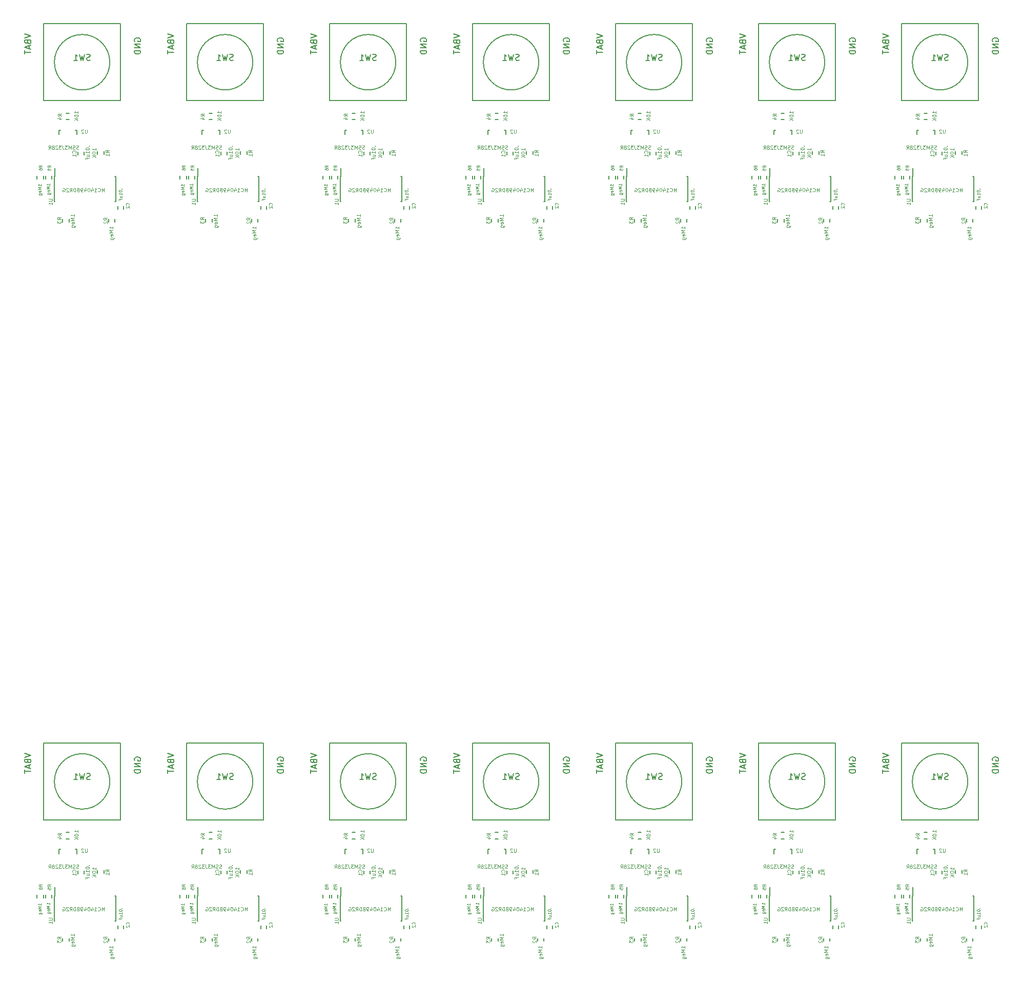
<source format=gbo>
G04 #@! TF.FileFunction,Legend,Bot*
%FSLAX46Y46*%
G04 Gerber Fmt 4.6, Leading zero omitted, Abs format (unit mm)*
G04 Created by KiCad (PCBNEW 4.0.1-stable) date 2/13/2017 3:52:04 PM*
%MOMM*%
G01*
G04 APERTURE LIST*
%ADD10C,0.100000*%
%ADD11C,0.150000*%
%ADD12C,0.050800*%
%ADD13C,0.050000*%
G04 APERTURE END LIST*
D10*
D11*
X127821000Y-163730000D02*
X127821000Y-164230000D01*
X126771000Y-164230000D02*
X126771000Y-163730000D01*
X129218000Y-163730000D02*
X129218000Y-164230000D01*
X128168000Y-164230000D02*
X128168000Y-163730000D01*
X141055200Y-168784600D02*
X141055200Y-169284600D01*
X140105200Y-169284600D02*
X140105200Y-168784600D01*
X130556140Y-156205060D02*
X130604400Y-156205060D01*
X133355120Y-156906100D02*
X133355120Y-156205060D01*
X133355120Y-156205060D02*
X133106200Y-156205060D01*
X130556140Y-156205060D02*
X130355480Y-156205060D01*
X130355480Y-156205060D02*
X130355480Y-156906100D01*
X131554500Y-153409300D02*
X132054500Y-153409300D01*
X132054500Y-154459300D02*
X131554500Y-154459300D01*
X130987400Y-171367400D02*
X130987400Y-170867400D01*
X132037400Y-170867400D02*
X132037400Y-171367400D01*
X138582000Y-171367400D02*
X138582000Y-170867400D01*
X139632000Y-170867400D02*
X139632000Y-171367400D01*
X129587000Y-163835400D02*
X129692000Y-163835400D01*
X129587000Y-167985400D02*
X129692000Y-167985400D01*
X139737000Y-167985400D02*
X139632000Y-167985400D01*
X139737000Y-163835400D02*
X139632000Y-163835400D01*
X129587000Y-163835400D02*
X129587000Y-167985400D01*
X139737000Y-163835400D02*
X139737000Y-167985400D01*
X129692000Y-163835400D02*
X129692000Y-162460400D01*
X137803200Y-159666000D02*
X137803200Y-160166000D01*
X136753200Y-160166000D02*
X136753200Y-159666000D01*
X134502000Y-159767600D02*
X134502000Y-160267600D01*
X133552000Y-160267600D02*
X133552000Y-159767600D01*
X138783850Y-144980800D02*
G75*
G03X138783850Y-144980800I-4579050J0D01*
G01*
X140554800Y-138630800D02*
X127854800Y-138630800D01*
X127854800Y-138630800D02*
X127854800Y-151330800D01*
X127854800Y-151330800D02*
X140554800Y-151330800D01*
X140554800Y-151330800D02*
X140554800Y-138630800D01*
X138783850Y-26235800D02*
G75*
G03X138783850Y-26235800I-4579050J0D01*
G01*
X140554800Y-19885800D02*
X127854800Y-19885800D01*
X127854800Y-19885800D02*
X127854800Y-32585800D01*
X127854800Y-32585800D02*
X140554800Y-32585800D01*
X140554800Y-32585800D02*
X140554800Y-19885800D01*
X134502000Y-41022600D02*
X134502000Y-41522600D01*
X133552000Y-41522600D02*
X133552000Y-41022600D01*
X137803200Y-40921000D02*
X137803200Y-41421000D01*
X136753200Y-41421000D02*
X136753200Y-40921000D01*
X129587000Y-45090400D02*
X129692000Y-45090400D01*
X129587000Y-49240400D02*
X129692000Y-49240400D01*
X139737000Y-49240400D02*
X139632000Y-49240400D01*
X139737000Y-45090400D02*
X139632000Y-45090400D01*
X129587000Y-45090400D02*
X129587000Y-49240400D01*
X139737000Y-45090400D02*
X139737000Y-49240400D01*
X129692000Y-45090400D02*
X129692000Y-43715400D01*
X138582000Y-52622400D02*
X138582000Y-52122400D01*
X139632000Y-52122400D02*
X139632000Y-52622400D01*
X130987400Y-52622400D02*
X130987400Y-52122400D01*
X132037400Y-52122400D02*
X132037400Y-52622400D01*
X131554500Y-34664300D02*
X132054500Y-34664300D01*
X132054500Y-35714300D02*
X131554500Y-35714300D01*
X130556140Y-37460060D02*
X130604400Y-37460060D01*
X133355120Y-38161100D02*
X133355120Y-37460060D01*
X133355120Y-37460060D02*
X133106200Y-37460060D01*
X130556140Y-37460060D02*
X130355480Y-37460060D01*
X130355480Y-37460060D02*
X130355480Y-38161100D01*
X141055200Y-50039600D02*
X141055200Y-50539600D01*
X140105200Y-50539600D02*
X140105200Y-50039600D01*
X129218000Y-44985000D02*
X129218000Y-45485000D01*
X128168000Y-45485000D02*
X128168000Y-44985000D01*
X127821000Y-44985000D02*
X127821000Y-45485000D01*
X126771000Y-45485000D02*
X126771000Y-44985000D01*
X175065000Y-44985000D02*
X175065000Y-45485000D01*
X174015000Y-45485000D02*
X174015000Y-44985000D01*
X176462000Y-44985000D02*
X176462000Y-45485000D01*
X175412000Y-45485000D02*
X175412000Y-44985000D01*
X188299200Y-50039600D02*
X188299200Y-50539600D01*
X187349200Y-50539600D02*
X187349200Y-50039600D01*
X177800140Y-37460060D02*
X177848400Y-37460060D01*
X180599120Y-38161100D02*
X180599120Y-37460060D01*
X180599120Y-37460060D02*
X180350200Y-37460060D01*
X177800140Y-37460060D02*
X177599480Y-37460060D01*
X177599480Y-37460060D02*
X177599480Y-38161100D01*
X178798500Y-34664300D02*
X179298500Y-34664300D01*
X179298500Y-35714300D02*
X178798500Y-35714300D01*
X178231400Y-52622400D02*
X178231400Y-52122400D01*
X179281400Y-52122400D02*
X179281400Y-52622400D01*
X185826000Y-52622400D02*
X185826000Y-52122400D01*
X186876000Y-52122400D02*
X186876000Y-52622400D01*
X176831000Y-45090400D02*
X176936000Y-45090400D01*
X176831000Y-49240400D02*
X176936000Y-49240400D01*
X186981000Y-49240400D02*
X186876000Y-49240400D01*
X186981000Y-45090400D02*
X186876000Y-45090400D01*
X176831000Y-45090400D02*
X176831000Y-49240400D01*
X186981000Y-45090400D02*
X186981000Y-49240400D01*
X176936000Y-45090400D02*
X176936000Y-43715400D01*
X185047200Y-40921000D02*
X185047200Y-41421000D01*
X183997200Y-41421000D02*
X183997200Y-40921000D01*
X181746000Y-41022600D02*
X181746000Y-41522600D01*
X180796000Y-41522600D02*
X180796000Y-41022600D01*
X186027850Y-26235800D02*
G75*
G03X186027850Y-26235800I-4579050J0D01*
G01*
X187798800Y-19885800D02*
X175098800Y-19885800D01*
X175098800Y-19885800D02*
X175098800Y-32585800D01*
X175098800Y-32585800D02*
X187798800Y-32585800D01*
X187798800Y-32585800D02*
X187798800Y-19885800D01*
X186027850Y-144980800D02*
G75*
G03X186027850Y-144980800I-4579050J0D01*
G01*
X187798800Y-138630800D02*
X175098800Y-138630800D01*
X175098800Y-138630800D02*
X175098800Y-151330800D01*
X175098800Y-151330800D02*
X187798800Y-151330800D01*
X187798800Y-151330800D02*
X187798800Y-138630800D01*
X181746000Y-159767600D02*
X181746000Y-160267600D01*
X180796000Y-160267600D02*
X180796000Y-159767600D01*
X185047200Y-159666000D02*
X185047200Y-160166000D01*
X183997200Y-160166000D02*
X183997200Y-159666000D01*
X176831000Y-163835400D02*
X176936000Y-163835400D01*
X176831000Y-167985400D02*
X176936000Y-167985400D01*
X186981000Y-167985400D02*
X186876000Y-167985400D01*
X186981000Y-163835400D02*
X186876000Y-163835400D01*
X176831000Y-163835400D02*
X176831000Y-167985400D01*
X186981000Y-163835400D02*
X186981000Y-167985400D01*
X176936000Y-163835400D02*
X176936000Y-162460400D01*
X185826000Y-171367400D02*
X185826000Y-170867400D01*
X186876000Y-170867400D02*
X186876000Y-171367400D01*
X178231400Y-171367400D02*
X178231400Y-170867400D01*
X179281400Y-170867400D02*
X179281400Y-171367400D01*
X178798500Y-153409300D02*
X179298500Y-153409300D01*
X179298500Y-154459300D02*
X178798500Y-154459300D01*
X177800140Y-156205060D02*
X177848400Y-156205060D01*
X180599120Y-156906100D02*
X180599120Y-156205060D01*
X180599120Y-156205060D02*
X180350200Y-156205060D01*
X177800140Y-156205060D02*
X177599480Y-156205060D01*
X177599480Y-156205060D02*
X177599480Y-156906100D01*
X188299200Y-168784600D02*
X188299200Y-169284600D01*
X187349200Y-169284600D02*
X187349200Y-168784600D01*
X176462000Y-163730000D02*
X176462000Y-164230000D01*
X175412000Y-164230000D02*
X175412000Y-163730000D01*
X175065000Y-163730000D02*
X175065000Y-164230000D01*
X174015000Y-164230000D02*
X174015000Y-163730000D01*
X151443000Y-163730000D02*
X151443000Y-164230000D01*
X150393000Y-164230000D02*
X150393000Y-163730000D01*
X152840000Y-163730000D02*
X152840000Y-164230000D01*
X151790000Y-164230000D02*
X151790000Y-163730000D01*
X164677200Y-168784600D02*
X164677200Y-169284600D01*
X163727200Y-169284600D02*
X163727200Y-168784600D01*
X154178140Y-156205060D02*
X154226400Y-156205060D01*
X156977120Y-156906100D02*
X156977120Y-156205060D01*
X156977120Y-156205060D02*
X156728200Y-156205060D01*
X154178140Y-156205060D02*
X153977480Y-156205060D01*
X153977480Y-156205060D02*
X153977480Y-156906100D01*
X155176500Y-153409300D02*
X155676500Y-153409300D01*
X155676500Y-154459300D02*
X155176500Y-154459300D01*
X154609400Y-171367400D02*
X154609400Y-170867400D01*
X155659400Y-170867400D02*
X155659400Y-171367400D01*
X162204000Y-171367400D02*
X162204000Y-170867400D01*
X163254000Y-170867400D02*
X163254000Y-171367400D01*
X153209000Y-163835400D02*
X153314000Y-163835400D01*
X153209000Y-167985400D02*
X153314000Y-167985400D01*
X163359000Y-167985400D02*
X163254000Y-167985400D01*
X163359000Y-163835400D02*
X163254000Y-163835400D01*
X153209000Y-163835400D02*
X153209000Y-167985400D01*
X163359000Y-163835400D02*
X163359000Y-167985400D01*
X153314000Y-163835400D02*
X153314000Y-162460400D01*
X161425200Y-159666000D02*
X161425200Y-160166000D01*
X160375200Y-160166000D02*
X160375200Y-159666000D01*
X158124000Y-159767600D02*
X158124000Y-160267600D01*
X157174000Y-160267600D02*
X157174000Y-159767600D01*
X162405850Y-144980800D02*
G75*
G03X162405850Y-144980800I-4579050J0D01*
G01*
X164176800Y-138630800D02*
X151476800Y-138630800D01*
X151476800Y-138630800D02*
X151476800Y-151330800D01*
X151476800Y-151330800D02*
X164176800Y-151330800D01*
X164176800Y-151330800D02*
X164176800Y-138630800D01*
X162405850Y-26235800D02*
G75*
G03X162405850Y-26235800I-4579050J0D01*
G01*
X164176800Y-19885800D02*
X151476800Y-19885800D01*
X151476800Y-19885800D02*
X151476800Y-32585800D01*
X151476800Y-32585800D02*
X164176800Y-32585800D01*
X164176800Y-32585800D02*
X164176800Y-19885800D01*
X158124000Y-41022600D02*
X158124000Y-41522600D01*
X157174000Y-41522600D02*
X157174000Y-41022600D01*
X161425200Y-40921000D02*
X161425200Y-41421000D01*
X160375200Y-41421000D02*
X160375200Y-40921000D01*
X153209000Y-45090400D02*
X153314000Y-45090400D01*
X153209000Y-49240400D02*
X153314000Y-49240400D01*
X163359000Y-49240400D02*
X163254000Y-49240400D01*
X163359000Y-45090400D02*
X163254000Y-45090400D01*
X153209000Y-45090400D02*
X153209000Y-49240400D01*
X163359000Y-45090400D02*
X163359000Y-49240400D01*
X153314000Y-45090400D02*
X153314000Y-43715400D01*
X162204000Y-52622400D02*
X162204000Y-52122400D01*
X163254000Y-52122400D02*
X163254000Y-52622400D01*
X154609400Y-52622400D02*
X154609400Y-52122400D01*
X155659400Y-52122400D02*
X155659400Y-52622400D01*
X155176500Y-34664300D02*
X155676500Y-34664300D01*
X155676500Y-35714300D02*
X155176500Y-35714300D01*
X154178140Y-37460060D02*
X154226400Y-37460060D01*
X156977120Y-38161100D02*
X156977120Y-37460060D01*
X156977120Y-37460060D02*
X156728200Y-37460060D01*
X154178140Y-37460060D02*
X153977480Y-37460060D01*
X153977480Y-37460060D02*
X153977480Y-38161100D01*
X164677200Y-50039600D02*
X164677200Y-50539600D01*
X163727200Y-50539600D02*
X163727200Y-50039600D01*
X152840000Y-44985000D02*
X152840000Y-45485000D01*
X151790000Y-45485000D02*
X151790000Y-44985000D01*
X151443000Y-44985000D02*
X151443000Y-45485000D01*
X150393000Y-45485000D02*
X150393000Y-44985000D01*
X80577000Y-44985000D02*
X80577000Y-45485000D01*
X79527000Y-45485000D02*
X79527000Y-44985000D01*
X81974000Y-44985000D02*
X81974000Y-45485000D01*
X80924000Y-45485000D02*
X80924000Y-44985000D01*
X93811200Y-50039600D02*
X93811200Y-50539600D01*
X92861200Y-50539600D02*
X92861200Y-50039600D01*
X83312140Y-37460060D02*
X83360400Y-37460060D01*
X86111120Y-38161100D02*
X86111120Y-37460060D01*
X86111120Y-37460060D02*
X85862200Y-37460060D01*
X83312140Y-37460060D02*
X83111480Y-37460060D01*
X83111480Y-37460060D02*
X83111480Y-38161100D01*
X84310500Y-34664300D02*
X84810500Y-34664300D01*
X84810500Y-35714300D02*
X84310500Y-35714300D01*
X83743400Y-52622400D02*
X83743400Y-52122400D01*
X84793400Y-52122400D02*
X84793400Y-52622400D01*
X91338000Y-52622400D02*
X91338000Y-52122400D01*
X92388000Y-52122400D02*
X92388000Y-52622400D01*
X82343000Y-45090400D02*
X82448000Y-45090400D01*
X82343000Y-49240400D02*
X82448000Y-49240400D01*
X92493000Y-49240400D02*
X92388000Y-49240400D01*
X92493000Y-45090400D02*
X92388000Y-45090400D01*
X82343000Y-45090400D02*
X82343000Y-49240400D01*
X92493000Y-45090400D02*
X92493000Y-49240400D01*
X82448000Y-45090400D02*
X82448000Y-43715400D01*
X90559200Y-40921000D02*
X90559200Y-41421000D01*
X89509200Y-41421000D02*
X89509200Y-40921000D01*
X87258000Y-41022600D02*
X87258000Y-41522600D01*
X86308000Y-41522600D02*
X86308000Y-41022600D01*
X91539850Y-26235800D02*
G75*
G03X91539850Y-26235800I-4579050J0D01*
G01*
X93310800Y-19885800D02*
X80610800Y-19885800D01*
X80610800Y-19885800D02*
X80610800Y-32585800D01*
X80610800Y-32585800D02*
X93310800Y-32585800D01*
X93310800Y-32585800D02*
X93310800Y-19885800D01*
X91539850Y-144980800D02*
G75*
G03X91539850Y-144980800I-4579050J0D01*
G01*
X93310800Y-138630800D02*
X80610800Y-138630800D01*
X80610800Y-138630800D02*
X80610800Y-151330800D01*
X80610800Y-151330800D02*
X93310800Y-151330800D01*
X93310800Y-151330800D02*
X93310800Y-138630800D01*
X87258000Y-159767600D02*
X87258000Y-160267600D01*
X86308000Y-160267600D02*
X86308000Y-159767600D01*
X90559200Y-159666000D02*
X90559200Y-160166000D01*
X89509200Y-160166000D02*
X89509200Y-159666000D01*
X82343000Y-163835400D02*
X82448000Y-163835400D01*
X82343000Y-167985400D02*
X82448000Y-167985400D01*
X92493000Y-167985400D02*
X92388000Y-167985400D01*
X92493000Y-163835400D02*
X92388000Y-163835400D01*
X82343000Y-163835400D02*
X82343000Y-167985400D01*
X92493000Y-163835400D02*
X92493000Y-167985400D01*
X82448000Y-163835400D02*
X82448000Y-162460400D01*
X91338000Y-171367400D02*
X91338000Y-170867400D01*
X92388000Y-170867400D02*
X92388000Y-171367400D01*
X83743400Y-171367400D02*
X83743400Y-170867400D01*
X84793400Y-170867400D02*
X84793400Y-171367400D01*
X84310500Y-153409300D02*
X84810500Y-153409300D01*
X84810500Y-154459300D02*
X84310500Y-154459300D01*
X83312140Y-156205060D02*
X83360400Y-156205060D01*
X86111120Y-156906100D02*
X86111120Y-156205060D01*
X86111120Y-156205060D02*
X85862200Y-156205060D01*
X83312140Y-156205060D02*
X83111480Y-156205060D01*
X83111480Y-156205060D02*
X83111480Y-156906100D01*
X93811200Y-168784600D02*
X93811200Y-169284600D01*
X92861200Y-169284600D02*
X92861200Y-168784600D01*
X81974000Y-163730000D02*
X81974000Y-164230000D01*
X80924000Y-164230000D02*
X80924000Y-163730000D01*
X80577000Y-163730000D02*
X80577000Y-164230000D01*
X79527000Y-164230000D02*
X79527000Y-163730000D01*
X104199000Y-163730000D02*
X104199000Y-164230000D01*
X103149000Y-164230000D02*
X103149000Y-163730000D01*
X105596000Y-163730000D02*
X105596000Y-164230000D01*
X104546000Y-164230000D02*
X104546000Y-163730000D01*
X117433200Y-168784600D02*
X117433200Y-169284600D01*
X116483200Y-169284600D02*
X116483200Y-168784600D01*
X106934140Y-156205060D02*
X106982400Y-156205060D01*
X109733120Y-156906100D02*
X109733120Y-156205060D01*
X109733120Y-156205060D02*
X109484200Y-156205060D01*
X106934140Y-156205060D02*
X106733480Y-156205060D01*
X106733480Y-156205060D02*
X106733480Y-156906100D01*
X107932500Y-153409300D02*
X108432500Y-153409300D01*
X108432500Y-154459300D02*
X107932500Y-154459300D01*
X107365400Y-171367400D02*
X107365400Y-170867400D01*
X108415400Y-170867400D02*
X108415400Y-171367400D01*
X114960000Y-171367400D02*
X114960000Y-170867400D01*
X116010000Y-170867400D02*
X116010000Y-171367400D01*
X105965000Y-163835400D02*
X106070000Y-163835400D01*
X105965000Y-167985400D02*
X106070000Y-167985400D01*
X116115000Y-167985400D02*
X116010000Y-167985400D01*
X116115000Y-163835400D02*
X116010000Y-163835400D01*
X105965000Y-163835400D02*
X105965000Y-167985400D01*
X116115000Y-163835400D02*
X116115000Y-167985400D01*
X106070000Y-163835400D02*
X106070000Y-162460400D01*
X114181200Y-159666000D02*
X114181200Y-160166000D01*
X113131200Y-160166000D02*
X113131200Y-159666000D01*
X110880000Y-159767600D02*
X110880000Y-160267600D01*
X109930000Y-160267600D02*
X109930000Y-159767600D01*
X115161850Y-144980800D02*
G75*
G03X115161850Y-144980800I-4579050J0D01*
G01*
X116932800Y-138630800D02*
X104232800Y-138630800D01*
X104232800Y-138630800D02*
X104232800Y-151330800D01*
X104232800Y-151330800D02*
X116932800Y-151330800D01*
X116932800Y-151330800D02*
X116932800Y-138630800D01*
X115161850Y-26235800D02*
G75*
G03X115161850Y-26235800I-4579050J0D01*
G01*
X116932800Y-19885800D02*
X104232800Y-19885800D01*
X104232800Y-19885800D02*
X104232800Y-32585800D01*
X104232800Y-32585800D02*
X116932800Y-32585800D01*
X116932800Y-32585800D02*
X116932800Y-19885800D01*
X110880000Y-41022600D02*
X110880000Y-41522600D01*
X109930000Y-41522600D02*
X109930000Y-41022600D01*
X114181200Y-40921000D02*
X114181200Y-41421000D01*
X113131200Y-41421000D02*
X113131200Y-40921000D01*
X105965000Y-45090400D02*
X106070000Y-45090400D01*
X105965000Y-49240400D02*
X106070000Y-49240400D01*
X116115000Y-49240400D02*
X116010000Y-49240400D01*
X116115000Y-45090400D02*
X116010000Y-45090400D01*
X105965000Y-45090400D02*
X105965000Y-49240400D01*
X116115000Y-45090400D02*
X116115000Y-49240400D01*
X106070000Y-45090400D02*
X106070000Y-43715400D01*
X114960000Y-52622400D02*
X114960000Y-52122400D01*
X116010000Y-52122400D02*
X116010000Y-52622400D01*
X107365400Y-52622400D02*
X107365400Y-52122400D01*
X108415400Y-52122400D02*
X108415400Y-52622400D01*
X107932500Y-34664300D02*
X108432500Y-34664300D01*
X108432500Y-35714300D02*
X107932500Y-35714300D01*
X106934140Y-37460060D02*
X106982400Y-37460060D01*
X109733120Y-38161100D02*
X109733120Y-37460060D01*
X109733120Y-37460060D02*
X109484200Y-37460060D01*
X106934140Y-37460060D02*
X106733480Y-37460060D01*
X106733480Y-37460060D02*
X106733480Y-38161100D01*
X117433200Y-50039600D02*
X117433200Y-50539600D01*
X116483200Y-50539600D02*
X116483200Y-50039600D01*
X105596000Y-44985000D02*
X105596000Y-45485000D01*
X104546000Y-45485000D02*
X104546000Y-44985000D01*
X104199000Y-44985000D02*
X104199000Y-45485000D01*
X103149000Y-45485000D02*
X103149000Y-44985000D01*
X56955000Y-44985000D02*
X56955000Y-45485000D01*
X55905000Y-45485000D02*
X55905000Y-44985000D01*
X58352000Y-44985000D02*
X58352000Y-45485000D01*
X57302000Y-45485000D02*
X57302000Y-44985000D01*
X70189200Y-50039600D02*
X70189200Y-50539600D01*
X69239200Y-50539600D02*
X69239200Y-50039600D01*
X59690140Y-37460060D02*
X59738400Y-37460060D01*
X62489120Y-38161100D02*
X62489120Y-37460060D01*
X62489120Y-37460060D02*
X62240200Y-37460060D01*
X59690140Y-37460060D02*
X59489480Y-37460060D01*
X59489480Y-37460060D02*
X59489480Y-38161100D01*
X60688500Y-34664300D02*
X61188500Y-34664300D01*
X61188500Y-35714300D02*
X60688500Y-35714300D01*
X60121400Y-52622400D02*
X60121400Y-52122400D01*
X61171400Y-52122400D02*
X61171400Y-52622400D01*
X67716000Y-52622400D02*
X67716000Y-52122400D01*
X68766000Y-52122400D02*
X68766000Y-52622400D01*
X58721000Y-45090400D02*
X58826000Y-45090400D01*
X58721000Y-49240400D02*
X58826000Y-49240400D01*
X68871000Y-49240400D02*
X68766000Y-49240400D01*
X68871000Y-45090400D02*
X68766000Y-45090400D01*
X58721000Y-45090400D02*
X58721000Y-49240400D01*
X68871000Y-45090400D02*
X68871000Y-49240400D01*
X58826000Y-45090400D02*
X58826000Y-43715400D01*
X66937200Y-40921000D02*
X66937200Y-41421000D01*
X65887200Y-41421000D02*
X65887200Y-40921000D01*
X63636000Y-41022600D02*
X63636000Y-41522600D01*
X62686000Y-41522600D02*
X62686000Y-41022600D01*
X67917850Y-26235800D02*
G75*
G03X67917850Y-26235800I-4579050J0D01*
G01*
X69688800Y-19885800D02*
X56988800Y-19885800D01*
X56988800Y-19885800D02*
X56988800Y-32585800D01*
X56988800Y-32585800D02*
X69688800Y-32585800D01*
X69688800Y-32585800D02*
X69688800Y-19885800D01*
X67917850Y-144980800D02*
G75*
G03X67917850Y-144980800I-4579050J0D01*
G01*
X69688800Y-138630800D02*
X56988800Y-138630800D01*
X56988800Y-138630800D02*
X56988800Y-151330800D01*
X56988800Y-151330800D02*
X69688800Y-151330800D01*
X69688800Y-151330800D02*
X69688800Y-138630800D01*
X63636000Y-159767600D02*
X63636000Y-160267600D01*
X62686000Y-160267600D02*
X62686000Y-159767600D01*
X66937200Y-159666000D02*
X66937200Y-160166000D01*
X65887200Y-160166000D02*
X65887200Y-159666000D01*
X58721000Y-163835400D02*
X58826000Y-163835400D01*
X58721000Y-167985400D02*
X58826000Y-167985400D01*
X68871000Y-167985400D02*
X68766000Y-167985400D01*
X68871000Y-163835400D02*
X68766000Y-163835400D01*
X58721000Y-163835400D02*
X58721000Y-167985400D01*
X68871000Y-163835400D02*
X68871000Y-167985400D01*
X58826000Y-163835400D02*
X58826000Y-162460400D01*
X67716000Y-171367400D02*
X67716000Y-170867400D01*
X68766000Y-170867400D02*
X68766000Y-171367400D01*
X60121400Y-171367400D02*
X60121400Y-170867400D01*
X61171400Y-170867400D02*
X61171400Y-171367400D01*
X60688500Y-153409300D02*
X61188500Y-153409300D01*
X61188500Y-154459300D02*
X60688500Y-154459300D01*
X59690140Y-156205060D02*
X59738400Y-156205060D01*
X62489120Y-156906100D02*
X62489120Y-156205060D01*
X62489120Y-156205060D02*
X62240200Y-156205060D01*
X59690140Y-156205060D02*
X59489480Y-156205060D01*
X59489480Y-156205060D02*
X59489480Y-156906100D01*
X70189200Y-168784600D02*
X70189200Y-169284600D01*
X69239200Y-169284600D02*
X69239200Y-168784600D01*
X58352000Y-163730000D02*
X58352000Y-164230000D01*
X57302000Y-164230000D02*
X57302000Y-163730000D01*
X56955000Y-163730000D02*
X56955000Y-164230000D01*
X55905000Y-164230000D02*
X55905000Y-163730000D01*
X33333000Y-163730000D02*
X33333000Y-164230000D01*
X32283000Y-164230000D02*
X32283000Y-163730000D01*
X34730000Y-163730000D02*
X34730000Y-164230000D01*
X33680000Y-164230000D02*
X33680000Y-163730000D01*
X46567200Y-168784600D02*
X46567200Y-169284600D01*
X45617200Y-169284600D02*
X45617200Y-168784600D01*
X36068140Y-156205060D02*
X36116400Y-156205060D01*
X38867120Y-156906100D02*
X38867120Y-156205060D01*
X38867120Y-156205060D02*
X38618200Y-156205060D01*
X36068140Y-156205060D02*
X35867480Y-156205060D01*
X35867480Y-156205060D02*
X35867480Y-156906100D01*
X37066500Y-153409300D02*
X37566500Y-153409300D01*
X37566500Y-154459300D02*
X37066500Y-154459300D01*
X36499400Y-171367400D02*
X36499400Y-170867400D01*
X37549400Y-170867400D02*
X37549400Y-171367400D01*
X44094000Y-171367400D02*
X44094000Y-170867400D01*
X45144000Y-170867400D02*
X45144000Y-171367400D01*
X35099000Y-163835400D02*
X35204000Y-163835400D01*
X35099000Y-167985400D02*
X35204000Y-167985400D01*
X45249000Y-167985400D02*
X45144000Y-167985400D01*
X45249000Y-163835400D02*
X45144000Y-163835400D01*
X35099000Y-163835400D02*
X35099000Y-167985400D01*
X45249000Y-163835400D02*
X45249000Y-167985400D01*
X35204000Y-163835400D02*
X35204000Y-162460400D01*
X43315200Y-159666000D02*
X43315200Y-160166000D01*
X42265200Y-160166000D02*
X42265200Y-159666000D01*
X40014000Y-159767600D02*
X40014000Y-160267600D01*
X39064000Y-160267600D02*
X39064000Y-159767600D01*
X44295850Y-144980800D02*
G75*
G03X44295850Y-144980800I-4579050J0D01*
G01*
X46066800Y-138630800D02*
X33366800Y-138630800D01*
X33366800Y-138630800D02*
X33366800Y-151330800D01*
X33366800Y-151330800D02*
X46066800Y-151330800D01*
X46066800Y-151330800D02*
X46066800Y-138630800D01*
X44295850Y-26235800D02*
G75*
G03X44295850Y-26235800I-4579050J0D01*
G01*
X46066800Y-19885800D02*
X33366800Y-19885800D01*
X33366800Y-19885800D02*
X33366800Y-32585800D01*
X33366800Y-32585800D02*
X46066800Y-32585800D01*
X46066800Y-32585800D02*
X46066800Y-19885800D01*
X40014000Y-41022600D02*
X40014000Y-41522600D01*
X39064000Y-41522600D02*
X39064000Y-41022600D01*
X43315200Y-40921000D02*
X43315200Y-41421000D01*
X42265200Y-41421000D02*
X42265200Y-40921000D01*
X35099000Y-45090400D02*
X35204000Y-45090400D01*
X35099000Y-49240400D02*
X35204000Y-49240400D01*
X45249000Y-49240400D02*
X45144000Y-49240400D01*
X45249000Y-45090400D02*
X45144000Y-45090400D01*
X35099000Y-45090400D02*
X35099000Y-49240400D01*
X45249000Y-45090400D02*
X45249000Y-49240400D01*
X35204000Y-45090400D02*
X35204000Y-43715400D01*
X44094000Y-52622400D02*
X44094000Y-52122400D01*
X45144000Y-52122400D02*
X45144000Y-52622400D01*
X36499400Y-52622400D02*
X36499400Y-52122400D01*
X37549400Y-52122400D02*
X37549400Y-52622400D01*
X37066500Y-34664300D02*
X37566500Y-34664300D01*
X37566500Y-35714300D02*
X37066500Y-35714300D01*
X36068140Y-37460060D02*
X36116400Y-37460060D01*
X38867120Y-38161100D02*
X38867120Y-37460060D01*
X38867120Y-37460060D02*
X38618200Y-37460060D01*
X36068140Y-37460060D02*
X35867480Y-37460060D01*
X35867480Y-37460060D02*
X35867480Y-38161100D01*
X46567200Y-50039600D02*
X46567200Y-50539600D01*
X45617200Y-50539600D02*
X45617200Y-50039600D01*
X34730000Y-44985000D02*
X34730000Y-45485000D01*
X33680000Y-45485000D02*
X33680000Y-44985000D01*
X33333000Y-44985000D02*
X33333000Y-45485000D01*
X32283000Y-45485000D02*
X32283000Y-44985000D01*
X142899600Y-141526496D02*
X142851981Y-141431258D01*
X142851981Y-141288401D01*
X142899600Y-141145543D01*
X142994838Y-141050305D01*
X143090076Y-141002686D01*
X143280552Y-140955067D01*
X143423410Y-140955067D01*
X143613886Y-141002686D01*
X143709124Y-141050305D01*
X143804362Y-141145543D01*
X143851981Y-141288401D01*
X143851981Y-141383639D01*
X143804362Y-141526496D01*
X143756743Y-141574115D01*
X143423410Y-141574115D01*
X143423410Y-141383639D01*
X143851981Y-142002686D02*
X142851981Y-142002686D01*
X143851981Y-142574115D01*
X142851981Y-142574115D01*
X143851981Y-143050305D02*
X142851981Y-143050305D01*
X142851981Y-143288400D01*
X142899600Y-143431258D01*
X142994838Y-143526496D01*
X143090076Y-143574115D01*
X143280552Y-143621734D01*
X143423410Y-143621734D01*
X143613886Y-143574115D01*
X143709124Y-143526496D01*
X143804362Y-143431258D01*
X143851981Y-143288400D01*
X143851981Y-143050305D01*
X124741781Y-140315343D02*
X125741781Y-140648676D01*
X124741781Y-140982010D01*
X125217971Y-141648677D02*
X125265590Y-141791534D01*
X125313210Y-141839153D01*
X125408448Y-141886772D01*
X125551305Y-141886772D01*
X125646543Y-141839153D01*
X125694162Y-141791534D01*
X125741781Y-141696296D01*
X125741781Y-141315343D01*
X124741781Y-141315343D01*
X124741781Y-141648677D01*
X124789400Y-141743915D01*
X124837019Y-141791534D01*
X124932257Y-141839153D01*
X125027495Y-141839153D01*
X125122733Y-141791534D01*
X125170352Y-141743915D01*
X125217971Y-141648677D01*
X125217971Y-141315343D01*
X125456067Y-142267724D02*
X125456067Y-142743915D01*
X125741781Y-142172486D02*
X124741781Y-142505819D01*
X125741781Y-142839153D01*
X124741781Y-143029629D02*
X124741781Y-143601058D01*
X125741781Y-143315343D02*
X124741781Y-143315343D01*
D12*
X127576610Y-162320533D02*
X127334705Y-162151200D01*
X127576610Y-162030247D02*
X127068610Y-162030247D01*
X127068610Y-162223771D01*
X127092800Y-162272152D01*
X127116990Y-162296343D01*
X127165371Y-162320533D01*
X127237943Y-162320533D01*
X127286324Y-162296343D01*
X127310514Y-162272152D01*
X127334705Y-162223771D01*
X127334705Y-162030247D01*
X127068610Y-162755962D02*
X127068610Y-162659200D01*
X127092800Y-162610819D01*
X127116990Y-162586628D01*
X127189562Y-162538247D01*
X127286324Y-162514057D01*
X127479848Y-162514057D01*
X127528229Y-162538247D01*
X127552419Y-162562438D01*
X127576610Y-162610819D01*
X127576610Y-162707581D01*
X127552419Y-162755962D01*
X127528229Y-162780152D01*
X127479848Y-162804343D01*
X127358895Y-162804343D01*
X127310514Y-162780152D01*
X127286324Y-162755962D01*
X127262133Y-162707581D01*
X127262133Y-162610819D01*
X127286324Y-162562438D01*
X127310514Y-162538247D01*
X127358895Y-162514057D01*
X127449610Y-165419334D02*
X127449610Y-165129048D01*
X127449610Y-165274191D02*
X126941610Y-165274191D01*
X127014181Y-165225810D01*
X127062562Y-165177429D01*
X127086752Y-165129048D01*
X127449610Y-165637048D02*
X126941610Y-165637048D01*
X127304467Y-165806382D01*
X126941610Y-165975715D01*
X127449610Y-165975715D01*
X127425419Y-166411143D02*
X127449610Y-166362762D01*
X127449610Y-166266000D01*
X127425419Y-166217619D01*
X127377038Y-166193429D01*
X127183514Y-166193429D01*
X127135133Y-166217619D01*
X127110943Y-166266000D01*
X127110943Y-166362762D01*
X127135133Y-166411143D01*
X127183514Y-166435334D01*
X127231895Y-166435334D01*
X127280276Y-166193429D01*
X127110943Y-166870763D02*
X127522181Y-166870763D01*
X127570562Y-166846572D01*
X127594752Y-166822382D01*
X127618943Y-166774001D01*
X127618943Y-166701429D01*
X127594752Y-166653048D01*
X127425419Y-166870763D02*
X127449610Y-166822382D01*
X127449610Y-166725620D01*
X127425419Y-166677239D01*
X127401229Y-166653048D01*
X127352848Y-166628858D01*
X127207705Y-166628858D01*
X127159324Y-166653048D01*
X127135133Y-166677239D01*
X127110943Y-166725620D01*
X127110943Y-166822382D01*
X127135133Y-166870763D01*
X128999010Y-162345933D02*
X128757105Y-162176600D01*
X128999010Y-162055647D02*
X128491010Y-162055647D01*
X128491010Y-162249171D01*
X128515200Y-162297552D01*
X128539390Y-162321743D01*
X128587771Y-162345933D01*
X128660343Y-162345933D01*
X128708724Y-162321743D01*
X128732914Y-162297552D01*
X128757105Y-162249171D01*
X128757105Y-162055647D01*
X128491010Y-162805552D02*
X128491010Y-162563647D01*
X128732914Y-162539457D01*
X128708724Y-162563647D01*
X128684533Y-162612028D01*
X128684533Y-162732981D01*
X128708724Y-162781362D01*
X128732914Y-162805552D01*
X128781295Y-162829743D01*
X128902248Y-162829743D01*
X128950629Y-162805552D01*
X128974819Y-162781362D01*
X128999010Y-162732981D01*
X128999010Y-162612028D01*
X128974819Y-162563647D01*
X128950629Y-162539457D01*
X128846610Y-165317734D02*
X128846610Y-165027448D01*
X128846610Y-165172591D02*
X128338610Y-165172591D01*
X128411181Y-165124210D01*
X128459562Y-165075829D01*
X128483752Y-165027448D01*
X128846610Y-165535448D02*
X128338610Y-165535448D01*
X128701467Y-165704782D01*
X128338610Y-165874115D01*
X128846610Y-165874115D01*
X128822419Y-166309543D02*
X128846610Y-166261162D01*
X128846610Y-166164400D01*
X128822419Y-166116019D01*
X128774038Y-166091829D01*
X128580514Y-166091829D01*
X128532133Y-166116019D01*
X128507943Y-166164400D01*
X128507943Y-166261162D01*
X128532133Y-166309543D01*
X128580514Y-166333734D01*
X128628895Y-166333734D01*
X128677276Y-166091829D01*
X128507943Y-166769163D02*
X128919181Y-166769163D01*
X128967562Y-166744972D01*
X128991752Y-166720782D01*
X129015943Y-166672401D01*
X129015943Y-166599829D01*
X128991752Y-166551448D01*
X128822419Y-166769163D02*
X128846610Y-166720782D01*
X128846610Y-166624020D01*
X128822419Y-166575639D01*
X128798229Y-166551448D01*
X128749848Y-166527258D01*
X128604705Y-166527258D01*
X128556324Y-166551448D01*
X128532133Y-166575639D01*
X128507943Y-166624020D01*
X128507943Y-166720782D01*
X128532133Y-166769163D01*
X141904629Y-168568933D02*
X141928819Y-168544743D01*
X141953010Y-168472171D01*
X141953010Y-168423790D01*
X141928819Y-168351219D01*
X141880438Y-168302838D01*
X141832057Y-168278647D01*
X141735295Y-168254457D01*
X141662724Y-168254457D01*
X141565962Y-168278647D01*
X141517581Y-168302838D01*
X141469200Y-168351219D01*
X141445010Y-168423790D01*
X141445010Y-168472171D01*
X141469200Y-168544743D01*
X141493390Y-168568933D01*
X141493390Y-168762457D02*
X141469200Y-168786647D01*
X141445010Y-168835028D01*
X141445010Y-168955981D01*
X141469200Y-169004362D01*
X141493390Y-169028552D01*
X141541771Y-169052743D01*
X141590152Y-169052743D01*
X141662724Y-169028552D01*
X141953010Y-168738266D01*
X141953010Y-169052743D01*
X140736229Y-165893466D02*
X140760419Y-165917657D01*
X140784610Y-165893466D01*
X140760419Y-165869276D01*
X140736229Y-165893466D01*
X140784610Y-165893466D01*
X140276610Y-166232133D02*
X140276610Y-166280514D01*
X140300800Y-166328895D01*
X140324990Y-166353086D01*
X140373371Y-166377276D01*
X140470133Y-166401467D01*
X140591086Y-166401467D01*
X140687848Y-166377276D01*
X140736229Y-166353086D01*
X140760419Y-166328895D01*
X140784610Y-166280514D01*
X140784610Y-166232133D01*
X140760419Y-166183752D01*
X140736229Y-166159562D01*
X140687848Y-166135371D01*
X140591086Y-166111181D01*
X140470133Y-166111181D01*
X140373371Y-166135371D01*
X140324990Y-166159562D01*
X140300800Y-166183752D01*
X140276610Y-166232133D01*
X140784610Y-166885277D02*
X140784610Y-166594991D01*
X140784610Y-166740134D02*
X140276610Y-166740134D01*
X140349181Y-166691753D01*
X140397562Y-166643372D01*
X140421752Y-166594991D01*
X140445943Y-167320706D02*
X140784610Y-167320706D01*
X140445943Y-167102991D02*
X140712038Y-167102991D01*
X140760419Y-167127182D01*
X140784610Y-167175563D01*
X140784610Y-167248134D01*
X140760419Y-167296515D01*
X140736229Y-167320706D01*
X140518514Y-167731944D02*
X140518514Y-167562610D01*
X140784610Y-167562610D02*
X140276610Y-167562610D01*
X140276610Y-167804515D01*
D13*
X135004843Y-156094929D02*
X135004843Y-156580643D01*
X134976271Y-156637786D01*
X134947700Y-156666357D01*
X134890557Y-156694929D01*
X134776271Y-156694929D01*
X134719129Y-156666357D01*
X134690557Y-156637786D01*
X134661986Y-156580643D01*
X134661986Y-156094929D01*
X134404843Y-156152071D02*
X134376272Y-156123500D01*
X134319129Y-156094929D01*
X134176272Y-156094929D01*
X134119129Y-156123500D01*
X134090558Y-156152071D01*
X134061986Y-156209214D01*
X134061986Y-156266357D01*
X134090558Y-156352071D01*
X134433415Y-156694929D01*
X134061986Y-156694929D01*
X133590129Y-159307957D02*
X133504415Y-159336529D01*
X133361558Y-159336529D01*
X133304415Y-159307957D01*
X133275844Y-159279386D01*
X133247272Y-159222243D01*
X133247272Y-159165100D01*
X133275844Y-159107957D01*
X133304415Y-159079386D01*
X133361558Y-159050814D01*
X133475844Y-159022243D01*
X133532986Y-158993671D01*
X133561558Y-158965100D01*
X133590129Y-158907957D01*
X133590129Y-158850814D01*
X133561558Y-158793671D01*
X133532986Y-158765100D01*
X133475844Y-158736529D01*
X133332986Y-158736529D01*
X133247272Y-158765100D01*
X133018700Y-159307957D02*
X132932986Y-159336529D01*
X132790129Y-159336529D01*
X132732986Y-159307957D01*
X132704415Y-159279386D01*
X132675843Y-159222243D01*
X132675843Y-159165100D01*
X132704415Y-159107957D01*
X132732986Y-159079386D01*
X132790129Y-159050814D01*
X132904415Y-159022243D01*
X132961557Y-158993671D01*
X132990129Y-158965100D01*
X133018700Y-158907957D01*
X133018700Y-158850814D01*
X132990129Y-158793671D01*
X132961557Y-158765100D01*
X132904415Y-158736529D01*
X132761557Y-158736529D01*
X132675843Y-158765100D01*
X132418700Y-159336529D02*
X132418700Y-158736529D01*
X132218700Y-159165100D01*
X132018700Y-158736529D01*
X132018700Y-159336529D01*
X131790129Y-158736529D02*
X131418700Y-158736529D01*
X131618700Y-158965100D01*
X131532986Y-158965100D01*
X131475843Y-158993671D01*
X131447272Y-159022243D01*
X131418700Y-159079386D01*
X131418700Y-159222243D01*
X131447272Y-159279386D01*
X131475843Y-159307957D01*
X131532986Y-159336529D01*
X131704414Y-159336529D01*
X131761557Y-159307957D01*
X131790129Y-159279386D01*
X130990128Y-158736529D02*
X130990128Y-159165100D01*
X131018700Y-159250814D01*
X131075843Y-159307957D01*
X131161557Y-159336529D01*
X131218700Y-159336529D01*
X130761557Y-158736529D02*
X130390128Y-158736529D01*
X130590128Y-158965100D01*
X130504414Y-158965100D01*
X130447271Y-158993671D01*
X130418700Y-159022243D01*
X130390128Y-159079386D01*
X130390128Y-159222243D01*
X130418700Y-159279386D01*
X130447271Y-159307957D01*
X130504414Y-159336529D01*
X130675842Y-159336529D01*
X130732985Y-159307957D01*
X130761557Y-159279386D01*
X130161556Y-158793671D02*
X130132985Y-158765100D01*
X130075842Y-158736529D01*
X129932985Y-158736529D01*
X129875842Y-158765100D01*
X129847271Y-158793671D01*
X129818699Y-158850814D01*
X129818699Y-158907957D01*
X129847271Y-158993671D01*
X130190128Y-159336529D01*
X129818699Y-159336529D01*
X129475842Y-158993671D02*
X129532984Y-158965100D01*
X129561556Y-158936529D01*
X129590127Y-158879386D01*
X129590127Y-158850814D01*
X129561556Y-158793671D01*
X129532984Y-158765100D01*
X129475842Y-158736529D01*
X129361556Y-158736529D01*
X129304413Y-158765100D01*
X129275842Y-158793671D01*
X129247270Y-158850814D01*
X129247270Y-158879386D01*
X129275842Y-158936529D01*
X129304413Y-158965100D01*
X129361556Y-158993671D01*
X129475842Y-158993671D01*
X129532984Y-159022243D01*
X129561556Y-159050814D01*
X129590127Y-159107957D01*
X129590127Y-159222243D01*
X129561556Y-159279386D01*
X129532984Y-159307957D01*
X129475842Y-159336529D01*
X129361556Y-159336529D01*
X129304413Y-159307957D01*
X129275842Y-159279386D01*
X129247270Y-159222243D01*
X129247270Y-159107957D01*
X129275842Y-159050814D01*
X129304413Y-159022243D01*
X129361556Y-158993671D01*
X128647270Y-159336529D02*
X128847270Y-159050814D01*
X128990127Y-159336529D02*
X128990127Y-158736529D01*
X128761555Y-158736529D01*
X128704413Y-158765100D01*
X128675841Y-158793671D01*
X128647270Y-158850814D01*
X128647270Y-158936529D01*
X128675841Y-158993671D01*
X128704413Y-159022243D01*
X128761555Y-159050814D01*
X128990127Y-159050814D01*
X130775449Y-153854620D02*
X130489734Y-153654620D01*
X130775449Y-153511763D02*
X130175449Y-153511763D01*
X130175449Y-153740335D01*
X130204020Y-153797477D01*
X130232591Y-153826049D01*
X130289734Y-153854620D01*
X130375449Y-153854620D01*
X130432591Y-153826049D01*
X130461163Y-153797477D01*
X130489734Y-153740335D01*
X130489734Y-153511763D01*
X130375449Y-154368906D02*
X130775449Y-154368906D01*
X130146877Y-154226049D02*
X130575449Y-154083192D01*
X130575449Y-154454620D01*
X133538969Y-153418414D02*
X133538969Y-153075557D01*
X133538969Y-153246985D02*
X132938969Y-153246985D01*
X133024683Y-153189842D01*
X133081826Y-153132700D01*
X133110397Y-153075557D01*
X132938969Y-153789843D02*
X132938969Y-153846986D01*
X132967540Y-153904129D01*
X132996111Y-153932700D01*
X133053254Y-153961271D01*
X133167540Y-153989843D01*
X133310397Y-153989843D01*
X133424683Y-153961271D01*
X133481826Y-153932700D01*
X133510397Y-153904129D01*
X133538969Y-153846986D01*
X133538969Y-153789843D01*
X133510397Y-153732700D01*
X133481826Y-153704129D01*
X133424683Y-153675557D01*
X133310397Y-153646986D01*
X133167540Y-153646986D01*
X133053254Y-153675557D01*
X132996111Y-153704129D01*
X132967540Y-153732700D01*
X132938969Y-153789843D01*
X133538969Y-154246986D02*
X132938969Y-154246986D01*
X133538969Y-154589843D02*
X133196111Y-154332700D01*
X132938969Y-154589843D02*
X133281826Y-154246986D01*
X130702309Y-170971760D02*
X130416594Y-170771760D01*
X130702309Y-170628903D02*
X130102309Y-170628903D01*
X130102309Y-170857475D01*
X130130880Y-170914617D01*
X130159451Y-170943189D01*
X130216594Y-170971760D01*
X130302309Y-170971760D01*
X130359451Y-170943189D01*
X130388023Y-170914617D01*
X130416594Y-170857475D01*
X130416594Y-170628903D01*
X130102309Y-171171760D02*
X130102309Y-171543189D01*
X130330880Y-171343189D01*
X130330880Y-171428903D01*
X130359451Y-171486046D01*
X130388023Y-171514617D01*
X130445166Y-171543189D01*
X130588023Y-171543189D01*
X130645166Y-171514617D01*
X130673737Y-171486046D01*
X130702309Y-171428903D01*
X130702309Y-171257475D01*
X130673737Y-171200332D01*
X130645166Y-171171760D01*
X132884169Y-170473360D02*
X132884169Y-170130503D01*
X132884169Y-170301931D02*
X132284169Y-170301931D01*
X132369883Y-170244788D01*
X132427026Y-170187646D01*
X132455597Y-170130503D01*
X132884169Y-170730503D02*
X132284169Y-170730503D01*
X132712740Y-170930503D01*
X132284169Y-171130503D01*
X132884169Y-171130503D01*
X132855597Y-171644789D02*
X132884169Y-171587646D01*
X132884169Y-171473360D01*
X132855597Y-171416217D01*
X132798454Y-171387646D01*
X132569883Y-171387646D01*
X132512740Y-171416217D01*
X132484169Y-171473360D01*
X132484169Y-171587646D01*
X132512740Y-171644789D01*
X132569883Y-171673360D01*
X132627026Y-171673360D01*
X132684169Y-171387646D01*
X132484169Y-172187646D02*
X132969883Y-172187646D01*
X133027026Y-172159075D01*
X133055597Y-172130503D01*
X133084169Y-172073360D01*
X133084169Y-171987646D01*
X133055597Y-171930503D01*
X132855597Y-172187646D02*
X132884169Y-172130503D01*
X132884169Y-172016217D01*
X132855597Y-171959075D01*
X132827026Y-171930503D01*
X132769883Y-171901932D01*
X132598454Y-171901932D01*
X132541311Y-171930503D01*
X132512740Y-171959075D01*
X132484169Y-172016217D01*
X132484169Y-172130503D01*
X132512740Y-172187646D01*
X138370729Y-171027640D02*
X138085014Y-170827640D01*
X138370729Y-170684783D02*
X137770729Y-170684783D01*
X137770729Y-170913355D01*
X137799300Y-170970497D01*
X137827871Y-170999069D01*
X137885014Y-171027640D01*
X137970729Y-171027640D01*
X138027871Y-170999069D01*
X138056443Y-170970497D01*
X138085014Y-170913355D01*
X138085014Y-170684783D01*
X137827871Y-171256212D02*
X137799300Y-171284783D01*
X137770729Y-171341926D01*
X137770729Y-171484783D01*
X137799300Y-171541926D01*
X137827871Y-171570497D01*
X137885014Y-171599069D01*
X137942157Y-171599069D01*
X138027871Y-171570497D01*
X138370729Y-171227640D01*
X138370729Y-171599069D01*
X139302229Y-172500200D02*
X139302229Y-172157343D01*
X139302229Y-172328771D02*
X138702229Y-172328771D01*
X138787943Y-172271628D01*
X138845086Y-172214486D01*
X138873657Y-172157343D01*
X139302229Y-172757343D02*
X138702229Y-172757343D01*
X139130800Y-172957343D01*
X138702229Y-173157343D01*
X139302229Y-173157343D01*
X139273657Y-173671629D02*
X139302229Y-173614486D01*
X139302229Y-173500200D01*
X139273657Y-173443057D01*
X139216514Y-173414486D01*
X138987943Y-173414486D01*
X138930800Y-173443057D01*
X138902229Y-173500200D01*
X138902229Y-173614486D01*
X138930800Y-173671629D01*
X138987943Y-173700200D01*
X139045086Y-173700200D01*
X139102229Y-173414486D01*
X138902229Y-174214486D02*
X139387943Y-174214486D01*
X139445086Y-174185915D01*
X139473657Y-174157343D01*
X139502229Y-174100200D01*
X139502229Y-174014486D01*
X139473657Y-173957343D01*
X139273657Y-174214486D02*
X139302229Y-174157343D01*
X139302229Y-174043057D01*
X139273657Y-173985915D01*
X139245086Y-173957343D01*
X139187943Y-173928772D01*
X139016514Y-173928772D01*
X138959371Y-173957343D01*
X138930800Y-173985915D01*
X138902229Y-174043057D01*
X138902229Y-174157343D01*
X138930800Y-174214486D01*
X128674429Y-167531057D02*
X129160143Y-167531057D01*
X129217286Y-167559629D01*
X129245857Y-167588200D01*
X129274429Y-167645343D01*
X129274429Y-167759629D01*
X129245857Y-167816771D01*
X129217286Y-167845343D01*
X129160143Y-167873914D01*
X128674429Y-167873914D01*
X129274429Y-168473914D02*
X129274429Y-168131057D01*
X129274429Y-168302485D02*
X128674429Y-168302485D01*
X128760143Y-168245342D01*
X128817286Y-168188200D01*
X128845857Y-168131057D01*
X137856287Y-166351829D02*
X137856287Y-165751829D01*
X137656287Y-166180400D01*
X137456287Y-165751829D01*
X137456287Y-166351829D01*
X136827716Y-166294686D02*
X136856287Y-166323257D01*
X136942001Y-166351829D01*
X136999144Y-166351829D01*
X137084859Y-166323257D01*
X137142001Y-166266114D01*
X137170573Y-166208971D01*
X137199144Y-166094686D01*
X137199144Y-166008971D01*
X137170573Y-165894686D01*
X137142001Y-165837543D01*
X137084859Y-165780400D01*
X136999144Y-165751829D01*
X136942001Y-165751829D01*
X136856287Y-165780400D01*
X136827716Y-165808971D01*
X136256287Y-166351829D02*
X136599144Y-166351829D01*
X136427716Y-166351829D02*
X136427716Y-165751829D01*
X136484859Y-165837543D01*
X136542001Y-165894686D01*
X136599144Y-165923257D01*
X135742001Y-165951829D02*
X135742001Y-166351829D01*
X135884858Y-165723257D02*
X136027715Y-166151829D01*
X135656287Y-166151829D01*
X135313429Y-165751829D02*
X135256286Y-165751829D01*
X135199143Y-165780400D01*
X135170572Y-165808971D01*
X135142001Y-165866114D01*
X135113429Y-165980400D01*
X135113429Y-166123257D01*
X135142001Y-166237543D01*
X135170572Y-166294686D01*
X135199143Y-166323257D01*
X135256286Y-166351829D01*
X135313429Y-166351829D01*
X135370572Y-166323257D01*
X135399143Y-166294686D01*
X135427715Y-166237543D01*
X135456286Y-166123257D01*
X135456286Y-165980400D01*
X135427715Y-165866114D01*
X135399143Y-165808971D01*
X135370572Y-165780400D01*
X135313429Y-165751829D01*
X134599143Y-165951829D02*
X134599143Y-166351829D01*
X134742000Y-165723257D02*
X134884857Y-166151829D01*
X134513429Y-166151829D01*
X134256285Y-166351829D02*
X134142000Y-166351829D01*
X134084857Y-166323257D01*
X134056285Y-166294686D01*
X133999143Y-166208971D01*
X133970571Y-166094686D01*
X133970571Y-165866114D01*
X133999143Y-165808971D01*
X134027714Y-165780400D01*
X134084857Y-165751829D01*
X134199143Y-165751829D01*
X134256285Y-165780400D01*
X134284857Y-165808971D01*
X134313428Y-165866114D01*
X134313428Y-166008971D01*
X134284857Y-166066114D01*
X134256285Y-166094686D01*
X134199143Y-166123257D01*
X134084857Y-166123257D01*
X134027714Y-166094686D01*
X133999143Y-166066114D01*
X133970571Y-166008971D01*
X133513428Y-166037543D02*
X133427714Y-166066114D01*
X133399142Y-166094686D01*
X133370571Y-166151829D01*
X133370571Y-166237543D01*
X133399142Y-166294686D01*
X133427714Y-166323257D01*
X133484856Y-166351829D01*
X133713428Y-166351829D01*
X133713428Y-165751829D01*
X133513428Y-165751829D01*
X133456285Y-165780400D01*
X133427714Y-165808971D01*
X133399142Y-165866114D01*
X133399142Y-165923257D01*
X133427714Y-165980400D01*
X133456285Y-166008971D01*
X133513428Y-166037543D01*
X133713428Y-166037543D01*
X133113428Y-166351829D02*
X133113428Y-165751829D01*
X132970571Y-165751829D01*
X132884856Y-165780400D01*
X132827714Y-165837543D01*
X132799142Y-165894686D01*
X132770571Y-166008971D01*
X132770571Y-166094686D01*
X132799142Y-166208971D01*
X132827714Y-166266114D01*
X132884856Y-166323257D01*
X132970571Y-166351829D01*
X133113428Y-166351829D01*
X132170571Y-166351829D02*
X132370571Y-166066114D01*
X132513428Y-166351829D02*
X132513428Y-165751829D01*
X132284856Y-165751829D01*
X132227714Y-165780400D01*
X132199142Y-165808971D01*
X132170571Y-165866114D01*
X132170571Y-165951829D01*
X132199142Y-166008971D01*
X132227714Y-166037543D01*
X132284856Y-166066114D01*
X132513428Y-166066114D01*
X131941999Y-165808971D02*
X131913428Y-165780400D01*
X131856285Y-165751829D01*
X131713428Y-165751829D01*
X131656285Y-165780400D01*
X131627714Y-165808971D01*
X131599142Y-165866114D01*
X131599142Y-165923257D01*
X131627714Y-166008971D01*
X131970571Y-166351829D01*
X131599142Y-166351829D01*
X131027713Y-165780400D02*
X131084856Y-165751829D01*
X131170570Y-165751829D01*
X131256285Y-165780400D01*
X131313427Y-165837543D01*
X131341999Y-165894686D01*
X131370570Y-166008971D01*
X131370570Y-166094686D01*
X131341999Y-166208971D01*
X131313427Y-166266114D01*
X131256285Y-166323257D01*
X131170570Y-166351829D01*
X131113427Y-166351829D01*
X131027713Y-166323257D01*
X130999142Y-166294686D01*
X130999142Y-166094686D01*
X131113427Y-166094686D01*
X138659329Y-159876220D02*
X138373614Y-159676220D01*
X138659329Y-159533363D02*
X138059329Y-159533363D01*
X138059329Y-159761935D01*
X138087900Y-159819077D01*
X138116471Y-159847649D01*
X138173614Y-159876220D01*
X138259329Y-159876220D01*
X138316471Y-159847649D01*
X138345043Y-159819077D01*
X138373614Y-159761935D01*
X138373614Y-159533363D01*
X138659329Y-160447649D02*
X138659329Y-160104792D01*
X138659329Y-160276220D02*
X138059329Y-160276220D01*
X138145043Y-160219077D01*
X138202186Y-160161935D01*
X138230757Y-160104792D01*
X136454609Y-159539074D02*
X136454609Y-159196217D01*
X136454609Y-159367645D02*
X135854609Y-159367645D01*
X135940323Y-159310502D01*
X135997466Y-159253360D01*
X136026037Y-159196217D01*
X135854609Y-159910503D02*
X135854609Y-159967646D01*
X135883180Y-160024789D01*
X135911751Y-160053360D01*
X135968894Y-160081931D01*
X136083180Y-160110503D01*
X136226037Y-160110503D01*
X136340323Y-160081931D01*
X136397466Y-160053360D01*
X136426037Y-160024789D01*
X136454609Y-159967646D01*
X136454609Y-159910503D01*
X136426037Y-159853360D01*
X136397466Y-159824789D01*
X136340323Y-159796217D01*
X136226037Y-159767646D01*
X136083180Y-159767646D01*
X135968894Y-159796217D01*
X135911751Y-159824789D01*
X135883180Y-159853360D01*
X135854609Y-159910503D01*
X136454609Y-160367646D02*
X135854609Y-160367646D01*
X136454609Y-160710503D02*
X136111751Y-160453360D01*
X135854609Y-160710503D02*
X136197466Y-160367646D01*
X133108806Y-159943540D02*
X133137377Y-159914969D01*
X133165949Y-159829255D01*
X133165949Y-159772112D01*
X133137377Y-159686397D01*
X133080234Y-159629255D01*
X133023091Y-159600683D01*
X132908806Y-159572112D01*
X132823091Y-159572112D01*
X132708806Y-159600683D01*
X132651663Y-159629255D01*
X132594520Y-159686397D01*
X132565949Y-159772112D01*
X132565949Y-159829255D01*
X132594520Y-159914969D01*
X132623091Y-159943540D01*
X133165949Y-160514969D02*
X133165949Y-160172112D01*
X133165949Y-160343540D02*
X132565949Y-160343540D01*
X132651663Y-160286397D01*
X132708806Y-160229255D01*
X132737377Y-160172112D01*
X135326226Y-158816540D02*
X135354797Y-158845112D01*
X135383369Y-158816540D01*
X135354797Y-158787969D01*
X135326226Y-158816540D01*
X135383369Y-158816540D01*
X134783369Y-159216540D02*
X134783369Y-159273683D01*
X134811940Y-159330826D01*
X134840511Y-159359397D01*
X134897654Y-159387968D01*
X135011940Y-159416540D01*
X135154797Y-159416540D01*
X135269083Y-159387968D01*
X135326226Y-159359397D01*
X135354797Y-159330826D01*
X135383369Y-159273683D01*
X135383369Y-159216540D01*
X135354797Y-159159397D01*
X135326226Y-159130826D01*
X135269083Y-159102254D01*
X135154797Y-159073683D01*
X135011940Y-159073683D01*
X134897654Y-159102254D01*
X134840511Y-159130826D01*
X134811940Y-159159397D01*
X134783369Y-159216540D01*
X135383369Y-159987969D02*
X135383369Y-159645112D01*
X135383369Y-159816540D02*
X134783369Y-159816540D01*
X134869083Y-159759397D01*
X134926226Y-159702255D01*
X134954797Y-159645112D01*
X134983369Y-160502255D02*
X135383369Y-160502255D01*
X134983369Y-160245112D02*
X135297654Y-160245112D01*
X135354797Y-160273684D01*
X135383369Y-160330826D01*
X135383369Y-160416541D01*
X135354797Y-160473684D01*
X135326226Y-160502255D01*
X135069083Y-160987969D02*
X135069083Y-160787969D01*
X135383369Y-160787969D02*
X134783369Y-160787969D01*
X134783369Y-161073683D01*
D11*
X135538133Y-144623562D02*
X135395276Y-144671181D01*
X135157180Y-144671181D01*
X135061942Y-144623562D01*
X135014323Y-144575943D01*
X134966704Y-144480705D01*
X134966704Y-144385467D01*
X135014323Y-144290229D01*
X135061942Y-144242610D01*
X135157180Y-144194990D01*
X135347657Y-144147371D01*
X135442895Y-144099752D01*
X135490514Y-144052133D01*
X135538133Y-143956895D01*
X135538133Y-143861657D01*
X135490514Y-143766419D01*
X135442895Y-143718800D01*
X135347657Y-143671181D01*
X135109561Y-143671181D01*
X134966704Y-143718800D01*
X134633371Y-143671181D02*
X134395276Y-144671181D01*
X134204799Y-143956895D01*
X134014323Y-144671181D01*
X133776228Y-143671181D01*
X132871466Y-144671181D02*
X133442895Y-144671181D01*
X133157181Y-144671181D02*
X133157181Y-143671181D01*
X133252419Y-143814038D01*
X133347657Y-143909276D01*
X133442895Y-143956895D01*
X135538133Y-25878562D02*
X135395276Y-25926181D01*
X135157180Y-25926181D01*
X135061942Y-25878562D01*
X135014323Y-25830943D01*
X134966704Y-25735705D01*
X134966704Y-25640467D01*
X135014323Y-25545229D01*
X135061942Y-25497610D01*
X135157180Y-25449990D01*
X135347657Y-25402371D01*
X135442895Y-25354752D01*
X135490514Y-25307133D01*
X135538133Y-25211895D01*
X135538133Y-25116657D01*
X135490514Y-25021419D01*
X135442895Y-24973800D01*
X135347657Y-24926181D01*
X135109561Y-24926181D01*
X134966704Y-24973800D01*
X134633371Y-24926181D02*
X134395276Y-25926181D01*
X134204799Y-25211895D01*
X134014323Y-25926181D01*
X133776228Y-24926181D01*
X132871466Y-25926181D02*
X133442895Y-25926181D01*
X133157181Y-25926181D02*
X133157181Y-24926181D01*
X133252419Y-25069038D01*
X133347657Y-25164276D01*
X133442895Y-25211895D01*
D13*
X133108806Y-41198540D02*
X133137377Y-41169969D01*
X133165949Y-41084255D01*
X133165949Y-41027112D01*
X133137377Y-40941397D01*
X133080234Y-40884255D01*
X133023091Y-40855683D01*
X132908806Y-40827112D01*
X132823091Y-40827112D01*
X132708806Y-40855683D01*
X132651663Y-40884255D01*
X132594520Y-40941397D01*
X132565949Y-41027112D01*
X132565949Y-41084255D01*
X132594520Y-41169969D01*
X132623091Y-41198540D01*
X133165949Y-41769969D02*
X133165949Y-41427112D01*
X133165949Y-41598540D02*
X132565949Y-41598540D01*
X132651663Y-41541397D01*
X132708806Y-41484255D01*
X132737377Y-41427112D01*
X135326226Y-40071540D02*
X135354797Y-40100112D01*
X135383369Y-40071540D01*
X135354797Y-40042969D01*
X135326226Y-40071540D01*
X135383369Y-40071540D01*
X134783369Y-40471540D02*
X134783369Y-40528683D01*
X134811940Y-40585826D01*
X134840511Y-40614397D01*
X134897654Y-40642968D01*
X135011940Y-40671540D01*
X135154797Y-40671540D01*
X135269083Y-40642968D01*
X135326226Y-40614397D01*
X135354797Y-40585826D01*
X135383369Y-40528683D01*
X135383369Y-40471540D01*
X135354797Y-40414397D01*
X135326226Y-40385826D01*
X135269083Y-40357254D01*
X135154797Y-40328683D01*
X135011940Y-40328683D01*
X134897654Y-40357254D01*
X134840511Y-40385826D01*
X134811940Y-40414397D01*
X134783369Y-40471540D01*
X135383369Y-41242969D02*
X135383369Y-40900112D01*
X135383369Y-41071540D02*
X134783369Y-41071540D01*
X134869083Y-41014397D01*
X134926226Y-40957255D01*
X134954797Y-40900112D01*
X134983369Y-41757255D02*
X135383369Y-41757255D01*
X134983369Y-41500112D02*
X135297654Y-41500112D01*
X135354797Y-41528684D01*
X135383369Y-41585826D01*
X135383369Y-41671541D01*
X135354797Y-41728684D01*
X135326226Y-41757255D01*
X135069083Y-42242969D02*
X135069083Y-42042969D01*
X135383369Y-42042969D02*
X134783369Y-42042969D01*
X134783369Y-42328683D01*
X138659329Y-41131220D02*
X138373614Y-40931220D01*
X138659329Y-40788363D02*
X138059329Y-40788363D01*
X138059329Y-41016935D01*
X138087900Y-41074077D01*
X138116471Y-41102649D01*
X138173614Y-41131220D01*
X138259329Y-41131220D01*
X138316471Y-41102649D01*
X138345043Y-41074077D01*
X138373614Y-41016935D01*
X138373614Y-40788363D01*
X138659329Y-41702649D02*
X138659329Y-41359792D01*
X138659329Y-41531220D02*
X138059329Y-41531220D01*
X138145043Y-41474077D01*
X138202186Y-41416935D01*
X138230757Y-41359792D01*
X136454609Y-40794074D02*
X136454609Y-40451217D01*
X136454609Y-40622645D02*
X135854609Y-40622645D01*
X135940323Y-40565502D01*
X135997466Y-40508360D01*
X136026037Y-40451217D01*
X135854609Y-41165503D02*
X135854609Y-41222646D01*
X135883180Y-41279789D01*
X135911751Y-41308360D01*
X135968894Y-41336931D01*
X136083180Y-41365503D01*
X136226037Y-41365503D01*
X136340323Y-41336931D01*
X136397466Y-41308360D01*
X136426037Y-41279789D01*
X136454609Y-41222646D01*
X136454609Y-41165503D01*
X136426037Y-41108360D01*
X136397466Y-41079789D01*
X136340323Y-41051217D01*
X136226037Y-41022646D01*
X136083180Y-41022646D01*
X135968894Y-41051217D01*
X135911751Y-41079789D01*
X135883180Y-41108360D01*
X135854609Y-41165503D01*
X136454609Y-41622646D02*
X135854609Y-41622646D01*
X136454609Y-41965503D02*
X136111751Y-41708360D01*
X135854609Y-41965503D02*
X136197466Y-41622646D01*
X128674429Y-48786057D02*
X129160143Y-48786057D01*
X129217286Y-48814629D01*
X129245857Y-48843200D01*
X129274429Y-48900343D01*
X129274429Y-49014629D01*
X129245857Y-49071771D01*
X129217286Y-49100343D01*
X129160143Y-49128914D01*
X128674429Y-49128914D01*
X129274429Y-49728914D02*
X129274429Y-49386057D01*
X129274429Y-49557485D02*
X128674429Y-49557485D01*
X128760143Y-49500342D01*
X128817286Y-49443200D01*
X128845857Y-49386057D01*
X137856287Y-47606829D02*
X137856287Y-47006829D01*
X137656287Y-47435400D01*
X137456287Y-47006829D01*
X137456287Y-47606829D01*
X136827716Y-47549686D02*
X136856287Y-47578257D01*
X136942001Y-47606829D01*
X136999144Y-47606829D01*
X137084859Y-47578257D01*
X137142001Y-47521114D01*
X137170573Y-47463971D01*
X137199144Y-47349686D01*
X137199144Y-47263971D01*
X137170573Y-47149686D01*
X137142001Y-47092543D01*
X137084859Y-47035400D01*
X136999144Y-47006829D01*
X136942001Y-47006829D01*
X136856287Y-47035400D01*
X136827716Y-47063971D01*
X136256287Y-47606829D02*
X136599144Y-47606829D01*
X136427716Y-47606829D02*
X136427716Y-47006829D01*
X136484859Y-47092543D01*
X136542001Y-47149686D01*
X136599144Y-47178257D01*
X135742001Y-47206829D02*
X135742001Y-47606829D01*
X135884858Y-46978257D02*
X136027715Y-47406829D01*
X135656287Y-47406829D01*
X135313429Y-47006829D02*
X135256286Y-47006829D01*
X135199143Y-47035400D01*
X135170572Y-47063971D01*
X135142001Y-47121114D01*
X135113429Y-47235400D01*
X135113429Y-47378257D01*
X135142001Y-47492543D01*
X135170572Y-47549686D01*
X135199143Y-47578257D01*
X135256286Y-47606829D01*
X135313429Y-47606829D01*
X135370572Y-47578257D01*
X135399143Y-47549686D01*
X135427715Y-47492543D01*
X135456286Y-47378257D01*
X135456286Y-47235400D01*
X135427715Y-47121114D01*
X135399143Y-47063971D01*
X135370572Y-47035400D01*
X135313429Y-47006829D01*
X134599143Y-47206829D02*
X134599143Y-47606829D01*
X134742000Y-46978257D02*
X134884857Y-47406829D01*
X134513429Y-47406829D01*
X134256285Y-47606829D02*
X134142000Y-47606829D01*
X134084857Y-47578257D01*
X134056285Y-47549686D01*
X133999143Y-47463971D01*
X133970571Y-47349686D01*
X133970571Y-47121114D01*
X133999143Y-47063971D01*
X134027714Y-47035400D01*
X134084857Y-47006829D01*
X134199143Y-47006829D01*
X134256285Y-47035400D01*
X134284857Y-47063971D01*
X134313428Y-47121114D01*
X134313428Y-47263971D01*
X134284857Y-47321114D01*
X134256285Y-47349686D01*
X134199143Y-47378257D01*
X134084857Y-47378257D01*
X134027714Y-47349686D01*
X133999143Y-47321114D01*
X133970571Y-47263971D01*
X133513428Y-47292543D02*
X133427714Y-47321114D01*
X133399142Y-47349686D01*
X133370571Y-47406829D01*
X133370571Y-47492543D01*
X133399142Y-47549686D01*
X133427714Y-47578257D01*
X133484856Y-47606829D01*
X133713428Y-47606829D01*
X133713428Y-47006829D01*
X133513428Y-47006829D01*
X133456285Y-47035400D01*
X133427714Y-47063971D01*
X133399142Y-47121114D01*
X133399142Y-47178257D01*
X133427714Y-47235400D01*
X133456285Y-47263971D01*
X133513428Y-47292543D01*
X133713428Y-47292543D01*
X133113428Y-47606829D02*
X133113428Y-47006829D01*
X132970571Y-47006829D01*
X132884856Y-47035400D01*
X132827714Y-47092543D01*
X132799142Y-47149686D01*
X132770571Y-47263971D01*
X132770571Y-47349686D01*
X132799142Y-47463971D01*
X132827714Y-47521114D01*
X132884856Y-47578257D01*
X132970571Y-47606829D01*
X133113428Y-47606829D01*
X132170571Y-47606829D02*
X132370571Y-47321114D01*
X132513428Y-47606829D02*
X132513428Y-47006829D01*
X132284856Y-47006829D01*
X132227714Y-47035400D01*
X132199142Y-47063971D01*
X132170571Y-47121114D01*
X132170571Y-47206829D01*
X132199142Y-47263971D01*
X132227714Y-47292543D01*
X132284856Y-47321114D01*
X132513428Y-47321114D01*
X131941999Y-47063971D02*
X131913428Y-47035400D01*
X131856285Y-47006829D01*
X131713428Y-47006829D01*
X131656285Y-47035400D01*
X131627714Y-47063971D01*
X131599142Y-47121114D01*
X131599142Y-47178257D01*
X131627714Y-47263971D01*
X131970571Y-47606829D01*
X131599142Y-47606829D01*
X131027713Y-47035400D02*
X131084856Y-47006829D01*
X131170570Y-47006829D01*
X131256285Y-47035400D01*
X131313427Y-47092543D01*
X131341999Y-47149686D01*
X131370570Y-47263971D01*
X131370570Y-47349686D01*
X131341999Y-47463971D01*
X131313427Y-47521114D01*
X131256285Y-47578257D01*
X131170570Y-47606829D01*
X131113427Y-47606829D01*
X131027713Y-47578257D01*
X130999142Y-47549686D01*
X130999142Y-47349686D01*
X131113427Y-47349686D01*
X138370729Y-52282640D02*
X138085014Y-52082640D01*
X138370729Y-51939783D02*
X137770729Y-51939783D01*
X137770729Y-52168355D01*
X137799300Y-52225497D01*
X137827871Y-52254069D01*
X137885014Y-52282640D01*
X137970729Y-52282640D01*
X138027871Y-52254069D01*
X138056443Y-52225497D01*
X138085014Y-52168355D01*
X138085014Y-51939783D01*
X137827871Y-52511212D02*
X137799300Y-52539783D01*
X137770729Y-52596926D01*
X137770729Y-52739783D01*
X137799300Y-52796926D01*
X137827871Y-52825497D01*
X137885014Y-52854069D01*
X137942157Y-52854069D01*
X138027871Y-52825497D01*
X138370729Y-52482640D01*
X138370729Y-52854069D01*
X139302229Y-53755200D02*
X139302229Y-53412343D01*
X139302229Y-53583771D02*
X138702229Y-53583771D01*
X138787943Y-53526628D01*
X138845086Y-53469486D01*
X138873657Y-53412343D01*
X139302229Y-54012343D02*
X138702229Y-54012343D01*
X139130800Y-54212343D01*
X138702229Y-54412343D01*
X139302229Y-54412343D01*
X139273657Y-54926629D02*
X139302229Y-54869486D01*
X139302229Y-54755200D01*
X139273657Y-54698057D01*
X139216514Y-54669486D01*
X138987943Y-54669486D01*
X138930800Y-54698057D01*
X138902229Y-54755200D01*
X138902229Y-54869486D01*
X138930800Y-54926629D01*
X138987943Y-54955200D01*
X139045086Y-54955200D01*
X139102229Y-54669486D01*
X138902229Y-55469486D02*
X139387943Y-55469486D01*
X139445086Y-55440915D01*
X139473657Y-55412343D01*
X139502229Y-55355200D01*
X139502229Y-55269486D01*
X139473657Y-55212343D01*
X139273657Y-55469486D02*
X139302229Y-55412343D01*
X139302229Y-55298057D01*
X139273657Y-55240915D01*
X139245086Y-55212343D01*
X139187943Y-55183772D01*
X139016514Y-55183772D01*
X138959371Y-55212343D01*
X138930800Y-55240915D01*
X138902229Y-55298057D01*
X138902229Y-55412343D01*
X138930800Y-55469486D01*
X130702309Y-52226760D02*
X130416594Y-52026760D01*
X130702309Y-51883903D02*
X130102309Y-51883903D01*
X130102309Y-52112475D01*
X130130880Y-52169617D01*
X130159451Y-52198189D01*
X130216594Y-52226760D01*
X130302309Y-52226760D01*
X130359451Y-52198189D01*
X130388023Y-52169617D01*
X130416594Y-52112475D01*
X130416594Y-51883903D01*
X130102309Y-52426760D02*
X130102309Y-52798189D01*
X130330880Y-52598189D01*
X130330880Y-52683903D01*
X130359451Y-52741046D01*
X130388023Y-52769617D01*
X130445166Y-52798189D01*
X130588023Y-52798189D01*
X130645166Y-52769617D01*
X130673737Y-52741046D01*
X130702309Y-52683903D01*
X130702309Y-52512475D01*
X130673737Y-52455332D01*
X130645166Y-52426760D01*
X132884169Y-51728360D02*
X132884169Y-51385503D01*
X132884169Y-51556931D02*
X132284169Y-51556931D01*
X132369883Y-51499788D01*
X132427026Y-51442646D01*
X132455597Y-51385503D01*
X132884169Y-51985503D02*
X132284169Y-51985503D01*
X132712740Y-52185503D01*
X132284169Y-52385503D01*
X132884169Y-52385503D01*
X132855597Y-52899789D02*
X132884169Y-52842646D01*
X132884169Y-52728360D01*
X132855597Y-52671217D01*
X132798454Y-52642646D01*
X132569883Y-52642646D01*
X132512740Y-52671217D01*
X132484169Y-52728360D01*
X132484169Y-52842646D01*
X132512740Y-52899789D01*
X132569883Y-52928360D01*
X132627026Y-52928360D01*
X132684169Y-52642646D01*
X132484169Y-53442646D02*
X132969883Y-53442646D01*
X133027026Y-53414075D01*
X133055597Y-53385503D01*
X133084169Y-53328360D01*
X133084169Y-53242646D01*
X133055597Y-53185503D01*
X132855597Y-53442646D02*
X132884169Y-53385503D01*
X132884169Y-53271217D01*
X132855597Y-53214075D01*
X132827026Y-53185503D01*
X132769883Y-53156932D01*
X132598454Y-53156932D01*
X132541311Y-53185503D01*
X132512740Y-53214075D01*
X132484169Y-53271217D01*
X132484169Y-53385503D01*
X132512740Y-53442646D01*
X130775449Y-35109620D02*
X130489734Y-34909620D01*
X130775449Y-34766763D02*
X130175449Y-34766763D01*
X130175449Y-34995335D01*
X130204020Y-35052477D01*
X130232591Y-35081049D01*
X130289734Y-35109620D01*
X130375449Y-35109620D01*
X130432591Y-35081049D01*
X130461163Y-35052477D01*
X130489734Y-34995335D01*
X130489734Y-34766763D01*
X130375449Y-35623906D02*
X130775449Y-35623906D01*
X130146877Y-35481049D02*
X130575449Y-35338192D01*
X130575449Y-35709620D01*
X133538969Y-34673414D02*
X133538969Y-34330557D01*
X133538969Y-34501985D02*
X132938969Y-34501985D01*
X133024683Y-34444842D01*
X133081826Y-34387700D01*
X133110397Y-34330557D01*
X132938969Y-35044843D02*
X132938969Y-35101986D01*
X132967540Y-35159129D01*
X132996111Y-35187700D01*
X133053254Y-35216271D01*
X133167540Y-35244843D01*
X133310397Y-35244843D01*
X133424683Y-35216271D01*
X133481826Y-35187700D01*
X133510397Y-35159129D01*
X133538969Y-35101986D01*
X133538969Y-35044843D01*
X133510397Y-34987700D01*
X133481826Y-34959129D01*
X133424683Y-34930557D01*
X133310397Y-34901986D01*
X133167540Y-34901986D01*
X133053254Y-34930557D01*
X132996111Y-34959129D01*
X132967540Y-34987700D01*
X132938969Y-35044843D01*
X133538969Y-35501986D02*
X132938969Y-35501986D01*
X133538969Y-35844843D02*
X133196111Y-35587700D01*
X132938969Y-35844843D02*
X133281826Y-35501986D01*
X135004843Y-37349929D02*
X135004843Y-37835643D01*
X134976271Y-37892786D01*
X134947700Y-37921357D01*
X134890557Y-37949929D01*
X134776271Y-37949929D01*
X134719129Y-37921357D01*
X134690557Y-37892786D01*
X134661986Y-37835643D01*
X134661986Y-37349929D01*
X134404843Y-37407071D02*
X134376272Y-37378500D01*
X134319129Y-37349929D01*
X134176272Y-37349929D01*
X134119129Y-37378500D01*
X134090558Y-37407071D01*
X134061986Y-37464214D01*
X134061986Y-37521357D01*
X134090558Y-37607071D01*
X134433415Y-37949929D01*
X134061986Y-37949929D01*
X133590129Y-40562957D02*
X133504415Y-40591529D01*
X133361558Y-40591529D01*
X133304415Y-40562957D01*
X133275844Y-40534386D01*
X133247272Y-40477243D01*
X133247272Y-40420100D01*
X133275844Y-40362957D01*
X133304415Y-40334386D01*
X133361558Y-40305814D01*
X133475844Y-40277243D01*
X133532986Y-40248671D01*
X133561558Y-40220100D01*
X133590129Y-40162957D01*
X133590129Y-40105814D01*
X133561558Y-40048671D01*
X133532986Y-40020100D01*
X133475844Y-39991529D01*
X133332986Y-39991529D01*
X133247272Y-40020100D01*
X133018700Y-40562957D02*
X132932986Y-40591529D01*
X132790129Y-40591529D01*
X132732986Y-40562957D01*
X132704415Y-40534386D01*
X132675843Y-40477243D01*
X132675843Y-40420100D01*
X132704415Y-40362957D01*
X132732986Y-40334386D01*
X132790129Y-40305814D01*
X132904415Y-40277243D01*
X132961557Y-40248671D01*
X132990129Y-40220100D01*
X133018700Y-40162957D01*
X133018700Y-40105814D01*
X132990129Y-40048671D01*
X132961557Y-40020100D01*
X132904415Y-39991529D01*
X132761557Y-39991529D01*
X132675843Y-40020100D01*
X132418700Y-40591529D02*
X132418700Y-39991529D01*
X132218700Y-40420100D01*
X132018700Y-39991529D01*
X132018700Y-40591529D01*
X131790129Y-39991529D02*
X131418700Y-39991529D01*
X131618700Y-40220100D01*
X131532986Y-40220100D01*
X131475843Y-40248671D01*
X131447272Y-40277243D01*
X131418700Y-40334386D01*
X131418700Y-40477243D01*
X131447272Y-40534386D01*
X131475843Y-40562957D01*
X131532986Y-40591529D01*
X131704414Y-40591529D01*
X131761557Y-40562957D01*
X131790129Y-40534386D01*
X130990128Y-39991529D02*
X130990128Y-40420100D01*
X131018700Y-40505814D01*
X131075843Y-40562957D01*
X131161557Y-40591529D01*
X131218700Y-40591529D01*
X130761557Y-39991529D02*
X130390128Y-39991529D01*
X130590128Y-40220100D01*
X130504414Y-40220100D01*
X130447271Y-40248671D01*
X130418700Y-40277243D01*
X130390128Y-40334386D01*
X130390128Y-40477243D01*
X130418700Y-40534386D01*
X130447271Y-40562957D01*
X130504414Y-40591529D01*
X130675842Y-40591529D01*
X130732985Y-40562957D01*
X130761557Y-40534386D01*
X130161556Y-40048671D02*
X130132985Y-40020100D01*
X130075842Y-39991529D01*
X129932985Y-39991529D01*
X129875842Y-40020100D01*
X129847271Y-40048671D01*
X129818699Y-40105814D01*
X129818699Y-40162957D01*
X129847271Y-40248671D01*
X130190128Y-40591529D01*
X129818699Y-40591529D01*
X129475842Y-40248671D02*
X129532984Y-40220100D01*
X129561556Y-40191529D01*
X129590127Y-40134386D01*
X129590127Y-40105814D01*
X129561556Y-40048671D01*
X129532984Y-40020100D01*
X129475842Y-39991529D01*
X129361556Y-39991529D01*
X129304413Y-40020100D01*
X129275842Y-40048671D01*
X129247270Y-40105814D01*
X129247270Y-40134386D01*
X129275842Y-40191529D01*
X129304413Y-40220100D01*
X129361556Y-40248671D01*
X129475842Y-40248671D01*
X129532984Y-40277243D01*
X129561556Y-40305814D01*
X129590127Y-40362957D01*
X129590127Y-40477243D01*
X129561556Y-40534386D01*
X129532984Y-40562957D01*
X129475842Y-40591529D01*
X129361556Y-40591529D01*
X129304413Y-40562957D01*
X129275842Y-40534386D01*
X129247270Y-40477243D01*
X129247270Y-40362957D01*
X129275842Y-40305814D01*
X129304413Y-40277243D01*
X129361556Y-40248671D01*
X128647270Y-40591529D02*
X128847270Y-40305814D01*
X128990127Y-40591529D02*
X128990127Y-39991529D01*
X128761555Y-39991529D01*
X128704413Y-40020100D01*
X128675841Y-40048671D01*
X128647270Y-40105814D01*
X128647270Y-40191529D01*
X128675841Y-40248671D01*
X128704413Y-40277243D01*
X128761555Y-40305814D01*
X128990127Y-40305814D01*
D12*
X141904629Y-49823933D02*
X141928819Y-49799743D01*
X141953010Y-49727171D01*
X141953010Y-49678790D01*
X141928819Y-49606219D01*
X141880438Y-49557838D01*
X141832057Y-49533647D01*
X141735295Y-49509457D01*
X141662724Y-49509457D01*
X141565962Y-49533647D01*
X141517581Y-49557838D01*
X141469200Y-49606219D01*
X141445010Y-49678790D01*
X141445010Y-49727171D01*
X141469200Y-49799743D01*
X141493390Y-49823933D01*
X141493390Y-50017457D02*
X141469200Y-50041647D01*
X141445010Y-50090028D01*
X141445010Y-50210981D01*
X141469200Y-50259362D01*
X141493390Y-50283552D01*
X141541771Y-50307743D01*
X141590152Y-50307743D01*
X141662724Y-50283552D01*
X141953010Y-49993266D01*
X141953010Y-50307743D01*
X140736229Y-47148466D02*
X140760419Y-47172657D01*
X140784610Y-47148466D01*
X140760419Y-47124276D01*
X140736229Y-47148466D01*
X140784610Y-47148466D01*
X140276610Y-47487133D02*
X140276610Y-47535514D01*
X140300800Y-47583895D01*
X140324990Y-47608086D01*
X140373371Y-47632276D01*
X140470133Y-47656467D01*
X140591086Y-47656467D01*
X140687848Y-47632276D01*
X140736229Y-47608086D01*
X140760419Y-47583895D01*
X140784610Y-47535514D01*
X140784610Y-47487133D01*
X140760419Y-47438752D01*
X140736229Y-47414562D01*
X140687848Y-47390371D01*
X140591086Y-47366181D01*
X140470133Y-47366181D01*
X140373371Y-47390371D01*
X140324990Y-47414562D01*
X140300800Y-47438752D01*
X140276610Y-47487133D01*
X140784610Y-48140277D02*
X140784610Y-47849991D01*
X140784610Y-47995134D02*
X140276610Y-47995134D01*
X140349181Y-47946753D01*
X140397562Y-47898372D01*
X140421752Y-47849991D01*
X140445943Y-48575706D02*
X140784610Y-48575706D01*
X140445943Y-48357991D02*
X140712038Y-48357991D01*
X140760419Y-48382182D01*
X140784610Y-48430563D01*
X140784610Y-48503134D01*
X140760419Y-48551515D01*
X140736229Y-48575706D01*
X140518514Y-48986944D02*
X140518514Y-48817610D01*
X140784610Y-48817610D02*
X140276610Y-48817610D01*
X140276610Y-49059515D01*
X128999010Y-43600933D02*
X128757105Y-43431600D01*
X128999010Y-43310647D02*
X128491010Y-43310647D01*
X128491010Y-43504171D01*
X128515200Y-43552552D01*
X128539390Y-43576743D01*
X128587771Y-43600933D01*
X128660343Y-43600933D01*
X128708724Y-43576743D01*
X128732914Y-43552552D01*
X128757105Y-43504171D01*
X128757105Y-43310647D01*
X128491010Y-44060552D02*
X128491010Y-43818647D01*
X128732914Y-43794457D01*
X128708724Y-43818647D01*
X128684533Y-43867028D01*
X128684533Y-43987981D01*
X128708724Y-44036362D01*
X128732914Y-44060552D01*
X128781295Y-44084743D01*
X128902248Y-44084743D01*
X128950629Y-44060552D01*
X128974819Y-44036362D01*
X128999010Y-43987981D01*
X128999010Y-43867028D01*
X128974819Y-43818647D01*
X128950629Y-43794457D01*
X128846610Y-46572734D02*
X128846610Y-46282448D01*
X128846610Y-46427591D02*
X128338610Y-46427591D01*
X128411181Y-46379210D01*
X128459562Y-46330829D01*
X128483752Y-46282448D01*
X128846610Y-46790448D02*
X128338610Y-46790448D01*
X128701467Y-46959782D01*
X128338610Y-47129115D01*
X128846610Y-47129115D01*
X128822419Y-47564543D02*
X128846610Y-47516162D01*
X128846610Y-47419400D01*
X128822419Y-47371019D01*
X128774038Y-47346829D01*
X128580514Y-47346829D01*
X128532133Y-47371019D01*
X128507943Y-47419400D01*
X128507943Y-47516162D01*
X128532133Y-47564543D01*
X128580514Y-47588734D01*
X128628895Y-47588734D01*
X128677276Y-47346829D01*
X128507943Y-48024163D02*
X128919181Y-48024163D01*
X128967562Y-47999972D01*
X128991752Y-47975782D01*
X129015943Y-47927401D01*
X129015943Y-47854829D01*
X128991752Y-47806448D01*
X128822419Y-48024163D02*
X128846610Y-47975782D01*
X128846610Y-47879020D01*
X128822419Y-47830639D01*
X128798229Y-47806448D01*
X128749848Y-47782258D01*
X128604705Y-47782258D01*
X128556324Y-47806448D01*
X128532133Y-47830639D01*
X128507943Y-47879020D01*
X128507943Y-47975782D01*
X128532133Y-48024163D01*
X127576610Y-43575533D02*
X127334705Y-43406200D01*
X127576610Y-43285247D02*
X127068610Y-43285247D01*
X127068610Y-43478771D01*
X127092800Y-43527152D01*
X127116990Y-43551343D01*
X127165371Y-43575533D01*
X127237943Y-43575533D01*
X127286324Y-43551343D01*
X127310514Y-43527152D01*
X127334705Y-43478771D01*
X127334705Y-43285247D01*
X127068610Y-44010962D02*
X127068610Y-43914200D01*
X127092800Y-43865819D01*
X127116990Y-43841628D01*
X127189562Y-43793247D01*
X127286324Y-43769057D01*
X127479848Y-43769057D01*
X127528229Y-43793247D01*
X127552419Y-43817438D01*
X127576610Y-43865819D01*
X127576610Y-43962581D01*
X127552419Y-44010962D01*
X127528229Y-44035152D01*
X127479848Y-44059343D01*
X127358895Y-44059343D01*
X127310514Y-44035152D01*
X127286324Y-44010962D01*
X127262133Y-43962581D01*
X127262133Y-43865819D01*
X127286324Y-43817438D01*
X127310514Y-43793247D01*
X127358895Y-43769057D01*
X127449610Y-46674334D02*
X127449610Y-46384048D01*
X127449610Y-46529191D02*
X126941610Y-46529191D01*
X127014181Y-46480810D01*
X127062562Y-46432429D01*
X127086752Y-46384048D01*
X127449610Y-46892048D02*
X126941610Y-46892048D01*
X127304467Y-47061382D01*
X126941610Y-47230715D01*
X127449610Y-47230715D01*
X127425419Y-47666143D02*
X127449610Y-47617762D01*
X127449610Y-47521000D01*
X127425419Y-47472619D01*
X127377038Y-47448429D01*
X127183514Y-47448429D01*
X127135133Y-47472619D01*
X127110943Y-47521000D01*
X127110943Y-47617762D01*
X127135133Y-47666143D01*
X127183514Y-47690334D01*
X127231895Y-47690334D01*
X127280276Y-47448429D01*
X127110943Y-48125763D02*
X127522181Y-48125763D01*
X127570562Y-48101572D01*
X127594752Y-48077382D01*
X127618943Y-48029001D01*
X127618943Y-47956429D01*
X127594752Y-47908048D01*
X127425419Y-48125763D02*
X127449610Y-48077382D01*
X127449610Y-47980620D01*
X127425419Y-47932239D01*
X127401229Y-47908048D01*
X127352848Y-47883858D01*
X127207705Y-47883858D01*
X127159324Y-47908048D01*
X127135133Y-47932239D01*
X127110943Y-47980620D01*
X127110943Y-48077382D01*
X127135133Y-48125763D01*
D11*
X124741781Y-21570343D02*
X125741781Y-21903676D01*
X124741781Y-22237010D01*
X125217971Y-22903677D02*
X125265590Y-23046534D01*
X125313210Y-23094153D01*
X125408448Y-23141772D01*
X125551305Y-23141772D01*
X125646543Y-23094153D01*
X125694162Y-23046534D01*
X125741781Y-22951296D01*
X125741781Y-22570343D01*
X124741781Y-22570343D01*
X124741781Y-22903677D01*
X124789400Y-22998915D01*
X124837019Y-23046534D01*
X124932257Y-23094153D01*
X125027495Y-23094153D01*
X125122733Y-23046534D01*
X125170352Y-22998915D01*
X125217971Y-22903677D01*
X125217971Y-22570343D01*
X125456067Y-23522724D02*
X125456067Y-23998915D01*
X125741781Y-23427486D02*
X124741781Y-23760819D01*
X125741781Y-24094153D01*
X124741781Y-24284629D02*
X124741781Y-24856058D01*
X125741781Y-24570343D02*
X124741781Y-24570343D01*
X142899600Y-22781496D02*
X142851981Y-22686258D01*
X142851981Y-22543401D01*
X142899600Y-22400543D01*
X142994838Y-22305305D01*
X143090076Y-22257686D01*
X143280552Y-22210067D01*
X143423410Y-22210067D01*
X143613886Y-22257686D01*
X143709124Y-22305305D01*
X143804362Y-22400543D01*
X143851981Y-22543401D01*
X143851981Y-22638639D01*
X143804362Y-22781496D01*
X143756743Y-22829115D01*
X143423410Y-22829115D01*
X143423410Y-22638639D01*
X143851981Y-23257686D02*
X142851981Y-23257686D01*
X143851981Y-23829115D01*
X142851981Y-23829115D01*
X143851981Y-24305305D02*
X142851981Y-24305305D01*
X142851981Y-24543400D01*
X142899600Y-24686258D01*
X142994838Y-24781496D01*
X143090076Y-24829115D01*
X143280552Y-24876734D01*
X143423410Y-24876734D01*
X143613886Y-24829115D01*
X143709124Y-24781496D01*
X143804362Y-24686258D01*
X143851981Y-24543400D01*
X143851981Y-24305305D01*
X190143600Y-22781496D02*
X190095981Y-22686258D01*
X190095981Y-22543401D01*
X190143600Y-22400543D01*
X190238838Y-22305305D01*
X190334076Y-22257686D01*
X190524552Y-22210067D01*
X190667410Y-22210067D01*
X190857886Y-22257686D01*
X190953124Y-22305305D01*
X191048362Y-22400543D01*
X191095981Y-22543401D01*
X191095981Y-22638639D01*
X191048362Y-22781496D01*
X191000743Y-22829115D01*
X190667410Y-22829115D01*
X190667410Y-22638639D01*
X191095981Y-23257686D02*
X190095981Y-23257686D01*
X191095981Y-23829115D01*
X190095981Y-23829115D01*
X191095981Y-24305305D02*
X190095981Y-24305305D01*
X190095981Y-24543400D01*
X190143600Y-24686258D01*
X190238838Y-24781496D01*
X190334076Y-24829115D01*
X190524552Y-24876734D01*
X190667410Y-24876734D01*
X190857886Y-24829115D01*
X190953124Y-24781496D01*
X191048362Y-24686258D01*
X191095981Y-24543400D01*
X191095981Y-24305305D01*
X171985781Y-21570343D02*
X172985781Y-21903676D01*
X171985781Y-22237010D01*
X172461971Y-22903677D02*
X172509590Y-23046534D01*
X172557210Y-23094153D01*
X172652448Y-23141772D01*
X172795305Y-23141772D01*
X172890543Y-23094153D01*
X172938162Y-23046534D01*
X172985781Y-22951296D01*
X172985781Y-22570343D01*
X171985781Y-22570343D01*
X171985781Y-22903677D01*
X172033400Y-22998915D01*
X172081019Y-23046534D01*
X172176257Y-23094153D01*
X172271495Y-23094153D01*
X172366733Y-23046534D01*
X172414352Y-22998915D01*
X172461971Y-22903677D01*
X172461971Y-22570343D01*
X172700067Y-23522724D02*
X172700067Y-23998915D01*
X172985781Y-23427486D02*
X171985781Y-23760819D01*
X172985781Y-24094153D01*
X171985781Y-24284629D02*
X171985781Y-24856058D01*
X172985781Y-24570343D02*
X171985781Y-24570343D01*
D12*
X174820610Y-43575533D02*
X174578705Y-43406200D01*
X174820610Y-43285247D02*
X174312610Y-43285247D01*
X174312610Y-43478771D01*
X174336800Y-43527152D01*
X174360990Y-43551343D01*
X174409371Y-43575533D01*
X174481943Y-43575533D01*
X174530324Y-43551343D01*
X174554514Y-43527152D01*
X174578705Y-43478771D01*
X174578705Y-43285247D01*
X174312610Y-44010962D02*
X174312610Y-43914200D01*
X174336800Y-43865819D01*
X174360990Y-43841628D01*
X174433562Y-43793247D01*
X174530324Y-43769057D01*
X174723848Y-43769057D01*
X174772229Y-43793247D01*
X174796419Y-43817438D01*
X174820610Y-43865819D01*
X174820610Y-43962581D01*
X174796419Y-44010962D01*
X174772229Y-44035152D01*
X174723848Y-44059343D01*
X174602895Y-44059343D01*
X174554514Y-44035152D01*
X174530324Y-44010962D01*
X174506133Y-43962581D01*
X174506133Y-43865819D01*
X174530324Y-43817438D01*
X174554514Y-43793247D01*
X174602895Y-43769057D01*
X174693610Y-46674334D02*
X174693610Y-46384048D01*
X174693610Y-46529191D02*
X174185610Y-46529191D01*
X174258181Y-46480810D01*
X174306562Y-46432429D01*
X174330752Y-46384048D01*
X174693610Y-46892048D02*
X174185610Y-46892048D01*
X174548467Y-47061382D01*
X174185610Y-47230715D01*
X174693610Y-47230715D01*
X174669419Y-47666143D02*
X174693610Y-47617762D01*
X174693610Y-47521000D01*
X174669419Y-47472619D01*
X174621038Y-47448429D01*
X174427514Y-47448429D01*
X174379133Y-47472619D01*
X174354943Y-47521000D01*
X174354943Y-47617762D01*
X174379133Y-47666143D01*
X174427514Y-47690334D01*
X174475895Y-47690334D01*
X174524276Y-47448429D01*
X174354943Y-48125763D02*
X174766181Y-48125763D01*
X174814562Y-48101572D01*
X174838752Y-48077382D01*
X174862943Y-48029001D01*
X174862943Y-47956429D01*
X174838752Y-47908048D01*
X174669419Y-48125763D02*
X174693610Y-48077382D01*
X174693610Y-47980620D01*
X174669419Y-47932239D01*
X174645229Y-47908048D01*
X174596848Y-47883858D01*
X174451705Y-47883858D01*
X174403324Y-47908048D01*
X174379133Y-47932239D01*
X174354943Y-47980620D01*
X174354943Y-48077382D01*
X174379133Y-48125763D01*
X176243010Y-43600933D02*
X176001105Y-43431600D01*
X176243010Y-43310647D02*
X175735010Y-43310647D01*
X175735010Y-43504171D01*
X175759200Y-43552552D01*
X175783390Y-43576743D01*
X175831771Y-43600933D01*
X175904343Y-43600933D01*
X175952724Y-43576743D01*
X175976914Y-43552552D01*
X176001105Y-43504171D01*
X176001105Y-43310647D01*
X175735010Y-44060552D02*
X175735010Y-43818647D01*
X175976914Y-43794457D01*
X175952724Y-43818647D01*
X175928533Y-43867028D01*
X175928533Y-43987981D01*
X175952724Y-44036362D01*
X175976914Y-44060552D01*
X176025295Y-44084743D01*
X176146248Y-44084743D01*
X176194629Y-44060552D01*
X176218819Y-44036362D01*
X176243010Y-43987981D01*
X176243010Y-43867028D01*
X176218819Y-43818647D01*
X176194629Y-43794457D01*
X176090610Y-46572734D02*
X176090610Y-46282448D01*
X176090610Y-46427591D02*
X175582610Y-46427591D01*
X175655181Y-46379210D01*
X175703562Y-46330829D01*
X175727752Y-46282448D01*
X176090610Y-46790448D02*
X175582610Y-46790448D01*
X175945467Y-46959782D01*
X175582610Y-47129115D01*
X176090610Y-47129115D01*
X176066419Y-47564543D02*
X176090610Y-47516162D01*
X176090610Y-47419400D01*
X176066419Y-47371019D01*
X176018038Y-47346829D01*
X175824514Y-47346829D01*
X175776133Y-47371019D01*
X175751943Y-47419400D01*
X175751943Y-47516162D01*
X175776133Y-47564543D01*
X175824514Y-47588734D01*
X175872895Y-47588734D01*
X175921276Y-47346829D01*
X175751943Y-48024163D02*
X176163181Y-48024163D01*
X176211562Y-47999972D01*
X176235752Y-47975782D01*
X176259943Y-47927401D01*
X176259943Y-47854829D01*
X176235752Y-47806448D01*
X176066419Y-48024163D02*
X176090610Y-47975782D01*
X176090610Y-47879020D01*
X176066419Y-47830639D01*
X176042229Y-47806448D01*
X175993848Y-47782258D01*
X175848705Y-47782258D01*
X175800324Y-47806448D01*
X175776133Y-47830639D01*
X175751943Y-47879020D01*
X175751943Y-47975782D01*
X175776133Y-48024163D01*
X189148629Y-49823933D02*
X189172819Y-49799743D01*
X189197010Y-49727171D01*
X189197010Y-49678790D01*
X189172819Y-49606219D01*
X189124438Y-49557838D01*
X189076057Y-49533647D01*
X188979295Y-49509457D01*
X188906724Y-49509457D01*
X188809962Y-49533647D01*
X188761581Y-49557838D01*
X188713200Y-49606219D01*
X188689010Y-49678790D01*
X188689010Y-49727171D01*
X188713200Y-49799743D01*
X188737390Y-49823933D01*
X188737390Y-50017457D02*
X188713200Y-50041647D01*
X188689010Y-50090028D01*
X188689010Y-50210981D01*
X188713200Y-50259362D01*
X188737390Y-50283552D01*
X188785771Y-50307743D01*
X188834152Y-50307743D01*
X188906724Y-50283552D01*
X189197010Y-49993266D01*
X189197010Y-50307743D01*
X187980229Y-47148466D02*
X188004419Y-47172657D01*
X188028610Y-47148466D01*
X188004419Y-47124276D01*
X187980229Y-47148466D01*
X188028610Y-47148466D01*
X187520610Y-47487133D02*
X187520610Y-47535514D01*
X187544800Y-47583895D01*
X187568990Y-47608086D01*
X187617371Y-47632276D01*
X187714133Y-47656467D01*
X187835086Y-47656467D01*
X187931848Y-47632276D01*
X187980229Y-47608086D01*
X188004419Y-47583895D01*
X188028610Y-47535514D01*
X188028610Y-47487133D01*
X188004419Y-47438752D01*
X187980229Y-47414562D01*
X187931848Y-47390371D01*
X187835086Y-47366181D01*
X187714133Y-47366181D01*
X187617371Y-47390371D01*
X187568990Y-47414562D01*
X187544800Y-47438752D01*
X187520610Y-47487133D01*
X188028610Y-48140277D02*
X188028610Y-47849991D01*
X188028610Y-47995134D02*
X187520610Y-47995134D01*
X187593181Y-47946753D01*
X187641562Y-47898372D01*
X187665752Y-47849991D01*
X187689943Y-48575706D02*
X188028610Y-48575706D01*
X187689943Y-48357991D02*
X187956038Y-48357991D01*
X188004419Y-48382182D01*
X188028610Y-48430563D01*
X188028610Y-48503134D01*
X188004419Y-48551515D01*
X187980229Y-48575706D01*
X187762514Y-48986944D02*
X187762514Y-48817610D01*
X188028610Y-48817610D02*
X187520610Y-48817610D01*
X187520610Y-49059515D01*
D13*
X182248843Y-37349929D02*
X182248843Y-37835643D01*
X182220271Y-37892786D01*
X182191700Y-37921357D01*
X182134557Y-37949929D01*
X182020271Y-37949929D01*
X181963129Y-37921357D01*
X181934557Y-37892786D01*
X181905986Y-37835643D01*
X181905986Y-37349929D01*
X181648843Y-37407071D02*
X181620272Y-37378500D01*
X181563129Y-37349929D01*
X181420272Y-37349929D01*
X181363129Y-37378500D01*
X181334558Y-37407071D01*
X181305986Y-37464214D01*
X181305986Y-37521357D01*
X181334558Y-37607071D01*
X181677415Y-37949929D01*
X181305986Y-37949929D01*
X180834129Y-40562957D02*
X180748415Y-40591529D01*
X180605558Y-40591529D01*
X180548415Y-40562957D01*
X180519844Y-40534386D01*
X180491272Y-40477243D01*
X180491272Y-40420100D01*
X180519844Y-40362957D01*
X180548415Y-40334386D01*
X180605558Y-40305814D01*
X180719844Y-40277243D01*
X180776986Y-40248671D01*
X180805558Y-40220100D01*
X180834129Y-40162957D01*
X180834129Y-40105814D01*
X180805558Y-40048671D01*
X180776986Y-40020100D01*
X180719844Y-39991529D01*
X180576986Y-39991529D01*
X180491272Y-40020100D01*
X180262700Y-40562957D02*
X180176986Y-40591529D01*
X180034129Y-40591529D01*
X179976986Y-40562957D01*
X179948415Y-40534386D01*
X179919843Y-40477243D01*
X179919843Y-40420100D01*
X179948415Y-40362957D01*
X179976986Y-40334386D01*
X180034129Y-40305814D01*
X180148415Y-40277243D01*
X180205557Y-40248671D01*
X180234129Y-40220100D01*
X180262700Y-40162957D01*
X180262700Y-40105814D01*
X180234129Y-40048671D01*
X180205557Y-40020100D01*
X180148415Y-39991529D01*
X180005557Y-39991529D01*
X179919843Y-40020100D01*
X179662700Y-40591529D02*
X179662700Y-39991529D01*
X179462700Y-40420100D01*
X179262700Y-39991529D01*
X179262700Y-40591529D01*
X179034129Y-39991529D02*
X178662700Y-39991529D01*
X178862700Y-40220100D01*
X178776986Y-40220100D01*
X178719843Y-40248671D01*
X178691272Y-40277243D01*
X178662700Y-40334386D01*
X178662700Y-40477243D01*
X178691272Y-40534386D01*
X178719843Y-40562957D01*
X178776986Y-40591529D01*
X178948414Y-40591529D01*
X179005557Y-40562957D01*
X179034129Y-40534386D01*
X178234128Y-39991529D02*
X178234128Y-40420100D01*
X178262700Y-40505814D01*
X178319843Y-40562957D01*
X178405557Y-40591529D01*
X178462700Y-40591529D01*
X178005557Y-39991529D02*
X177634128Y-39991529D01*
X177834128Y-40220100D01*
X177748414Y-40220100D01*
X177691271Y-40248671D01*
X177662700Y-40277243D01*
X177634128Y-40334386D01*
X177634128Y-40477243D01*
X177662700Y-40534386D01*
X177691271Y-40562957D01*
X177748414Y-40591529D01*
X177919842Y-40591529D01*
X177976985Y-40562957D01*
X178005557Y-40534386D01*
X177405556Y-40048671D02*
X177376985Y-40020100D01*
X177319842Y-39991529D01*
X177176985Y-39991529D01*
X177119842Y-40020100D01*
X177091271Y-40048671D01*
X177062699Y-40105814D01*
X177062699Y-40162957D01*
X177091271Y-40248671D01*
X177434128Y-40591529D01*
X177062699Y-40591529D01*
X176719842Y-40248671D02*
X176776984Y-40220100D01*
X176805556Y-40191529D01*
X176834127Y-40134386D01*
X176834127Y-40105814D01*
X176805556Y-40048671D01*
X176776984Y-40020100D01*
X176719842Y-39991529D01*
X176605556Y-39991529D01*
X176548413Y-40020100D01*
X176519842Y-40048671D01*
X176491270Y-40105814D01*
X176491270Y-40134386D01*
X176519842Y-40191529D01*
X176548413Y-40220100D01*
X176605556Y-40248671D01*
X176719842Y-40248671D01*
X176776984Y-40277243D01*
X176805556Y-40305814D01*
X176834127Y-40362957D01*
X176834127Y-40477243D01*
X176805556Y-40534386D01*
X176776984Y-40562957D01*
X176719842Y-40591529D01*
X176605556Y-40591529D01*
X176548413Y-40562957D01*
X176519842Y-40534386D01*
X176491270Y-40477243D01*
X176491270Y-40362957D01*
X176519842Y-40305814D01*
X176548413Y-40277243D01*
X176605556Y-40248671D01*
X175891270Y-40591529D02*
X176091270Y-40305814D01*
X176234127Y-40591529D02*
X176234127Y-39991529D01*
X176005555Y-39991529D01*
X175948413Y-40020100D01*
X175919841Y-40048671D01*
X175891270Y-40105814D01*
X175891270Y-40191529D01*
X175919841Y-40248671D01*
X175948413Y-40277243D01*
X176005555Y-40305814D01*
X176234127Y-40305814D01*
X178019449Y-35109620D02*
X177733734Y-34909620D01*
X178019449Y-34766763D02*
X177419449Y-34766763D01*
X177419449Y-34995335D01*
X177448020Y-35052477D01*
X177476591Y-35081049D01*
X177533734Y-35109620D01*
X177619449Y-35109620D01*
X177676591Y-35081049D01*
X177705163Y-35052477D01*
X177733734Y-34995335D01*
X177733734Y-34766763D01*
X177619449Y-35623906D02*
X178019449Y-35623906D01*
X177390877Y-35481049D02*
X177819449Y-35338192D01*
X177819449Y-35709620D01*
X180782969Y-34673414D02*
X180782969Y-34330557D01*
X180782969Y-34501985D02*
X180182969Y-34501985D01*
X180268683Y-34444842D01*
X180325826Y-34387700D01*
X180354397Y-34330557D01*
X180182969Y-35044843D02*
X180182969Y-35101986D01*
X180211540Y-35159129D01*
X180240111Y-35187700D01*
X180297254Y-35216271D01*
X180411540Y-35244843D01*
X180554397Y-35244843D01*
X180668683Y-35216271D01*
X180725826Y-35187700D01*
X180754397Y-35159129D01*
X180782969Y-35101986D01*
X180782969Y-35044843D01*
X180754397Y-34987700D01*
X180725826Y-34959129D01*
X180668683Y-34930557D01*
X180554397Y-34901986D01*
X180411540Y-34901986D01*
X180297254Y-34930557D01*
X180240111Y-34959129D01*
X180211540Y-34987700D01*
X180182969Y-35044843D01*
X180782969Y-35501986D02*
X180182969Y-35501986D01*
X180782969Y-35844843D02*
X180440111Y-35587700D01*
X180182969Y-35844843D02*
X180525826Y-35501986D01*
X177946309Y-52226760D02*
X177660594Y-52026760D01*
X177946309Y-51883903D02*
X177346309Y-51883903D01*
X177346309Y-52112475D01*
X177374880Y-52169617D01*
X177403451Y-52198189D01*
X177460594Y-52226760D01*
X177546309Y-52226760D01*
X177603451Y-52198189D01*
X177632023Y-52169617D01*
X177660594Y-52112475D01*
X177660594Y-51883903D01*
X177346309Y-52426760D02*
X177346309Y-52798189D01*
X177574880Y-52598189D01*
X177574880Y-52683903D01*
X177603451Y-52741046D01*
X177632023Y-52769617D01*
X177689166Y-52798189D01*
X177832023Y-52798189D01*
X177889166Y-52769617D01*
X177917737Y-52741046D01*
X177946309Y-52683903D01*
X177946309Y-52512475D01*
X177917737Y-52455332D01*
X177889166Y-52426760D01*
X180128169Y-51728360D02*
X180128169Y-51385503D01*
X180128169Y-51556931D02*
X179528169Y-51556931D01*
X179613883Y-51499788D01*
X179671026Y-51442646D01*
X179699597Y-51385503D01*
X180128169Y-51985503D02*
X179528169Y-51985503D01*
X179956740Y-52185503D01*
X179528169Y-52385503D01*
X180128169Y-52385503D01*
X180099597Y-52899789D02*
X180128169Y-52842646D01*
X180128169Y-52728360D01*
X180099597Y-52671217D01*
X180042454Y-52642646D01*
X179813883Y-52642646D01*
X179756740Y-52671217D01*
X179728169Y-52728360D01*
X179728169Y-52842646D01*
X179756740Y-52899789D01*
X179813883Y-52928360D01*
X179871026Y-52928360D01*
X179928169Y-52642646D01*
X179728169Y-53442646D02*
X180213883Y-53442646D01*
X180271026Y-53414075D01*
X180299597Y-53385503D01*
X180328169Y-53328360D01*
X180328169Y-53242646D01*
X180299597Y-53185503D01*
X180099597Y-53442646D02*
X180128169Y-53385503D01*
X180128169Y-53271217D01*
X180099597Y-53214075D01*
X180071026Y-53185503D01*
X180013883Y-53156932D01*
X179842454Y-53156932D01*
X179785311Y-53185503D01*
X179756740Y-53214075D01*
X179728169Y-53271217D01*
X179728169Y-53385503D01*
X179756740Y-53442646D01*
X185614729Y-52282640D02*
X185329014Y-52082640D01*
X185614729Y-51939783D02*
X185014729Y-51939783D01*
X185014729Y-52168355D01*
X185043300Y-52225497D01*
X185071871Y-52254069D01*
X185129014Y-52282640D01*
X185214729Y-52282640D01*
X185271871Y-52254069D01*
X185300443Y-52225497D01*
X185329014Y-52168355D01*
X185329014Y-51939783D01*
X185071871Y-52511212D02*
X185043300Y-52539783D01*
X185014729Y-52596926D01*
X185014729Y-52739783D01*
X185043300Y-52796926D01*
X185071871Y-52825497D01*
X185129014Y-52854069D01*
X185186157Y-52854069D01*
X185271871Y-52825497D01*
X185614729Y-52482640D01*
X185614729Y-52854069D01*
X186546229Y-53755200D02*
X186546229Y-53412343D01*
X186546229Y-53583771D02*
X185946229Y-53583771D01*
X186031943Y-53526628D01*
X186089086Y-53469486D01*
X186117657Y-53412343D01*
X186546229Y-54012343D02*
X185946229Y-54012343D01*
X186374800Y-54212343D01*
X185946229Y-54412343D01*
X186546229Y-54412343D01*
X186517657Y-54926629D02*
X186546229Y-54869486D01*
X186546229Y-54755200D01*
X186517657Y-54698057D01*
X186460514Y-54669486D01*
X186231943Y-54669486D01*
X186174800Y-54698057D01*
X186146229Y-54755200D01*
X186146229Y-54869486D01*
X186174800Y-54926629D01*
X186231943Y-54955200D01*
X186289086Y-54955200D01*
X186346229Y-54669486D01*
X186146229Y-55469486D02*
X186631943Y-55469486D01*
X186689086Y-55440915D01*
X186717657Y-55412343D01*
X186746229Y-55355200D01*
X186746229Y-55269486D01*
X186717657Y-55212343D01*
X186517657Y-55469486D02*
X186546229Y-55412343D01*
X186546229Y-55298057D01*
X186517657Y-55240915D01*
X186489086Y-55212343D01*
X186431943Y-55183772D01*
X186260514Y-55183772D01*
X186203371Y-55212343D01*
X186174800Y-55240915D01*
X186146229Y-55298057D01*
X186146229Y-55412343D01*
X186174800Y-55469486D01*
X175918429Y-48786057D02*
X176404143Y-48786057D01*
X176461286Y-48814629D01*
X176489857Y-48843200D01*
X176518429Y-48900343D01*
X176518429Y-49014629D01*
X176489857Y-49071771D01*
X176461286Y-49100343D01*
X176404143Y-49128914D01*
X175918429Y-49128914D01*
X176518429Y-49728914D02*
X176518429Y-49386057D01*
X176518429Y-49557485D02*
X175918429Y-49557485D01*
X176004143Y-49500342D01*
X176061286Y-49443200D01*
X176089857Y-49386057D01*
X185100287Y-47606829D02*
X185100287Y-47006829D01*
X184900287Y-47435400D01*
X184700287Y-47006829D01*
X184700287Y-47606829D01*
X184071716Y-47549686D02*
X184100287Y-47578257D01*
X184186001Y-47606829D01*
X184243144Y-47606829D01*
X184328859Y-47578257D01*
X184386001Y-47521114D01*
X184414573Y-47463971D01*
X184443144Y-47349686D01*
X184443144Y-47263971D01*
X184414573Y-47149686D01*
X184386001Y-47092543D01*
X184328859Y-47035400D01*
X184243144Y-47006829D01*
X184186001Y-47006829D01*
X184100287Y-47035400D01*
X184071716Y-47063971D01*
X183500287Y-47606829D02*
X183843144Y-47606829D01*
X183671716Y-47606829D02*
X183671716Y-47006829D01*
X183728859Y-47092543D01*
X183786001Y-47149686D01*
X183843144Y-47178257D01*
X182986001Y-47206829D02*
X182986001Y-47606829D01*
X183128858Y-46978257D02*
X183271715Y-47406829D01*
X182900287Y-47406829D01*
X182557429Y-47006829D02*
X182500286Y-47006829D01*
X182443143Y-47035400D01*
X182414572Y-47063971D01*
X182386001Y-47121114D01*
X182357429Y-47235400D01*
X182357429Y-47378257D01*
X182386001Y-47492543D01*
X182414572Y-47549686D01*
X182443143Y-47578257D01*
X182500286Y-47606829D01*
X182557429Y-47606829D01*
X182614572Y-47578257D01*
X182643143Y-47549686D01*
X182671715Y-47492543D01*
X182700286Y-47378257D01*
X182700286Y-47235400D01*
X182671715Y-47121114D01*
X182643143Y-47063971D01*
X182614572Y-47035400D01*
X182557429Y-47006829D01*
X181843143Y-47206829D02*
X181843143Y-47606829D01*
X181986000Y-46978257D02*
X182128857Y-47406829D01*
X181757429Y-47406829D01*
X181500285Y-47606829D02*
X181386000Y-47606829D01*
X181328857Y-47578257D01*
X181300285Y-47549686D01*
X181243143Y-47463971D01*
X181214571Y-47349686D01*
X181214571Y-47121114D01*
X181243143Y-47063971D01*
X181271714Y-47035400D01*
X181328857Y-47006829D01*
X181443143Y-47006829D01*
X181500285Y-47035400D01*
X181528857Y-47063971D01*
X181557428Y-47121114D01*
X181557428Y-47263971D01*
X181528857Y-47321114D01*
X181500285Y-47349686D01*
X181443143Y-47378257D01*
X181328857Y-47378257D01*
X181271714Y-47349686D01*
X181243143Y-47321114D01*
X181214571Y-47263971D01*
X180757428Y-47292543D02*
X180671714Y-47321114D01*
X180643142Y-47349686D01*
X180614571Y-47406829D01*
X180614571Y-47492543D01*
X180643142Y-47549686D01*
X180671714Y-47578257D01*
X180728856Y-47606829D01*
X180957428Y-47606829D01*
X180957428Y-47006829D01*
X180757428Y-47006829D01*
X180700285Y-47035400D01*
X180671714Y-47063971D01*
X180643142Y-47121114D01*
X180643142Y-47178257D01*
X180671714Y-47235400D01*
X180700285Y-47263971D01*
X180757428Y-47292543D01*
X180957428Y-47292543D01*
X180357428Y-47606829D02*
X180357428Y-47006829D01*
X180214571Y-47006829D01*
X180128856Y-47035400D01*
X180071714Y-47092543D01*
X180043142Y-47149686D01*
X180014571Y-47263971D01*
X180014571Y-47349686D01*
X180043142Y-47463971D01*
X180071714Y-47521114D01*
X180128856Y-47578257D01*
X180214571Y-47606829D01*
X180357428Y-47606829D01*
X179414571Y-47606829D02*
X179614571Y-47321114D01*
X179757428Y-47606829D02*
X179757428Y-47006829D01*
X179528856Y-47006829D01*
X179471714Y-47035400D01*
X179443142Y-47063971D01*
X179414571Y-47121114D01*
X179414571Y-47206829D01*
X179443142Y-47263971D01*
X179471714Y-47292543D01*
X179528856Y-47321114D01*
X179757428Y-47321114D01*
X179185999Y-47063971D02*
X179157428Y-47035400D01*
X179100285Y-47006829D01*
X178957428Y-47006829D01*
X178900285Y-47035400D01*
X178871714Y-47063971D01*
X178843142Y-47121114D01*
X178843142Y-47178257D01*
X178871714Y-47263971D01*
X179214571Y-47606829D01*
X178843142Y-47606829D01*
X178271713Y-47035400D02*
X178328856Y-47006829D01*
X178414570Y-47006829D01*
X178500285Y-47035400D01*
X178557427Y-47092543D01*
X178585999Y-47149686D01*
X178614570Y-47263971D01*
X178614570Y-47349686D01*
X178585999Y-47463971D01*
X178557427Y-47521114D01*
X178500285Y-47578257D01*
X178414570Y-47606829D01*
X178357427Y-47606829D01*
X178271713Y-47578257D01*
X178243142Y-47549686D01*
X178243142Y-47349686D01*
X178357427Y-47349686D01*
X185903329Y-41131220D02*
X185617614Y-40931220D01*
X185903329Y-40788363D02*
X185303329Y-40788363D01*
X185303329Y-41016935D01*
X185331900Y-41074077D01*
X185360471Y-41102649D01*
X185417614Y-41131220D01*
X185503329Y-41131220D01*
X185560471Y-41102649D01*
X185589043Y-41074077D01*
X185617614Y-41016935D01*
X185617614Y-40788363D01*
X185903329Y-41702649D02*
X185903329Y-41359792D01*
X185903329Y-41531220D02*
X185303329Y-41531220D01*
X185389043Y-41474077D01*
X185446186Y-41416935D01*
X185474757Y-41359792D01*
X183698609Y-40794074D02*
X183698609Y-40451217D01*
X183698609Y-40622645D02*
X183098609Y-40622645D01*
X183184323Y-40565502D01*
X183241466Y-40508360D01*
X183270037Y-40451217D01*
X183098609Y-41165503D02*
X183098609Y-41222646D01*
X183127180Y-41279789D01*
X183155751Y-41308360D01*
X183212894Y-41336931D01*
X183327180Y-41365503D01*
X183470037Y-41365503D01*
X183584323Y-41336931D01*
X183641466Y-41308360D01*
X183670037Y-41279789D01*
X183698609Y-41222646D01*
X183698609Y-41165503D01*
X183670037Y-41108360D01*
X183641466Y-41079789D01*
X183584323Y-41051217D01*
X183470037Y-41022646D01*
X183327180Y-41022646D01*
X183212894Y-41051217D01*
X183155751Y-41079789D01*
X183127180Y-41108360D01*
X183098609Y-41165503D01*
X183698609Y-41622646D02*
X183098609Y-41622646D01*
X183698609Y-41965503D02*
X183355751Y-41708360D01*
X183098609Y-41965503D02*
X183441466Y-41622646D01*
X180352806Y-41198540D02*
X180381377Y-41169969D01*
X180409949Y-41084255D01*
X180409949Y-41027112D01*
X180381377Y-40941397D01*
X180324234Y-40884255D01*
X180267091Y-40855683D01*
X180152806Y-40827112D01*
X180067091Y-40827112D01*
X179952806Y-40855683D01*
X179895663Y-40884255D01*
X179838520Y-40941397D01*
X179809949Y-41027112D01*
X179809949Y-41084255D01*
X179838520Y-41169969D01*
X179867091Y-41198540D01*
X180409949Y-41769969D02*
X180409949Y-41427112D01*
X180409949Y-41598540D02*
X179809949Y-41598540D01*
X179895663Y-41541397D01*
X179952806Y-41484255D01*
X179981377Y-41427112D01*
X182570226Y-40071540D02*
X182598797Y-40100112D01*
X182627369Y-40071540D01*
X182598797Y-40042969D01*
X182570226Y-40071540D01*
X182627369Y-40071540D01*
X182027369Y-40471540D02*
X182027369Y-40528683D01*
X182055940Y-40585826D01*
X182084511Y-40614397D01*
X182141654Y-40642968D01*
X182255940Y-40671540D01*
X182398797Y-40671540D01*
X182513083Y-40642968D01*
X182570226Y-40614397D01*
X182598797Y-40585826D01*
X182627369Y-40528683D01*
X182627369Y-40471540D01*
X182598797Y-40414397D01*
X182570226Y-40385826D01*
X182513083Y-40357254D01*
X182398797Y-40328683D01*
X182255940Y-40328683D01*
X182141654Y-40357254D01*
X182084511Y-40385826D01*
X182055940Y-40414397D01*
X182027369Y-40471540D01*
X182627369Y-41242969D02*
X182627369Y-40900112D01*
X182627369Y-41071540D02*
X182027369Y-41071540D01*
X182113083Y-41014397D01*
X182170226Y-40957255D01*
X182198797Y-40900112D01*
X182227369Y-41757255D02*
X182627369Y-41757255D01*
X182227369Y-41500112D02*
X182541654Y-41500112D01*
X182598797Y-41528684D01*
X182627369Y-41585826D01*
X182627369Y-41671541D01*
X182598797Y-41728684D01*
X182570226Y-41757255D01*
X182313083Y-42242969D02*
X182313083Y-42042969D01*
X182627369Y-42042969D02*
X182027369Y-42042969D01*
X182027369Y-42328683D01*
D11*
X182782133Y-25878562D02*
X182639276Y-25926181D01*
X182401180Y-25926181D01*
X182305942Y-25878562D01*
X182258323Y-25830943D01*
X182210704Y-25735705D01*
X182210704Y-25640467D01*
X182258323Y-25545229D01*
X182305942Y-25497610D01*
X182401180Y-25449990D01*
X182591657Y-25402371D01*
X182686895Y-25354752D01*
X182734514Y-25307133D01*
X182782133Y-25211895D01*
X182782133Y-25116657D01*
X182734514Y-25021419D01*
X182686895Y-24973800D01*
X182591657Y-24926181D01*
X182353561Y-24926181D01*
X182210704Y-24973800D01*
X181877371Y-24926181D02*
X181639276Y-25926181D01*
X181448799Y-25211895D01*
X181258323Y-25926181D01*
X181020228Y-24926181D01*
X180115466Y-25926181D02*
X180686895Y-25926181D01*
X180401181Y-25926181D02*
X180401181Y-24926181D01*
X180496419Y-25069038D01*
X180591657Y-25164276D01*
X180686895Y-25211895D01*
X182782133Y-144623562D02*
X182639276Y-144671181D01*
X182401180Y-144671181D01*
X182305942Y-144623562D01*
X182258323Y-144575943D01*
X182210704Y-144480705D01*
X182210704Y-144385467D01*
X182258323Y-144290229D01*
X182305942Y-144242610D01*
X182401180Y-144194990D01*
X182591657Y-144147371D01*
X182686895Y-144099752D01*
X182734514Y-144052133D01*
X182782133Y-143956895D01*
X182782133Y-143861657D01*
X182734514Y-143766419D01*
X182686895Y-143718800D01*
X182591657Y-143671181D01*
X182353561Y-143671181D01*
X182210704Y-143718800D01*
X181877371Y-143671181D02*
X181639276Y-144671181D01*
X181448799Y-143956895D01*
X181258323Y-144671181D01*
X181020228Y-143671181D01*
X180115466Y-144671181D02*
X180686895Y-144671181D01*
X180401181Y-144671181D02*
X180401181Y-143671181D01*
X180496419Y-143814038D01*
X180591657Y-143909276D01*
X180686895Y-143956895D01*
D13*
X180352806Y-159943540D02*
X180381377Y-159914969D01*
X180409949Y-159829255D01*
X180409949Y-159772112D01*
X180381377Y-159686397D01*
X180324234Y-159629255D01*
X180267091Y-159600683D01*
X180152806Y-159572112D01*
X180067091Y-159572112D01*
X179952806Y-159600683D01*
X179895663Y-159629255D01*
X179838520Y-159686397D01*
X179809949Y-159772112D01*
X179809949Y-159829255D01*
X179838520Y-159914969D01*
X179867091Y-159943540D01*
X180409949Y-160514969D02*
X180409949Y-160172112D01*
X180409949Y-160343540D02*
X179809949Y-160343540D01*
X179895663Y-160286397D01*
X179952806Y-160229255D01*
X179981377Y-160172112D01*
X182570226Y-158816540D02*
X182598797Y-158845112D01*
X182627369Y-158816540D01*
X182598797Y-158787969D01*
X182570226Y-158816540D01*
X182627369Y-158816540D01*
X182027369Y-159216540D02*
X182027369Y-159273683D01*
X182055940Y-159330826D01*
X182084511Y-159359397D01*
X182141654Y-159387968D01*
X182255940Y-159416540D01*
X182398797Y-159416540D01*
X182513083Y-159387968D01*
X182570226Y-159359397D01*
X182598797Y-159330826D01*
X182627369Y-159273683D01*
X182627369Y-159216540D01*
X182598797Y-159159397D01*
X182570226Y-159130826D01*
X182513083Y-159102254D01*
X182398797Y-159073683D01*
X182255940Y-159073683D01*
X182141654Y-159102254D01*
X182084511Y-159130826D01*
X182055940Y-159159397D01*
X182027369Y-159216540D01*
X182627369Y-159987969D02*
X182627369Y-159645112D01*
X182627369Y-159816540D02*
X182027369Y-159816540D01*
X182113083Y-159759397D01*
X182170226Y-159702255D01*
X182198797Y-159645112D01*
X182227369Y-160502255D02*
X182627369Y-160502255D01*
X182227369Y-160245112D02*
X182541654Y-160245112D01*
X182598797Y-160273684D01*
X182627369Y-160330826D01*
X182627369Y-160416541D01*
X182598797Y-160473684D01*
X182570226Y-160502255D01*
X182313083Y-160987969D02*
X182313083Y-160787969D01*
X182627369Y-160787969D02*
X182027369Y-160787969D01*
X182027369Y-161073683D01*
X185903329Y-159876220D02*
X185617614Y-159676220D01*
X185903329Y-159533363D02*
X185303329Y-159533363D01*
X185303329Y-159761935D01*
X185331900Y-159819077D01*
X185360471Y-159847649D01*
X185417614Y-159876220D01*
X185503329Y-159876220D01*
X185560471Y-159847649D01*
X185589043Y-159819077D01*
X185617614Y-159761935D01*
X185617614Y-159533363D01*
X185903329Y-160447649D02*
X185903329Y-160104792D01*
X185903329Y-160276220D02*
X185303329Y-160276220D01*
X185389043Y-160219077D01*
X185446186Y-160161935D01*
X185474757Y-160104792D01*
X183698609Y-159539074D02*
X183698609Y-159196217D01*
X183698609Y-159367645D02*
X183098609Y-159367645D01*
X183184323Y-159310502D01*
X183241466Y-159253360D01*
X183270037Y-159196217D01*
X183098609Y-159910503D02*
X183098609Y-159967646D01*
X183127180Y-160024789D01*
X183155751Y-160053360D01*
X183212894Y-160081931D01*
X183327180Y-160110503D01*
X183470037Y-160110503D01*
X183584323Y-160081931D01*
X183641466Y-160053360D01*
X183670037Y-160024789D01*
X183698609Y-159967646D01*
X183698609Y-159910503D01*
X183670037Y-159853360D01*
X183641466Y-159824789D01*
X183584323Y-159796217D01*
X183470037Y-159767646D01*
X183327180Y-159767646D01*
X183212894Y-159796217D01*
X183155751Y-159824789D01*
X183127180Y-159853360D01*
X183098609Y-159910503D01*
X183698609Y-160367646D02*
X183098609Y-160367646D01*
X183698609Y-160710503D02*
X183355751Y-160453360D01*
X183098609Y-160710503D02*
X183441466Y-160367646D01*
X175918429Y-167531057D02*
X176404143Y-167531057D01*
X176461286Y-167559629D01*
X176489857Y-167588200D01*
X176518429Y-167645343D01*
X176518429Y-167759629D01*
X176489857Y-167816771D01*
X176461286Y-167845343D01*
X176404143Y-167873914D01*
X175918429Y-167873914D01*
X176518429Y-168473914D02*
X176518429Y-168131057D01*
X176518429Y-168302485D02*
X175918429Y-168302485D01*
X176004143Y-168245342D01*
X176061286Y-168188200D01*
X176089857Y-168131057D01*
X185100287Y-166351829D02*
X185100287Y-165751829D01*
X184900287Y-166180400D01*
X184700287Y-165751829D01*
X184700287Y-166351829D01*
X184071716Y-166294686D02*
X184100287Y-166323257D01*
X184186001Y-166351829D01*
X184243144Y-166351829D01*
X184328859Y-166323257D01*
X184386001Y-166266114D01*
X184414573Y-166208971D01*
X184443144Y-166094686D01*
X184443144Y-166008971D01*
X184414573Y-165894686D01*
X184386001Y-165837543D01*
X184328859Y-165780400D01*
X184243144Y-165751829D01*
X184186001Y-165751829D01*
X184100287Y-165780400D01*
X184071716Y-165808971D01*
X183500287Y-166351829D02*
X183843144Y-166351829D01*
X183671716Y-166351829D02*
X183671716Y-165751829D01*
X183728859Y-165837543D01*
X183786001Y-165894686D01*
X183843144Y-165923257D01*
X182986001Y-165951829D02*
X182986001Y-166351829D01*
X183128858Y-165723257D02*
X183271715Y-166151829D01*
X182900287Y-166151829D01*
X182557429Y-165751829D02*
X182500286Y-165751829D01*
X182443143Y-165780400D01*
X182414572Y-165808971D01*
X182386001Y-165866114D01*
X182357429Y-165980400D01*
X182357429Y-166123257D01*
X182386001Y-166237543D01*
X182414572Y-166294686D01*
X182443143Y-166323257D01*
X182500286Y-166351829D01*
X182557429Y-166351829D01*
X182614572Y-166323257D01*
X182643143Y-166294686D01*
X182671715Y-166237543D01*
X182700286Y-166123257D01*
X182700286Y-165980400D01*
X182671715Y-165866114D01*
X182643143Y-165808971D01*
X182614572Y-165780400D01*
X182557429Y-165751829D01*
X181843143Y-165951829D02*
X181843143Y-166351829D01*
X181986000Y-165723257D02*
X182128857Y-166151829D01*
X181757429Y-166151829D01*
X181500285Y-166351829D02*
X181386000Y-166351829D01*
X181328857Y-166323257D01*
X181300285Y-166294686D01*
X181243143Y-166208971D01*
X181214571Y-166094686D01*
X181214571Y-165866114D01*
X181243143Y-165808971D01*
X181271714Y-165780400D01*
X181328857Y-165751829D01*
X181443143Y-165751829D01*
X181500285Y-165780400D01*
X181528857Y-165808971D01*
X181557428Y-165866114D01*
X181557428Y-166008971D01*
X181528857Y-166066114D01*
X181500285Y-166094686D01*
X181443143Y-166123257D01*
X181328857Y-166123257D01*
X181271714Y-166094686D01*
X181243143Y-166066114D01*
X181214571Y-166008971D01*
X180757428Y-166037543D02*
X180671714Y-166066114D01*
X180643142Y-166094686D01*
X180614571Y-166151829D01*
X180614571Y-166237543D01*
X180643142Y-166294686D01*
X180671714Y-166323257D01*
X180728856Y-166351829D01*
X180957428Y-166351829D01*
X180957428Y-165751829D01*
X180757428Y-165751829D01*
X180700285Y-165780400D01*
X180671714Y-165808971D01*
X180643142Y-165866114D01*
X180643142Y-165923257D01*
X180671714Y-165980400D01*
X180700285Y-166008971D01*
X180757428Y-166037543D01*
X180957428Y-166037543D01*
X180357428Y-166351829D02*
X180357428Y-165751829D01*
X180214571Y-165751829D01*
X180128856Y-165780400D01*
X180071714Y-165837543D01*
X180043142Y-165894686D01*
X180014571Y-166008971D01*
X180014571Y-166094686D01*
X180043142Y-166208971D01*
X180071714Y-166266114D01*
X180128856Y-166323257D01*
X180214571Y-166351829D01*
X180357428Y-166351829D01*
X179414571Y-166351829D02*
X179614571Y-166066114D01*
X179757428Y-166351829D02*
X179757428Y-165751829D01*
X179528856Y-165751829D01*
X179471714Y-165780400D01*
X179443142Y-165808971D01*
X179414571Y-165866114D01*
X179414571Y-165951829D01*
X179443142Y-166008971D01*
X179471714Y-166037543D01*
X179528856Y-166066114D01*
X179757428Y-166066114D01*
X179185999Y-165808971D02*
X179157428Y-165780400D01*
X179100285Y-165751829D01*
X178957428Y-165751829D01*
X178900285Y-165780400D01*
X178871714Y-165808971D01*
X178843142Y-165866114D01*
X178843142Y-165923257D01*
X178871714Y-166008971D01*
X179214571Y-166351829D01*
X178843142Y-166351829D01*
X178271713Y-165780400D02*
X178328856Y-165751829D01*
X178414570Y-165751829D01*
X178500285Y-165780400D01*
X178557427Y-165837543D01*
X178585999Y-165894686D01*
X178614570Y-166008971D01*
X178614570Y-166094686D01*
X178585999Y-166208971D01*
X178557427Y-166266114D01*
X178500285Y-166323257D01*
X178414570Y-166351829D01*
X178357427Y-166351829D01*
X178271713Y-166323257D01*
X178243142Y-166294686D01*
X178243142Y-166094686D01*
X178357427Y-166094686D01*
X185614729Y-171027640D02*
X185329014Y-170827640D01*
X185614729Y-170684783D02*
X185014729Y-170684783D01*
X185014729Y-170913355D01*
X185043300Y-170970497D01*
X185071871Y-170999069D01*
X185129014Y-171027640D01*
X185214729Y-171027640D01*
X185271871Y-170999069D01*
X185300443Y-170970497D01*
X185329014Y-170913355D01*
X185329014Y-170684783D01*
X185071871Y-171256212D02*
X185043300Y-171284783D01*
X185014729Y-171341926D01*
X185014729Y-171484783D01*
X185043300Y-171541926D01*
X185071871Y-171570497D01*
X185129014Y-171599069D01*
X185186157Y-171599069D01*
X185271871Y-171570497D01*
X185614729Y-171227640D01*
X185614729Y-171599069D01*
X186546229Y-172500200D02*
X186546229Y-172157343D01*
X186546229Y-172328771D02*
X185946229Y-172328771D01*
X186031943Y-172271628D01*
X186089086Y-172214486D01*
X186117657Y-172157343D01*
X186546229Y-172757343D02*
X185946229Y-172757343D01*
X186374800Y-172957343D01*
X185946229Y-173157343D01*
X186546229Y-173157343D01*
X186517657Y-173671629D02*
X186546229Y-173614486D01*
X186546229Y-173500200D01*
X186517657Y-173443057D01*
X186460514Y-173414486D01*
X186231943Y-173414486D01*
X186174800Y-173443057D01*
X186146229Y-173500200D01*
X186146229Y-173614486D01*
X186174800Y-173671629D01*
X186231943Y-173700200D01*
X186289086Y-173700200D01*
X186346229Y-173414486D01*
X186146229Y-174214486D02*
X186631943Y-174214486D01*
X186689086Y-174185915D01*
X186717657Y-174157343D01*
X186746229Y-174100200D01*
X186746229Y-174014486D01*
X186717657Y-173957343D01*
X186517657Y-174214486D02*
X186546229Y-174157343D01*
X186546229Y-174043057D01*
X186517657Y-173985915D01*
X186489086Y-173957343D01*
X186431943Y-173928772D01*
X186260514Y-173928772D01*
X186203371Y-173957343D01*
X186174800Y-173985915D01*
X186146229Y-174043057D01*
X186146229Y-174157343D01*
X186174800Y-174214486D01*
X177946309Y-170971760D02*
X177660594Y-170771760D01*
X177946309Y-170628903D02*
X177346309Y-170628903D01*
X177346309Y-170857475D01*
X177374880Y-170914617D01*
X177403451Y-170943189D01*
X177460594Y-170971760D01*
X177546309Y-170971760D01*
X177603451Y-170943189D01*
X177632023Y-170914617D01*
X177660594Y-170857475D01*
X177660594Y-170628903D01*
X177346309Y-171171760D02*
X177346309Y-171543189D01*
X177574880Y-171343189D01*
X177574880Y-171428903D01*
X177603451Y-171486046D01*
X177632023Y-171514617D01*
X177689166Y-171543189D01*
X177832023Y-171543189D01*
X177889166Y-171514617D01*
X177917737Y-171486046D01*
X177946309Y-171428903D01*
X177946309Y-171257475D01*
X177917737Y-171200332D01*
X177889166Y-171171760D01*
X180128169Y-170473360D02*
X180128169Y-170130503D01*
X180128169Y-170301931D02*
X179528169Y-170301931D01*
X179613883Y-170244788D01*
X179671026Y-170187646D01*
X179699597Y-170130503D01*
X180128169Y-170730503D02*
X179528169Y-170730503D01*
X179956740Y-170930503D01*
X179528169Y-171130503D01*
X180128169Y-171130503D01*
X180099597Y-171644789D02*
X180128169Y-171587646D01*
X180128169Y-171473360D01*
X180099597Y-171416217D01*
X180042454Y-171387646D01*
X179813883Y-171387646D01*
X179756740Y-171416217D01*
X179728169Y-171473360D01*
X179728169Y-171587646D01*
X179756740Y-171644789D01*
X179813883Y-171673360D01*
X179871026Y-171673360D01*
X179928169Y-171387646D01*
X179728169Y-172187646D02*
X180213883Y-172187646D01*
X180271026Y-172159075D01*
X180299597Y-172130503D01*
X180328169Y-172073360D01*
X180328169Y-171987646D01*
X180299597Y-171930503D01*
X180099597Y-172187646D02*
X180128169Y-172130503D01*
X180128169Y-172016217D01*
X180099597Y-171959075D01*
X180071026Y-171930503D01*
X180013883Y-171901932D01*
X179842454Y-171901932D01*
X179785311Y-171930503D01*
X179756740Y-171959075D01*
X179728169Y-172016217D01*
X179728169Y-172130503D01*
X179756740Y-172187646D01*
X178019449Y-153854620D02*
X177733734Y-153654620D01*
X178019449Y-153511763D02*
X177419449Y-153511763D01*
X177419449Y-153740335D01*
X177448020Y-153797477D01*
X177476591Y-153826049D01*
X177533734Y-153854620D01*
X177619449Y-153854620D01*
X177676591Y-153826049D01*
X177705163Y-153797477D01*
X177733734Y-153740335D01*
X177733734Y-153511763D01*
X177619449Y-154368906D02*
X178019449Y-154368906D01*
X177390877Y-154226049D02*
X177819449Y-154083192D01*
X177819449Y-154454620D01*
X180782969Y-153418414D02*
X180782969Y-153075557D01*
X180782969Y-153246985D02*
X180182969Y-153246985D01*
X180268683Y-153189842D01*
X180325826Y-153132700D01*
X180354397Y-153075557D01*
X180182969Y-153789843D02*
X180182969Y-153846986D01*
X180211540Y-153904129D01*
X180240111Y-153932700D01*
X180297254Y-153961271D01*
X180411540Y-153989843D01*
X180554397Y-153989843D01*
X180668683Y-153961271D01*
X180725826Y-153932700D01*
X180754397Y-153904129D01*
X180782969Y-153846986D01*
X180782969Y-153789843D01*
X180754397Y-153732700D01*
X180725826Y-153704129D01*
X180668683Y-153675557D01*
X180554397Y-153646986D01*
X180411540Y-153646986D01*
X180297254Y-153675557D01*
X180240111Y-153704129D01*
X180211540Y-153732700D01*
X180182969Y-153789843D01*
X180782969Y-154246986D02*
X180182969Y-154246986D01*
X180782969Y-154589843D02*
X180440111Y-154332700D01*
X180182969Y-154589843D02*
X180525826Y-154246986D01*
X182248843Y-156094929D02*
X182248843Y-156580643D01*
X182220271Y-156637786D01*
X182191700Y-156666357D01*
X182134557Y-156694929D01*
X182020271Y-156694929D01*
X181963129Y-156666357D01*
X181934557Y-156637786D01*
X181905986Y-156580643D01*
X181905986Y-156094929D01*
X181648843Y-156152071D02*
X181620272Y-156123500D01*
X181563129Y-156094929D01*
X181420272Y-156094929D01*
X181363129Y-156123500D01*
X181334558Y-156152071D01*
X181305986Y-156209214D01*
X181305986Y-156266357D01*
X181334558Y-156352071D01*
X181677415Y-156694929D01*
X181305986Y-156694929D01*
X180834129Y-159307957D02*
X180748415Y-159336529D01*
X180605558Y-159336529D01*
X180548415Y-159307957D01*
X180519844Y-159279386D01*
X180491272Y-159222243D01*
X180491272Y-159165100D01*
X180519844Y-159107957D01*
X180548415Y-159079386D01*
X180605558Y-159050814D01*
X180719844Y-159022243D01*
X180776986Y-158993671D01*
X180805558Y-158965100D01*
X180834129Y-158907957D01*
X180834129Y-158850814D01*
X180805558Y-158793671D01*
X180776986Y-158765100D01*
X180719844Y-158736529D01*
X180576986Y-158736529D01*
X180491272Y-158765100D01*
X180262700Y-159307957D02*
X180176986Y-159336529D01*
X180034129Y-159336529D01*
X179976986Y-159307957D01*
X179948415Y-159279386D01*
X179919843Y-159222243D01*
X179919843Y-159165100D01*
X179948415Y-159107957D01*
X179976986Y-159079386D01*
X180034129Y-159050814D01*
X180148415Y-159022243D01*
X180205557Y-158993671D01*
X180234129Y-158965100D01*
X180262700Y-158907957D01*
X180262700Y-158850814D01*
X180234129Y-158793671D01*
X180205557Y-158765100D01*
X180148415Y-158736529D01*
X180005557Y-158736529D01*
X179919843Y-158765100D01*
X179662700Y-159336529D02*
X179662700Y-158736529D01*
X179462700Y-159165100D01*
X179262700Y-158736529D01*
X179262700Y-159336529D01*
X179034129Y-158736529D02*
X178662700Y-158736529D01*
X178862700Y-158965100D01*
X178776986Y-158965100D01*
X178719843Y-158993671D01*
X178691272Y-159022243D01*
X178662700Y-159079386D01*
X178662700Y-159222243D01*
X178691272Y-159279386D01*
X178719843Y-159307957D01*
X178776986Y-159336529D01*
X178948414Y-159336529D01*
X179005557Y-159307957D01*
X179034129Y-159279386D01*
X178234128Y-158736529D02*
X178234128Y-159165100D01*
X178262700Y-159250814D01*
X178319843Y-159307957D01*
X178405557Y-159336529D01*
X178462700Y-159336529D01*
X178005557Y-158736529D02*
X177634128Y-158736529D01*
X177834128Y-158965100D01*
X177748414Y-158965100D01*
X177691271Y-158993671D01*
X177662700Y-159022243D01*
X177634128Y-159079386D01*
X177634128Y-159222243D01*
X177662700Y-159279386D01*
X177691271Y-159307957D01*
X177748414Y-159336529D01*
X177919842Y-159336529D01*
X177976985Y-159307957D01*
X178005557Y-159279386D01*
X177405556Y-158793671D02*
X177376985Y-158765100D01*
X177319842Y-158736529D01*
X177176985Y-158736529D01*
X177119842Y-158765100D01*
X177091271Y-158793671D01*
X177062699Y-158850814D01*
X177062699Y-158907957D01*
X177091271Y-158993671D01*
X177434128Y-159336529D01*
X177062699Y-159336529D01*
X176719842Y-158993671D02*
X176776984Y-158965100D01*
X176805556Y-158936529D01*
X176834127Y-158879386D01*
X176834127Y-158850814D01*
X176805556Y-158793671D01*
X176776984Y-158765100D01*
X176719842Y-158736529D01*
X176605556Y-158736529D01*
X176548413Y-158765100D01*
X176519842Y-158793671D01*
X176491270Y-158850814D01*
X176491270Y-158879386D01*
X176519842Y-158936529D01*
X176548413Y-158965100D01*
X176605556Y-158993671D01*
X176719842Y-158993671D01*
X176776984Y-159022243D01*
X176805556Y-159050814D01*
X176834127Y-159107957D01*
X176834127Y-159222243D01*
X176805556Y-159279386D01*
X176776984Y-159307957D01*
X176719842Y-159336529D01*
X176605556Y-159336529D01*
X176548413Y-159307957D01*
X176519842Y-159279386D01*
X176491270Y-159222243D01*
X176491270Y-159107957D01*
X176519842Y-159050814D01*
X176548413Y-159022243D01*
X176605556Y-158993671D01*
X175891270Y-159336529D02*
X176091270Y-159050814D01*
X176234127Y-159336529D02*
X176234127Y-158736529D01*
X176005555Y-158736529D01*
X175948413Y-158765100D01*
X175919841Y-158793671D01*
X175891270Y-158850814D01*
X175891270Y-158936529D01*
X175919841Y-158993671D01*
X175948413Y-159022243D01*
X176005555Y-159050814D01*
X176234127Y-159050814D01*
D12*
X189148629Y-168568933D02*
X189172819Y-168544743D01*
X189197010Y-168472171D01*
X189197010Y-168423790D01*
X189172819Y-168351219D01*
X189124438Y-168302838D01*
X189076057Y-168278647D01*
X188979295Y-168254457D01*
X188906724Y-168254457D01*
X188809962Y-168278647D01*
X188761581Y-168302838D01*
X188713200Y-168351219D01*
X188689010Y-168423790D01*
X188689010Y-168472171D01*
X188713200Y-168544743D01*
X188737390Y-168568933D01*
X188737390Y-168762457D02*
X188713200Y-168786647D01*
X188689010Y-168835028D01*
X188689010Y-168955981D01*
X188713200Y-169004362D01*
X188737390Y-169028552D01*
X188785771Y-169052743D01*
X188834152Y-169052743D01*
X188906724Y-169028552D01*
X189197010Y-168738266D01*
X189197010Y-169052743D01*
X187980229Y-165893466D02*
X188004419Y-165917657D01*
X188028610Y-165893466D01*
X188004419Y-165869276D01*
X187980229Y-165893466D01*
X188028610Y-165893466D01*
X187520610Y-166232133D02*
X187520610Y-166280514D01*
X187544800Y-166328895D01*
X187568990Y-166353086D01*
X187617371Y-166377276D01*
X187714133Y-166401467D01*
X187835086Y-166401467D01*
X187931848Y-166377276D01*
X187980229Y-166353086D01*
X188004419Y-166328895D01*
X188028610Y-166280514D01*
X188028610Y-166232133D01*
X188004419Y-166183752D01*
X187980229Y-166159562D01*
X187931848Y-166135371D01*
X187835086Y-166111181D01*
X187714133Y-166111181D01*
X187617371Y-166135371D01*
X187568990Y-166159562D01*
X187544800Y-166183752D01*
X187520610Y-166232133D01*
X188028610Y-166885277D02*
X188028610Y-166594991D01*
X188028610Y-166740134D02*
X187520610Y-166740134D01*
X187593181Y-166691753D01*
X187641562Y-166643372D01*
X187665752Y-166594991D01*
X187689943Y-167320706D02*
X188028610Y-167320706D01*
X187689943Y-167102991D02*
X187956038Y-167102991D01*
X188004419Y-167127182D01*
X188028610Y-167175563D01*
X188028610Y-167248134D01*
X188004419Y-167296515D01*
X187980229Y-167320706D01*
X187762514Y-167731944D02*
X187762514Y-167562610D01*
X188028610Y-167562610D02*
X187520610Y-167562610D01*
X187520610Y-167804515D01*
X176243010Y-162345933D02*
X176001105Y-162176600D01*
X176243010Y-162055647D02*
X175735010Y-162055647D01*
X175735010Y-162249171D01*
X175759200Y-162297552D01*
X175783390Y-162321743D01*
X175831771Y-162345933D01*
X175904343Y-162345933D01*
X175952724Y-162321743D01*
X175976914Y-162297552D01*
X176001105Y-162249171D01*
X176001105Y-162055647D01*
X175735010Y-162805552D02*
X175735010Y-162563647D01*
X175976914Y-162539457D01*
X175952724Y-162563647D01*
X175928533Y-162612028D01*
X175928533Y-162732981D01*
X175952724Y-162781362D01*
X175976914Y-162805552D01*
X176025295Y-162829743D01*
X176146248Y-162829743D01*
X176194629Y-162805552D01*
X176218819Y-162781362D01*
X176243010Y-162732981D01*
X176243010Y-162612028D01*
X176218819Y-162563647D01*
X176194629Y-162539457D01*
X176090610Y-165317734D02*
X176090610Y-165027448D01*
X176090610Y-165172591D02*
X175582610Y-165172591D01*
X175655181Y-165124210D01*
X175703562Y-165075829D01*
X175727752Y-165027448D01*
X176090610Y-165535448D02*
X175582610Y-165535448D01*
X175945467Y-165704782D01*
X175582610Y-165874115D01*
X176090610Y-165874115D01*
X176066419Y-166309543D02*
X176090610Y-166261162D01*
X176090610Y-166164400D01*
X176066419Y-166116019D01*
X176018038Y-166091829D01*
X175824514Y-166091829D01*
X175776133Y-166116019D01*
X175751943Y-166164400D01*
X175751943Y-166261162D01*
X175776133Y-166309543D01*
X175824514Y-166333734D01*
X175872895Y-166333734D01*
X175921276Y-166091829D01*
X175751943Y-166769163D02*
X176163181Y-166769163D01*
X176211562Y-166744972D01*
X176235752Y-166720782D01*
X176259943Y-166672401D01*
X176259943Y-166599829D01*
X176235752Y-166551448D01*
X176066419Y-166769163D02*
X176090610Y-166720782D01*
X176090610Y-166624020D01*
X176066419Y-166575639D01*
X176042229Y-166551448D01*
X175993848Y-166527258D01*
X175848705Y-166527258D01*
X175800324Y-166551448D01*
X175776133Y-166575639D01*
X175751943Y-166624020D01*
X175751943Y-166720782D01*
X175776133Y-166769163D01*
X174820610Y-162320533D02*
X174578705Y-162151200D01*
X174820610Y-162030247D02*
X174312610Y-162030247D01*
X174312610Y-162223771D01*
X174336800Y-162272152D01*
X174360990Y-162296343D01*
X174409371Y-162320533D01*
X174481943Y-162320533D01*
X174530324Y-162296343D01*
X174554514Y-162272152D01*
X174578705Y-162223771D01*
X174578705Y-162030247D01*
X174312610Y-162755962D02*
X174312610Y-162659200D01*
X174336800Y-162610819D01*
X174360990Y-162586628D01*
X174433562Y-162538247D01*
X174530324Y-162514057D01*
X174723848Y-162514057D01*
X174772229Y-162538247D01*
X174796419Y-162562438D01*
X174820610Y-162610819D01*
X174820610Y-162707581D01*
X174796419Y-162755962D01*
X174772229Y-162780152D01*
X174723848Y-162804343D01*
X174602895Y-162804343D01*
X174554514Y-162780152D01*
X174530324Y-162755962D01*
X174506133Y-162707581D01*
X174506133Y-162610819D01*
X174530324Y-162562438D01*
X174554514Y-162538247D01*
X174602895Y-162514057D01*
X174693610Y-165419334D02*
X174693610Y-165129048D01*
X174693610Y-165274191D02*
X174185610Y-165274191D01*
X174258181Y-165225810D01*
X174306562Y-165177429D01*
X174330752Y-165129048D01*
X174693610Y-165637048D02*
X174185610Y-165637048D01*
X174548467Y-165806382D01*
X174185610Y-165975715D01*
X174693610Y-165975715D01*
X174669419Y-166411143D02*
X174693610Y-166362762D01*
X174693610Y-166266000D01*
X174669419Y-166217619D01*
X174621038Y-166193429D01*
X174427514Y-166193429D01*
X174379133Y-166217619D01*
X174354943Y-166266000D01*
X174354943Y-166362762D01*
X174379133Y-166411143D01*
X174427514Y-166435334D01*
X174475895Y-166435334D01*
X174524276Y-166193429D01*
X174354943Y-166870763D02*
X174766181Y-166870763D01*
X174814562Y-166846572D01*
X174838752Y-166822382D01*
X174862943Y-166774001D01*
X174862943Y-166701429D01*
X174838752Y-166653048D01*
X174669419Y-166870763D02*
X174693610Y-166822382D01*
X174693610Y-166725620D01*
X174669419Y-166677239D01*
X174645229Y-166653048D01*
X174596848Y-166628858D01*
X174451705Y-166628858D01*
X174403324Y-166653048D01*
X174379133Y-166677239D01*
X174354943Y-166725620D01*
X174354943Y-166822382D01*
X174379133Y-166870763D01*
D11*
X171985781Y-140315343D02*
X172985781Y-140648676D01*
X171985781Y-140982010D01*
X172461971Y-141648677D02*
X172509590Y-141791534D01*
X172557210Y-141839153D01*
X172652448Y-141886772D01*
X172795305Y-141886772D01*
X172890543Y-141839153D01*
X172938162Y-141791534D01*
X172985781Y-141696296D01*
X172985781Y-141315343D01*
X171985781Y-141315343D01*
X171985781Y-141648677D01*
X172033400Y-141743915D01*
X172081019Y-141791534D01*
X172176257Y-141839153D01*
X172271495Y-141839153D01*
X172366733Y-141791534D01*
X172414352Y-141743915D01*
X172461971Y-141648677D01*
X172461971Y-141315343D01*
X172700067Y-142267724D02*
X172700067Y-142743915D01*
X172985781Y-142172486D02*
X171985781Y-142505819D01*
X172985781Y-142839153D01*
X171985781Y-143029629D02*
X171985781Y-143601058D01*
X172985781Y-143315343D02*
X171985781Y-143315343D01*
X190143600Y-141526496D02*
X190095981Y-141431258D01*
X190095981Y-141288401D01*
X190143600Y-141145543D01*
X190238838Y-141050305D01*
X190334076Y-141002686D01*
X190524552Y-140955067D01*
X190667410Y-140955067D01*
X190857886Y-141002686D01*
X190953124Y-141050305D01*
X191048362Y-141145543D01*
X191095981Y-141288401D01*
X191095981Y-141383639D01*
X191048362Y-141526496D01*
X191000743Y-141574115D01*
X190667410Y-141574115D01*
X190667410Y-141383639D01*
X191095981Y-142002686D02*
X190095981Y-142002686D01*
X191095981Y-142574115D01*
X190095981Y-142574115D01*
X191095981Y-143050305D02*
X190095981Y-143050305D01*
X190095981Y-143288400D01*
X190143600Y-143431258D01*
X190238838Y-143526496D01*
X190334076Y-143574115D01*
X190524552Y-143621734D01*
X190667410Y-143621734D01*
X190857886Y-143574115D01*
X190953124Y-143526496D01*
X191048362Y-143431258D01*
X191095981Y-143288400D01*
X191095981Y-143050305D01*
X166521600Y-141526496D02*
X166473981Y-141431258D01*
X166473981Y-141288401D01*
X166521600Y-141145543D01*
X166616838Y-141050305D01*
X166712076Y-141002686D01*
X166902552Y-140955067D01*
X167045410Y-140955067D01*
X167235886Y-141002686D01*
X167331124Y-141050305D01*
X167426362Y-141145543D01*
X167473981Y-141288401D01*
X167473981Y-141383639D01*
X167426362Y-141526496D01*
X167378743Y-141574115D01*
X167045410Y-141574115D01*
X167045410Y-141383639D01*
X167473981Y-142002686D02*
X166473981Y-142002686D01*
X167473981Y-142574115D01*
X166473981Y-142574115D01*
X167473981Y-143050305D02*
X166473981Y-143050305D01*
X166473981Y-143288400D01*
X166521600Y-143431258D01*
X166616838Y-143526496D01*
X166712076Y-143574115D01*
X166902552Y-143621734D01*
X167045410Y-143621734D01*
X167235886Y-143574115D01*
X167331124Y-143526496D01*
X167426362Y-143431258D01*
X167473981Y-143288400D01*
X167473981Y-143050305D01*
X148363781Y-140315343D02*
X149363781Y-140648676D01*
X148363781Y-140982010D01*
X148839971Y-141648677D02*
X148887590Y-141791534D01*
X148935210Y-141839153D01*
X149030448Y-141886772D01*
X149173305Y-141886772D01*
X149268543Y-141839153D01*
X149316162Y-141791534D01*
X149363781Y-141696296D01*
X149363781Y-141315343D01*
X148363781Y-141315343D01*
X148363781Y-141648677D01*
X148411400Y-141743915D01*
X148459019Y-141791534D01*
X148554257Y-141839153D01*
X148649495Y-141839153D01*
X148744733Y-141791534D01*
X148792352Y-141743915D01*
X148839971Y-141648677D01*
X148839971Y-141315343D01*
X149078067Y-142267724D02*
X149078067Y-142743915D01*
X149363781Y-142172486D02*
X148363781Y-142505819D01*
X149363781Y-142839153D01*
X148363781Y-143029629D02*
X148363781Y-143601058D01*
X149363781Y-143315343D02*
X148363781Y-143315343D01*
D12*
X151198610Y-162320533D02*
X150956705Y-162151200D01*
X151198610Y-162030247D02*
X150690610Y-162030247D01*
X150690610Y-162223771D01*
X150714800Y-162272152D01*
X150738990Y-162296343D01*
X150787371Y-162320533D01*
X150859943Y-162320533D01*
X150908324Y-162296343D01*
X150932514Y-162272152D01*
X150956705Y-162223771D01*
X150956705Y-162030247D01*
X150690610Y-162755962D02*
X150690610Y-162659200D01*
X150714800Y-162610819D01*
X150738990Y-162586628D01*
X150811562Y-162538247D01*
X150908324Y-162514057D01*
X151101848Y-162514057D01*
X151150229Y-162538247D01*
X151174419Y-162562438D01*
X151198610Y-162610819D01*
X151198610Y-162707581D01*
X151174419Y-162755962D01*
X151150229Y-162780152D01*
X151101848Y-162804343D01*
X150980895Y-162804343D01*
X150932514Y-162780152D01*
X150908324Y-162755962D01*
X150884133Y-162707581D01*
X150884133Y-162610819D01*
X150908324Y-162562438D01*
X150932514Y-162538247D01*
X150980895Y-162514057D01*
X151071610Y-165419334D02*
X151071610Y-165129048D01*
X151071610Y-165274191D02*
X150563610Y-165274191D01*
X150636181Y-165225810D01*
X150684562Y-165177429D01*
X150708752Y-165129048D01*
X151071610Y-165637048D02*
X150563610Y-165637048D01*
X150926467Y-165806382D01*
X150563610Y-165975715D01*
X151071610Y-165975715D01*
X151047419Y-166411143D02*
X151071610Y-166362762D01*
X151071610Y-166266000D01*
X151047419Y-166217619D01*
X150999038Y-166193429D01*
X150805514Y-166193429D01*
X150757133Y-166217619D01*
X150732943Y-166266000D01*
X150732943Y-166362762D01*
X150757133Y-166411143D01*
X150805514Y-166435334D01*
X150853895Y-166435334D01*
X150902276Y-166193429D01*
X150732943Y-166870763D02*
X151144181Y-166870763D01*
X151192562Y-166846572D01*
X151216752Y-166822382D01*
X151240943Y-166774001D01*
X151240943Y-166701429D01*
X151216752Y-166653048D01*
X151047419Y-166870763D02*
X151071610Y-166822382D01*
X151071610Y-166725620D01*
X151047419Y-166677239D01*
X151023229Y-166653048D01*
X150974848Y-166628858D01*
X150829705Y-166628858D01*
X150781324Y-166653048D01*
X150757133Y-166677239D01*
X150732943Y-166725620D01*
X150732943Y-166822382D01*
X150757133Y-166870763D01*
X152621010Y-162345933D02*
X152379105Y-162176600D01*
X152621010Y-162055647D02*
X152113010Y-162055647D01*
X152113010Y-162249171D01*
X152137200Y-162297552D01*
X152161390Y-162321743D01*
X152209771Y-162345933D01*
X152282343Y-162345933D01*
X152330724Y-162321743D01*
X152354914Y-162297552D01*
X152379105Y-162249171D01*
X152379105Y-162055647D01*
X152113010Y-162805552D02*
X152113010Y-162563647D01*
X152354914Y-162539457D01*
X152330724Y-162563647D01*
X152306533Y-162612028D01*
X152306533Y-162732981D01*
X152330724Y-162781362D01*
X152354914Y-162805552D01*
X152403295Y-162829743D01*
X152524248Y-162829743D01*
X152572629Y-162805552D01*
X152596819Y-162781362D01*
X152621010Y-162732981D01*
X152621010Y-162612028D01*
X152596819Y-162563647D01*
X152572629Y-162539457D01*
X152468610Y-165317734D02*
X152468610Y-165027448D01*
X152468610Y-165172591D02*
X151960610Y-165172591D01*
X152033181Y-165124210D01*
X152081562Y-165075829D01*
X152105752Y-165027448D01*
X152468610Y-165535448D02*
X151960610Y-165535448D01*
X152323467Y-165704782D01*
X151960610Y-165874115D01*
X152468610Y-165874115D01*
X152444419Y-166309543D02*
X152468610Y-166261162D01*
X152468610Y-166164400D01*
X152444419Y-166116019D01*
X152396038Y-166091829D01*
X152202514Y-166091829D01*
X152154133Y-166116019D01*
X152129943Y-166164400D01*
X152129943Y-166261162D01*
X152154133Y-166309543D01*
X152202514Y-166333734D01*
X152250895Y-166333734D01*
X152299276Y-166091829D01*
X152129943Y-166769163D02*
X152541181Y-166769163D01*
X152589562Y-166744972D01*
X152613752Y-166720782D01*
X152637943Y-166672401D01*
X152637943Y-166599829D01*
X152613752Y-166551448D01*
X152444419Y-166769163D02*
X152468610Y-166720782D01*
X152468610Y-166624020D01*
X152444419Y-166575639D01*
X152420229Y-166551448D01*
X152371848Y-166527258D01*
X152226705Y-166527258D01*
X152178324Y-166551448D01*
X152154133Y-166575639D01*
X152129943Y-166624020D01*
X152129943Y-166720782D01*
X152154133Y-166769163D01*
X165526629Y-168568933D02*
X165550819Y-168544743D01*
X165575010Y-168472171D01*
X165575010Y-168423790D01*
X165550819Y-168351219D01*
X165502438Y-168302838D01*
X165454057Y-168278647D01*
X165357295Y-168254457D01*
X165284724Y-168254457D01*
X165187962Y-168278647D01*
X165139581Y-168302838D01*
X165091200Y-168351219D01*
X165067010Y-168423790D01*
X165067010Y-168472171D01*
X165091200Y-168544743D01*
X165115390Y-168568933D01*
X165115390Y-168762457D02*
X165091200Y-168786647D01*
X165067010Y-168835028D01*
X165067010Y-168955981D01*
X165091200Y-169004362D01*
X165115390Y-169028552D01*
X165163771Y-169052743D01*
X165212152Y-169052743D01*
X165284724Y-169028552D01*
X165575010Y-168738266D01*
X165575010Y-169052743D01*
X164358229Y-165893466D02*
X164382419Y-165917657D01*
X164406610Y-165893466D01*
X164382419Y-165869276D01*
X164358229Y-165893466D01*
X164406610Y-165893466D01*
X163898610Y-166232133D02*
X163898610Y-166280514D01*
X163922800Y-166328895D01*
X163946990Y-166353086D01*
X163995371Y-166377276D01*
X164092133Y-166401467D01*
X164213086Y-166401467D01*
X164309848Y-166377276D01*
X164358229Y-166353086D01*
X164382419Y-166328895D01*
X164406610Y-166280514D01*
X164406610Y-166232133D01*
X164382419Y-166183752D01*
X164358229Y-166159562D01*
X164309848Y-166135371D01*
X164213086Y-166111181D01*
X164092133Y-166111181D01*
X163995371Y-166135371D01*
X163946990Y-166159562D01*
X163922800Y-166183752D01*
X163898610Y-166232133D01*
X164406610Y-166885277D02*
X164406610Y-166594991D01*
X164406610Y-166740134D02*
X163898610Y-166740134D01*
X163971181Y-166691753D01*
X164019562Y-166643372D01*
X164043752Y-166594991D01*
X164067943Y-167320706D02*
X164406610Y-167320706D01*
X164067943Y-167102991D02*
X164334038Y-167102991D01*
X164382419Y-167127182D01*
X164406610Y-167175563D01*
X164406610Y-167248134D01*
X164382419Y-167296515D01*
X164358229Y-167320706D01*
X164140514Y-167731944D02*
X164140514Y-167562610D01*
X164406610Y-167562610D02*
X163898610Y-167562610D01*
X163898610Y-167804515D01*
D13*
X158626843Y-156094929D02*
X158626843Y-156580643D01*
X158598271Y-156637786D01*
X158569700Y-156666357D01*
X158512557Y-156694929D01*
X158398271Y-156694929D01*
X158341129Y-156666357D01*
X158312557Y-156637786D01*
X158283986Y-156580643D01*
X158283986Y-156094929D01*
X158026843Y-156152071D02*
X157998272Y-156123500D01*
X157941129Y-156094929D01*
X157798272Y-156094929D01*
X157741129Y-156123500D01*
X157712558Y-156152071D01*
X157683986Y-156209214D01*
X157683986Y-156266357D01*
X157712558Y-156352071D01*
X158055415Y-156694929D01*
X157683986Y-156694929D01*
X157212129Y-159307957D02*
X157126415Y-159336529D01*
X156983558Y-159336529D01*
X156926415Y-159307957D01*
X156897844Y-159279386D01*
X156869272Y-159222243D01*
X156869272Y-159165100D01*
X156897844Y-159107957D01*
X156926415Y-159079386D01*
X156983558Y-159050814D01*
X157097844Y-159022243D01*
X157154986Y-158993671D01*
X157183558Y-158965100D01*
X157212129Y-158907957D01*
X157212129Y-158850814D01*
X157183558Y-158793671D01*
X157154986Y-158765100D01*
X157097844Y-158736529D01*
X156954986Y-158736529D01*
X156869272Y-158765100D01*
X156640700Y-159307957D02*
X156554986Y-159336529D01*
X156412129Y-159336529D01*
X156354986Y-159307957D01*
X156326415Y-159279386D01*
X156297843Y-159222243D01*
X156297843Y-159165100D01*
X156326415Y-159107957D01*
X156354986Y-159079386D01*
X156412129Y-159050814D01*
X156526415Y-159022243D01*
X156583557Y-158993671D01*
X156612129Y-158965100D01*
X156640700Y-158907957D01*
X156640700Y-158850814D01*
X156612129Y-158793671D01*
X156583557Y-158765100D01*
X156526415Y-158736529D01*
X156383557Y-158736529D01*
X156297843Y-158765100D01*
X156040700Y-159336529D02*
X156040700Y-158736529D01*
X155840700Y-159165100D01*
X155640700Y-158736529D01*
X155640700Y-159336529D01*
X155412129Y-158736529D02*
X155040700Y-158736529D01*
X155240700Y-158965100D01*
X155154986Y-158965100D01*
X155097843Y-158993671D01*
X155069272Y-159022243D01*
X155040700Y-159079386D01*
X155040700Y-159222243D01*
X155069272Y-159279386D01*
X155097843Y-159307957D01*
X155154986Y-159336529D01*
X155326414Y-159336529D01*
X155383557Y-159307957D01*
X155412129Y-159279386D01*
X154612128Y-158736529D02*
X154612128Y-159165100D01*
X154640700Y-159250814D01*
X154697843Y-159307957D01*
X154783557Y-159336529D01*
X154840700Y-159336529D01*
X154383557Y-158736529D02*
X154012128Y-158736529D01*
X154212128Y-158965100D01*
X154126414Y-158965100D01*
X154069271Y-158993671D01*
X154040700Y-159022243D01*
X154012128Y-159079386D01*
X154012128Y-159222243D01*
X154040700Y-159279386D01*
X154069271Y-159307957D01*
X154126414Y-159336529D01*
X154297842Y-159336529D01*
X154354985Y-159307957D01*
X154383557Y-159279386D01*
X153783556Y-158793671D02*
X153754985Y-158765100D01*
X153697842Y-158736529D01*
X153554985Y-158736529D01*
X153497842Y-158765100D01*
X153469271Y-158793671D01*
X153440699Y-158850814D01*
X153440699Y-158907957D01*
X153469271Y-158993671D01*
X153812128Y-159336529D01*
X153440699Y-159336529D01*
X153097842Y-158993671D02*
X153154984Y-158965100D01*
X153183556Y-158936529D01*
X153212127Y-158879386D01*
X153212127Y-158850814D01*
X153183556Y-158793671D01*
X153154984Y-158765100D01*
X153097842Y-158736529D01*
X152983556Y-158736529D01*
X152926413Y-158765100D01*
X152897842Y-158793671D01*
X152869270Y-158850814D01*
X152869270Y-158879386D01*
X152897842Y-158936529D01*
X152926413Y-158965100D01*
X152983556Y-158993671D01*
X153097842Y-158993671D01*
X153154984Y-159022243D01*
X153183556Y-159050814D01*
X153212127Y-159107957D01*
X153212127Y-159222243D01*
X153183556Y-159279386D01*
X153154984Y-159307957D01*
X153097842Y-159336529D01*
X152983556Y-159336529D01*
X152926413Y-159307957D01*
X152897842Y-159279386D01*
X152869270Y-159222243D01*
X152869270Y-159107957D01*
X152897842Y-159050814D01*
X152926413Y-159022243D01*
X152983556Y-158993671D01*
X152269270Y-159336529D02*
X152469270Y-159050814D01*
X152612127Y-159336529D02*
X152612127Y-158736529D01*
X152383555Y-158736529D01*
X152326413Y-158765100D01*
X152297841Y-158793671D01*
X152269270Y-158850814D01*
X152269270Y-158936529D01*
X152297841Y-158993671D01*
X152326413Y-159022243D01*
X152383555Y-159050814D01*
X152612127Y-159050814D01*
X154397449Y-153854620D02*
X154111734Y-153654620D01*
X154397449Y-153511763D02*
X153797449Y-153511763D01*
X153797449Y-153740335D01*
X153826020Y-153797477D01*
X153854591Y-153826049D01*
X153911734Y-153854620D01*
X153997449Y-153854620D01*
X154054591Y-153826049D01*
X154083163Y-153797477D01*
X154111734Y-153740335D01*
X154111734Y-153511763D01*
X153997449Y-154368906D02*
X154397449Y-154368906D01*
X153768877Y-154226049D02*
X154197449Y-154083192D01*
X154197449Y-154454620D01*
X157160969Y-153418414D02*
X157160969Y-153075557D01*
X157160969Y-153246985D02*
X156560969Y-153246985D01*
X156646683Y-153189842D01*
X156703826Y-153132700D01*
X156732397Y-153075557D01*
X156560969Y-153789843D02*
X156560969Y-153846986D01*
X156589540Y-153904129D01*
X156618111Y-153932700D01*
X156675254Y-153961271D01*
X156789540Y-153989843D01*
X156932397Y-153989843D01*
X157046683Y-153961271D01*
X157103826Y-153932700D01*
X157132397Y-153904129D01*
X157160969Y-153846986D01*
X157160969Y-153789843D01*
X157132397Y-153732700D01*
X157103826Y-153704129D01*
X157046683Y-153675557D01*
X156932397Y-153646986D01*
X156789540Y-153646986D01*
X156675254Y-153675557D01*
X156618111Y-153704129D01*
X156589540Y-153732700D01*
X156560969Y-153789843D01*
X157160969Y-154246986D02*
X156560969Y-154246986D01*
X157160969Y-154589843D02*
X156818111Y-154332700D01*
X156560969Y-154589843D02*
X156903826Y-154246986D01*
X154324309Y-170971760D02*
X154038594Y-170771760D01*
X154324309Y-170628903D02*
X153724309Y-170628903D01*
X153724309Y-170857475D01*
X153752880Y-170914617D01*
X153781451Y-170943189D01*
X153838594Y-170971760D01*
X153924309Y-170971760D01*
X153981451Y-170943189D01*
X154010023Y-170914617D01*
X154038594Y-170857475D01*
X154038594Y-170628903D01*
X153724309Y-171171760D02*
X153724309Y-171543189D01*
X153952880Y-171343189D01*
X153952880Y-171428903D01*
X153981451Y-171486046D01*
X154010023Y-171514617D01*
X154067166Y-171543189D01*
X154210023Y-171543189D01*
X154267166Y-171514617D01*
X154295737Y-171486046D01*
X154324309Y-171428903D01*
X154324309Y-171257475D01*
X154295737Y-171200332D01*
X154267166Y-171171760D01*
X156506169Y-170473360D02*
X156506169Y-170130503D01*
X156506169Y-170301931D02*
X155906169Y-170301931D01*
X155991883Y-170244788D01*
X156049026Y-170187646D01*
X156077597Y-170130503D01*
X156506169Y-170730503D02*
X155906169Y-170730503D01*
X156334740Y-170930503D01*
X155906169Y-171130503D01*
X156506169Y-171130503D01*
X156477597Y-171644789D02*
X156506169Y-171587646D01*
X156506169Y-171473360D01*
X156477597Y-171416217D01*
X156420454Y-171387646D01*
X156191883Y-171387646D01*
X156134740Y-171416217D01*
X156106169Y-171473360D01*
X156106169Y-171587646D01*
X156134740Y-171644789D01*
X156191883Y-171673360D01*
X156249026Y-171673360D01*
X156306169Y-171387646D01*
X156106169Y-172187646D02*
X156591883Y-172187646D01*
X156649026Y-172159075D01*
X156677597Y-172130503D01*
X156706169Y-172073360D01*
X156706169Y-171987646D01*
X156677597Y-171930503D01*
X156477597Y-172187646D02*
X156506169Y-172130503D01*
X156506169Y-172016217D01*
X156477597Y-171959075D01*
X156449026Y-171930503D01*
X156391883Y-171901932D01*
X156220454Y-171901932D01*
X156163311Y-171930503D01*
X156134740Y-171959075D01*
X156106169Y-172016217D01*
X156106169Y-172130503D01*
X156134740Y-172187646D01*
X161992729Y-171027640D02*
X161707014Y-170827640D01*
X161992729Y-170684783D02*
X161392729Y-170684783D01*
X161392729Y-170913355D01*
X161421300Y-170970497D01*
X161449871Y-170999069D01*
X161507014Y-171027640D01*
X161592729Y-171027640D01*
X161649871Y-170999069D01*
X161678443Y-170970497D01*
X161707014Y-170913355D01*
X161707014Y-170684783D01*
X161449871Y-171256212D02*
X161421300Y-171284783D01*
X161392729Y-171341926D01*
X161392729Y-171484783D01*
X161421300Y-171541926D01*
X161449871Y-171570497D01*
X161507014Y-171599069D01*
X161564157Y-171599069D01*
X161649871Y-171570497D01*
X161992729Y-171227640D01*
X161992729Y-171599069D01*
X162924229Y-172500200D02*
X162924229Y-172157343D01*
X162924229Y-172328771D02*
X162324229Y-172328771D01*
X162409943Y-172271628D01*
X162467086Y-172214486D01*
X162495657Y-172157343D01*
X162924229Y-172757343D02*
X162324229Y-172757343D01*
X162752800Y-172957343D01*
X162324229Y-173157343D01*
X162924229Y-173157343D01*
X162895657Y-173671629D02*
X162924229Y-173614486D01*
X162924229Y-173500200D01*
X162895657Y-173443057D01*
X162838514Y-173414486D01*
X162609943Y-173414486D01*
X162552800Y-173443057D01*
X162524229Y-173500200D01*
X162524229Y-173614486D01*
X162552800Y-173671629D01*
X162609943Y-173700200D01*
X162667086Y-173700200D01*
X162724229Y-173414486D01*
X162524229Y-174214486D02*
X163009943Y-174214486D01*
X163067086Y-174185915D01*
X163095657Y-174157343D01*
X163124229Y-174100200D01*
X163124229Y-174014486D01*
X163095657Y-173957343D01*
X162895657Y-174214486D02*
X162924229Y-174157343D01*
X162924229Y-174043057D01*
X162895657Y-173985915D01*
X162867086Y-173957343D01*
X162809943Y-173928772D01*
X162638514Y-173928772D01*
X162581371Y-173957343D01*
X162552800Y-173985915D01*
X162524229Y-174043057D01*
X162524229Y-174157343D01*
X162552800Y-174214486D01*
X152296429Y-167531057D02*
X152782143Y-167531057D01*
X152839286Y-167559629D01*
X152867857Y-167588200D01*
X152896429Y-167645343D01*
X152896429Y-167759629D01*
X152867857Y-167816771D01*
X152839286Y-167845343D01*
X152782143Y-167873914D01*
X152296429Y-167873914D01*
X152896429Y-168473914D02*
X152896429Y-168131057D01*
X152896429Y-168302485D02*
X152296429Y-168302485D01*
X152382143Y-168245342D01*
X152439286Y-168188200D01*
X152467857Y-168131057D01*
X161478287Y-166351829D02*
X161478287Y-165751829D01*
X161278287Y-166180400D01*
X161078287Y-165751829D01*
X161078287Y-166351829D01*
X160449716Y-166294686D02*
X160478287Y-166323257D01*
X160564001Y-166351829D01*
X160621144Y-166351829D01*
X160706859Y-166323257D01*
X160764001Y-166266114D01*
X160792573Y-166208971D01*
X160821144Y-166094686D01*
X160821144Y-166008971D01*
X160792573Y-165894686D01*
X160764001Y-165837543D01*
X160706859Y-165780400D01*
X160621144Y-165751829D01*
X160564001Y-165751829D01*
X160478287Y-165780400D01*
X160449716Y-165808971D01*
X159878287Y-166351829D02*
X160221144Y-166351829D01*
X160049716Y-166351829D02*
X160049716Y-165751829D01*
X160106859Y-165837543D01*
X160164001Y-165894686D01*
X160221144Y-165923257D01*
X159364001Y-165951829D02*
X159364001Y-166351829D01*
X159506858Y-165723257D02*
X159649715Y-166151829D01*
X159278287Y-166151829D01*
X158935429Y-165751829D02*
X158878286Y-165751829D01*
X158821143Y-165780400D01*
X158792572Y-165808971D01*
X158764001Y-165866114D01*
X158735429Y-165980400D01*
X158735429Y-166123257D01*
X158764001Y-166237543D01*
X158792572Y-166294686D01*
X158821143Y-166323257D01*
X158878286Y-166351829D01*
X158935429Y-166351829D01*
X158992572Y-166323257D01*
X159021143Y-166294686D01*
X159049715Y-166237543D01*
X159078286Y-166123257D01*
X159078286Y-165980400D01*
X159049715Y-165866114D01*
X159021143Y-165808971D01*
X158992572Y-165780400D01*
X158935429Y-165751829D01*
X158221143Y-165951829D02*
X158221143Y-166351829D01*
X158364000Y-165723257D02*
X158506857Y-166151829D01*
X158135429Y-166151829D01*
X157878285Y-166351829D02*
X157764000Y-166351829D01*
X157706857Y-166323257D01*
X157678285Y-166294686D01*
X157621143Y-166208971D01*
X157592571Y-166094686D01*
X157592571Y-165866114D01*
X157621143Y-165808971D01*
X157649714Y-165780400D01*
X157706857Y-165751829D01*
X157821143Y-165751829D01*
X157878285Y-165780400D01*
X157906857Y-165808971D01*
X157935428Y-165866114D01*
X157935428Y-166008971D01*
X157906857Y-166066114D01*
X157878285Y-166094686D01*
X157821143Y-166123257D01*
X157706857Y-166123257D01*
X157649714Y-166094686D01*
X157621143Y-166066114D01*
X157592571Y-166008971D01*
X157135428Y-166037543D02*
X157049714Y-166066114D01*
X157021142Y-166094686D01*
X156992571Y-166151829D01*
X156992571Y-166237543D01*
X157021142Y-166294686D01*
X157049714Y-166323257D01*
X157106856Y-166351829D01*
X157335428Y-166351829D01*
X157335428Y-165751829D01*
X157135428Y-165751829D01*
X157078285Y-165780400D01*
X157049714Y-165808971D01*
X157021142Y-165866114D01*
X157021142Y-165923257D01*
X157049714Y-165980400D01*
X157078285Y-166008971D01*
X157135428Y-166037543D01*
X157335428Y-166037543D01*
X156735428Y-166351829D02*
X156735428Y-165751829D01*
X156592571Y-165751829D01*
X156506856Y-165780400D01*
X156449714Y-165837543D01*
X156421142Y-165894686D01*
X156392571Y-166008971D01*
X156392571Y-166094686D01*
X156421142Y-166208971D01*
X156449714Y-166266114D01*
X156506856Y-166323257D01*
X156592571Y-166351829D01*
X156735428Y-166351829D01*
X155792571Y-166351829D02*
X155992571Y-166066114D01*
X156135428Y-166351829D02*
X156135428Y-165751829D01*
X155906856Y-165751829D01*
X155849714Y-165780400D01*
X155821142Y-165808971D01*
X155792571Y-165866114D01*
X155792571Y-165951829D01*
X155821142Y-166008971D01*
X155849714Y-166037543D01*
X155906856Y-166066114D01*
X156135428Y-166066114D01*
X155563999Y-165808971D02*
X155535428Y-165780400D01*
X155478285Y-165751829D01*
X155335428Y-165751829D01*
X155278285Y-165780400D01*
X155249714Y-165808971D01*
X155221142Y-165866114D01*
X155221142Y-165923257D01*
X155249714Y-166008971D01*
X155592571Y-166351829D01*
X155221142Y-166351829D01*
X154649713Y-165780400D02*
X154706856Y-165751829D01*
X154792570Y-165751829D01*
X154878285Y-165780400D01*
X154935427Y-165837543D01*
X154963999Y-165894686D01*
X154992570Y-166008971D01*
X154992570Y-166094686D01*
X154963999Y-166208971D01*
X154935427Y-166266114D01*
X154878285Y-166323257D01*
X154792570Y-166351829D01*
X154735427Y-166351829D01*
X154649713Y-166323257D01*
X154621142Y-166294686D01*
X154621142Y-166094686D01*
X154735427Y-166094686D01*
X162281329Y-159876220D02*
X161995614Y-159676220D01*
X162281329Y-159533363D02*
X161681329Y-159533363D01*
X161681329Y-159761935D01*
X161709900Y-159819077D01*
X161738471Y-159847649D01*
X161795614Y-159876220D01*
X161881329Y-159876220D01*
X161938471Y-159847649D01*
X161967043Y-159819077D01*
X161995614Y-159761935D01*
X161995614Y-159533363D01*
X162281329Y-160447649D02*
X162281329Y-160104792D01*
X162281329Y-160276220D02*
X161681329Y-160276220D01*
X161767043Y-160219077D01*
X161824186Y-160161935D01*
X161852757Y-160104792D01*
X160076609Y-159539074D02*
X160076609Y-159196217D01*
X160076609Y-159367645D02*
X159476609Y-159367645D01*
X159562323Y-159310502D01*
X159619466Y-159253360D01*
X159648037Y-159196217D01*
X159476609Y-159910503D02*
X159476609Y-159967646D01*
X159505180Y-160024789D01*
X159533751Y-160053360D01*
X159590894Y-160081931D01*
X159705180Y-160110503D01*
X159848037Y-160110503D01*
X159962323Y-160081931D01*
X160019466Y-160053360D01*
X160048037Y-160024789D01*
X160076609Y-159967646D01*
X160076609Y-159910503D01*
X160048037Y-159853360D01*
X160019466Y-159824789D01*
X159962323Y-159796217D01*
X159848037Y-159767646D01*
X159705180Y-159767646D01*
X159590894Y-159796217D01*
X159533751Y-159824789D01*
X159505180Y-159853360D01*
X159476609Y-159910503D01*
X160076609Y-160367646D02*
X159476609Y-160367646D01*
X160076609Y-160710503D02*
X159733751Y-160453360D01*
X159476609Y-160710503D02*
X159819466Y-160367646D01*
X156730806Y-159943540D02*
X156759377Y-159914969D01*
X156787949Y-159829255D01*
X156787949Y-159772112D01*
X156759377Y-159686397D01*
X156702234Y-159629255D01*
X156645091Y-159600683D01*
X156530806Y-159572112D01*
X156445091Y-159572112D01*
X156330806Y-159600683D01*
X156273663Y-159629255D01*
X156216520Y-159686397D01*
X156187949Y-159772112D01*
X156187949Y-159829255D01*
X156216520Y-159914969D01*
X156245091Y-159943540D01*
X156787949Y-160514969D02*
X156787949Y-160172112D01*
X156787949Y-160343540D02*
X156187949Y-160343540D01*
X156273663Y-160286397D01*
X156330806Y-160229255D01*
X156359377Y-160172112D01*
X158948226Y-158816540D02*
X158976797Y-158845112D01*
X159005369Y-158816540D01*
X158976797Y-158787969D01*
X158948226Y-158816540D01*
X159005369Y-158816540D01*
X158405369Y-159216540D02*
X158405369Y-159273683D01*
X158433940Y-159330826D01*
X158462511Y-159359397D01*
X158519654Y-159387968D01*
X158633940Y-159416540D01*
X158776797Y-159416540D01*
X158891083Y-159387968D01*
X158948226Y-159359397D01*
X158976797Y-159330826D01*
X159005369Y-159273683D01*
X159005369Y-159216540D01*
X158976797Y-159159397D01*
X158948226Y-159130826D01*
X158891083Y-159102254D01*
X158776797Y-159073683D01*
X158633940Y-159073683D01*
X158519654Y-159102254D01*
X158462511Y-159130826D01*
X158433940Y-159159397D01*
X158405369Y-159216540D01*
X159005369Y-159987969D02*
X159005369Y-159645112D01*
X159005369Y-159816540D02*
X158405369Y-159816540D01*
X158491083Y-159759397D01*
X158548226Y-159702255D01*
X158576797Y-159645112D01*
X158605369Y-160502255D02*
X159005369Y-160502255D01*
X158605369Y-160245112D02*
X158919654Y-160245112D01*
X158976797Y-160273684D01*
X159005369Y-160330826D01*
X159005369Y-160416541D01*
X158976797Y-160473684D01*
X158948226Y-160502255D01*
X158691083Y-160987969D02*
X158691083Y-160787969D01*
X159005369Y-160787969D02*
X158405369Y-160787969D01*
X158405369Y-161073683D01*
D11*
X159160133Y-144623562D02*
X159017276Y-144671181D01*
X158779180Y-144671181D01*
X158683942Y-144623562D01*
X158636323Y-144575943D01*
X158588704Y-144480705D01*
X158588704Y-144385467D01*
X158636323Y-144290229D01*
X158683942Y-144242610D01*
X158779180Y-144194990D01*
X158969657Y-144147371D01*
X159064895Y-144099752D01*
X159112514Y-144052133D01*
X159160133Y-143956895D01*
X159160133Y-143861657D01*
X159112514Y-143766419D01*
X159064895Y-143718800D01*
X158969657Y-143671181D01*
X158731561Y-143671181D01*
X158588704Y-143718800D01*
X158255371Y-143671181D02*
X158017276Y-144671181D01*
X157826799Y-143956895D01*
X157636323Y-144671181D01*
X157398228Y-143671181D01*
X156493466Y-144671181D02*
X157064895Y-144671181D01*
X156779181Y-144671181D02*
X156779181Y-143671181D01*
X156874419Y-143814038D01*
X156969657Y-143909276D01*
X157064895Y-143956895D01*
X159160133Y-25878562D02*
X159017276Y-25926181D01*
X158779180Y-25926181D01*
X158683942Y-25878562D01*
X158636323Y-25830943D01*
X158588704Y-25735705D01*
X158588704Y-25640467D01*
X158636323Y-25545229D01*
X158683942Y-25497610D01*
X158779180Y-25449990D01*
X158969657Y-25402371D01*
X159064895Y-25354752D01*
X159112514Y-25307133D01*
X159160133Y-25211895D01*
X159160133Y-25116657D01*
X159112514Y-25021419D01*
X159064895Y-24973800D01*
X158969657Y-24926181D01*
X158731561Y-24926181D01*
X158588704Y-24973800D01*
X158255371Y-24926181D02*
X158017276Y-25926181D01*
X157826799Y-25211895D01*
X157636323Y-25926181D01*
X157398228Y-24926181D01*
X156493466Y-25926181D02*
X157064895Y-25926181D01*
X156779181Y-25926181D02*
X156779181Y-24926181D01*
X156874419Y-25069038D01*
X156969657Y-25164276D01*
X157064895Y-25211895D01*
D13*
X156730806Y-41198540D02*
X156759377Y-41169969D01*
X156787949Y-41084255D01*
X156787949Y-41027112D01*
X156759377Y-40941397D01*
X156702234Y-40884255D01*
X156645091Y-40855683D01*
X156530806Y-40827112D01*
X156445091Y-40827112D01*
X156330806Y-40855683D01*
X156273663Y-40884255D01*
X156216520Y-40941397D01*
X156187949Y-41027112D01*
X156187949Y-41084255D01*
X156216520Y-41169969D01*
X156245091Y-41198540D01*
X156787949Y-41769969D02*
X156787949Y-41427112D01*
X156787949Y-41598540D02*
X156187949Y-41598540D01*
X156273663Y-41541397D01*
X156330806Y-41484255D01*
X156359377Y-41427112D01*
X158948226Y-40071540D02*
X158976797Y-40100112D01*
X159005369Y-40071540D01*
X158976797Y-40042969D01*
X158948226Y-40071540D01*
X159005369Y-40071540D01*
X158405369Y-40471540D02*
X158405369Y-40528683D01*
X158433940Y-40585826D01*
X158462511Y-40614397D01*
X158519654Y-40642968D01*
X158633940Y-40671540D01*
X158776797Y-40671540D01*
X158891083Y-40642968D01*
X158948226Y-40614397D01*
X158976797Y-40585826D01*
X159005369Y-40528683D01*
X159005369Y-40471540D01*
X158976797Y-40414397D01*
X158948226Y-40385826D01*
X158891083Y-40357254D01*
X158776797Y-40328683D01*
X158633940Y-40328683D01*
X158519654Y-40357254D01*
X158462511Y-40385826D01*
X158433940Y-40414397D01*
X158405369Y-40471540D01*
X159005369Y-41242969D02*
X159005369Y-40900112D01*
X159005369Y-41071540D02*
X158405369Y-41071540D01*
X158491083Y-41014397D01*
X158548226Y-40957255D01*
X158576797Y-40900112D01*
X158605369Y-41757255D02*
X159005369Y-41757255D01*
X158605369Y-41500112D02*
X158919654Y-41500112D01*
X158976797Y-41528684D01*
X159005369Y-41585826D01*
X159005369Y-41671541D01*
X158976797Y-41728684D01*
X158948226Y-41757255D01*
X158691083Y-42242969D02*
X158691083Y-42042969D01*
X159005369Y-42042969D02*
X158405369Y-42042969D01*
X158405369Y-42328683D01*
X162281329Y-41131220D02*
X161995614Y-40931220D01*
X162281329Y-40788363D02*
X161681329Y-40788363D01*
X161681329Y-41016935D01*
X161709900Y-41074077D01*
X161738471Y-41102649D01*
X161795614Y-41131220D01*
X161881329Y-41131220D01*
X161938471Y-41102649D01*
X161967043Y-41074077D01*
X161995614Y-41016935D01*
X161995614Y-40788363D01*
X162281329Y-41702649D02*
X162281329Y-41359792D01*
X162281329Y-41531220D02*
X161681329Y-41531220D01*
X161767043Y-41474077D01*
X161824186Y-41416935D01*
X161852757Y-41359792D01*
X160076609Y-40794074D02*
X160076609Y-40451217D01*
X160076609Y-40622645D02*
X159476609Y-40622645D01*
X159562323Y-40565502D01*
X159619466Y-40508360D01*
X159648037Y-40451217D01*
X159476609Y-41165503D02*
X159476609Y-41222646D01*
X159505180Y-41279789D01*
X159533751Y-41308360D01*
X159590894Y-41336931D01*
X159705180Y-41365503D01*
X159848037Y-41365503D01*
X159962323Y-41336931D01*
X160019466Y-41308360D01*
X160048037Y-41279789D01*
X160076609Y-41222646D01*
X160076609Y-41165503D01*
X160048037Y-41108360D01*
X160019466Y-41079789D01*
X159962323Y-41051217D01*
X159848037Y-41022646D01*
X159705180Y-41022646D01*
X159590894Y-41051217D01*
X159533751Y-41079789D01*
X159505180Y-41108360D01*
X159476609Y-41165503D01*
X160076609Y-41622646D02*
X159476609Y-41622646D01*
X160076609Y-41965503D02*
X159733751Y-41708360D01*
X159476609Y-41965503D02*
X159819466Y-41622646D01*
X152296429Y-48786057D02*
X152782143Y-48786057D01*
X152839286Y-48814629D01*
X152867857Y-48843200D01*
X152896429Y-48900343D01*
X152896429Y-49014629D01*
X152867857Y-49071771D01*
X152839286Y-49100343D01*
X152782143Y-49128914D01*
X152296429Y-49128914D01*
X152896429Y-49728914D02*
X152896429Y-49386057D01*
X152896429Y-49557485D02*
X152296429Y-49557485D01*
X152382143Y-49500342D01*
X152439286Y-49443200D01*
X152467857Y-49386057D01*
X161478287Y-47606829D02*
X161478287Y-47006829D01*
X161278287Y-47435400D01*
X161078287Y-47006829D01*
X161078287Y-47606829D01*
X160449716Y-47549686D02*
X160478287Y-47578257D01*
X160564001Y-47606829D01*
X160621144Y-47606829D01*
X160706859Y-47578257D01*
X160764001Y-47521114D01*
X160792573Y-47463971D01*
X160821144Y-47349686D01*
X160821144Y-47263971D01*
X160792573Y-47149686D01*
X160764001Y-47092543D01*
X160706859Y-47035400D01*
X160621144Y-47006829D01*
X160564001Y-47006829D01*
X160478287Y-47035400D01*
X160449716Y-47063971D01*
X159878287Y-47606829D02*
X160221144Y-47606829D01*
X160049716Y-47606829D02*
X160049716Y-47006829D01*
X160106859Y-47092543D01*
X160164001Y-47149686D01*
X160221144Y-47178257D01*
X159364001Y-47206829D02*
X159364001Y-47606829D01*
X159506858Y-46978257D02*
X159649715Y-47406829D01*
X159278287Y-47406829D01*
X158935429Y-47006829D02*
X158878286Y-47006829D01*
X158821143Y-47035400D01*
X158792572Y-47063971D01*
X158764001Y-47121114D01*
X158735429Y-47235400D01*
X158735429Y-47378257D01*
X158764001Y-47492543D01*
X158792572Y-47549686D01*
X158821143Y-47578257D01*
X158878286Y-47606829D01*
X158935429Y-47606829D01*
X158992572Y-47578257D01*
X159021143Y-47549686D01*
X159049715Y-47492543D01*
X159078286Y-47378257D01*
X159078286Y-47235400D01*
X159049715Y-47121114D01*
X159021143Y-47063971D01*
X158992572Y-47035400D01*
X158935429Y-47006829D01*
X158221143Y-47206829D02*
X158221143Y-47606829D01*
X158364000Y-46978257D02*
X158506857Y-47406829D01*
X158135429Y-47406829D01*
X157878285Y-47606829D02*
X157764000Y-47606829D01*
X157706857Y-47578257D01*
X157678285Y-47549686D01*
X157621143Y-47463971D01*
X157592571Y-47349686D01*
X157592571Y-47121114D01*
X157621143Y-47063971D01*
X157649714Y-47035400D01*
X157706857Y-47006829D01*
X157821143Y-47006829D01*
X157878285Y-47035400D01*
X157906857Y-47063971D01*
X157935428Y-47121114D01*
X157935428Y-47263971D01*
X157906857Y-47321114D01*
X157878285Y-47349686D01*
X157821143Y-47378257D01*
X157706857Y-47378257D01*
X157649714Y-47349686D01*
X157621143Y-47321114D01*
X157592571Y-47263971D01*
X157135428Y-47292543D02*
X157049714Y-47321114D01*
X157021142Y-47349686D01*
X156992571Y-47406829D01*
X156992571Y-47492543D01*
X157021142Y-47549686D01*
X157049714Y-47578257D01*
X157106856Y-47606829D01*
X157335428Y-47606829D01*
X157335428Y-47006829D01*
X157135428Y-47006829D01*
X157078285Y-47035400D01*
X157049714Y-47063971D01*
X157021142Y-47121114D01*
X157021142Y-47178257D01*
X157049714Y-47235400D01*
X157078285Y-47263971D01*
X157135428Y-47292543D01*
X157335428Y-47292543D01*
X156735428Y-47606829D02*
X156735428Y-47006829D01*
X156592571Y-47006829D01*
X156506856Y-47035400D01*
X156449714Y-47092543D01*
X156421142Y-47149686D01*
X156392571Y-47263971D01*
X156392571Y-47349686D01*
X156421142Y-47463971D01*
X156449714Y-47521114D01*
X156506856Y-47578257D01*
X156592571Y-47606829D01*
X156735428Y-47606829D01*
X155792571Y-47606829D02*
X155992571Y-47321114D01*
X156135428Y-47606829D02*
X156135428Y-47006829D01*
X155906856Y-47006829D01*
X155849714Y-47035400D01*
X155821142Y-47063971D01*
X155792571Y-47121114D01*
X155792571Y-47206829D01*
X155821142Y-47263971D01*
X155849714Y-47292543D01*
X155906856Y-47321114D01*
X156135428Y-47321114D01*
X155563999Y-47063971D02*
X155535428Y-47035400D01*
X155478285Y-47006829D01*
X155335428Y-47006829D01*
X155278285Y-47035400D01*
X155249714Y-47063971D01*
X155221142Y-47121114D01*
X155221142Y-47178257D01*
X155249714Y-47263971D01*
X155592571Y-47606829D01*
X155221142Y-47606829D01*
X154649713Y-47035400D02*
X154706856Y-47006829D01*
X154792570Y-47006829D01*
X154878285Y-47035400D01*
X154935427Y-47092543D01*
X154963999Y-47149686D01*
X154992570Y-47263971D01*
X154992570Y-47349686D01*
X154963999Y-47463971D01*
X154935427Y-47521114D01*
X154878285Y-47578257D01*
X154792570Y-47606829D01*
X154735427Y-47606829D01*
X154649713Y-47578257D01*
X154621142Y-47549686D01*
X154621142Y-47349686D01*
X154735427Y-47349686D01*
X161992729Y-52282640D02*
X161707014Y-52082640D01*
X161992729Y-51939783D02*
X161392729Y-51939783D01*
X161392729Y-52168355D01*
X161421300Y-52225497D01*
X161449871Y-52254069D01*
X161507014Y-52282640D01*
X161592729Y-52282640D01*
X161649871Y-52254069D01*
X161678443Y-52225497D01*
X161707014Y-52168355D01*
X161707014Y-51939783D01*
X161449871Y-52511212D02*
X161421300Y-52539783D01*
X161392729Y-52596926D01*
X161392729Y-52739783D01*
X161421300Y-52796926D01*
X161449871Y-52825497D01*
X161507014Y-52854069D01*
X161564157Y-52854069D01*
X161649871Y-52825497D01*
X161992729Y-52482640D01*
X161992729Y-52854069D01*
X162924229Y-53755200D02*
X162924229Y-53412343D01*
X162924229Y-53583771D02*
X162324229Y-53583771D01*
X162409943Y-53526628D01*
X162467086Y-53469486D01*
X162495657Y-53412343D01*
X162924229Y-54012343D02*
X162324229Y-54012343D01*
X162752800Y-54212343D01*
X162324229Y-54412343D01*
X162924229Y-54412343D01*
X162895657Y-54926629D02*
X162924229Y-54869486D01*
X162924229Y-54755200D01*
X162895657Y-54698057D01*
X162838514Y-54669486D01*
X162609943Y-54669486D01*
X162552800Y-54698057D01*
X162524229Y-54755200D01*
X162524229Y-54869486D01*
X162552800Y-54926629D01*
X162609943Y-54955200D01*
X162667086Y-54955200D01*
X162724229Y-54669486D01*
X162524229Y-55469486D02*
X163009943Y-55469486D01*
X163067086Y-55440915D01*
X163095657Y-55412343D01*
X163124229Y-55355200D01*
X163124229Y-55269486D01*
X163095657Y-55212343D01*
X162895657Y-55469486D02*
X162924229Y-55412343D01*
X162924229Y-55298057D01*
X162895657Y-55240915D01*
X162867086Y-55212343D01*
X162809943Y-55183772D01*
X162638514Y-55183772D01*
X162581371Y-55212343D01*
X162552800Y-55240915D01*
X162524229Y-55298057D01*
X162524229Y-55412343D01*
X162552800Y-55469486D01*
X154324309Y-52226760D02*
X154038594Y-52026760D01*
X154324309Y-51883903D02*
X153724309Y-51883903D01*
X153724309Y-52112475D01*
X153752880Y-52169617D01*
X153781451Y-52198189D01*
X153838594Y-52226760D01*
X153924309Y-52226760D01*
X153981451Y-52198189D01*
X154010023Y-52169617D01*
X154038594Y-52112475D01*
X154038594Y-51883903D01*
X153724309Y-52426760D02*
X153724309Y-52798189D01*
X153952880Y-52598189D01*
X153952880Y-52683903D01*
X153981451Y-52741046D01*
X154010023Y-52769617D01*
X154067166Y-52798189D01*
X154210023Y-52798189D01*
X154267166Y-52769617D01*
X154295737Y-52741046D01*
X154324309Y-52683903D01*
X154324309Y-52512475D01*
X154295737Y-52455332D01*
X154267166Y-52426760D01*
X156506169Y-51728360D02*
X156506169Y-51385503D01*
X156506169Y-51556931D02*
X155906169Y-51556931D01*
X155991883Y-51499788D01*
X156049026Y-51442646D01*
X156077597Y-51385503D01*
X156506169Y-51985503D02*
X155906169Y-51985503D01*
X156334740Y-52185503D01*
X155906169Y-52385503D01*
X156506169Y-52385503D01*
X156477597Y-52899789D02*
X156506169Y-52842646D01*
X156506169Y-52728360D01*
X156477597Y-52671217D01*
X156420454Y-52642646D01*
X156191883Y-52642646D01*
X156134740Y-52671217D01*
X156106169Y-52728360D01*
X156106169Y-52842646D01*
X156134740Y-52899789D01*
X156191883Y-52928360D01*
X156249026Y-52928360D01*
X156306169Y-52642646D01*
X156106169Y-53442646D02*
X156591883Y-53442646D01*
X156649026Y-53414075D01*
X156677597Y-53385503D01*
X156706169Y-53328360D01*
X156706169Y-53242646D01*
X156677597Y-53185503D01*
X156477597Y-53442646D02*
X156506169Y-53385503D01*
X156506169Y-53271217D01*
X156477597Y-53214075D01*
X156449026Y-53185503D01*
X156391883Y-53156932D01*
X156220454Y-53156932D01*
X156163311Y-53185503D01*
X156134740Y-53214075D01*
X156106169Y-53271217D01*
X156106169Y-53385503D01*
X156134740Y-53442646D01*
X154397449Y-35109620D02*
X154111734Y-34909620D01*
X154397449Y-34766763D02*
X153797449Y-34766763D01*
X153797449Y-34995335D01*
X153826020Y-35052477D01*
X153854591Y-35081049D01*
X153911734Y-35109620D01*
X153997449Y-35109620D01*
X154054591Y-35081049D01*
X154083163Y-35052477D01*
X154111734Y-34995335D01*
X154111734Y-34766763D01*
X153997449Y-35623906D02*
X154397449Y-35623906D01*
X153768877Y-35481049D02*
X154197449Y-35338192D01*
X154197449Y-35709620D01*
X157160969Y-34673414D02*
X157160969Y-34330557D01*
X157160969Y-34501985D02*
X156560969Y-34501985D01*
X156646683Y-34444842D01*
X156703826Y-34387700D01*
X156732397Y-34330557D01*
X156560969Y-35044843D02*
X156560969Y-35101986D01*
X156589540Y-35159129D01*
X156618111Y-35187700D01*
X156675254Y-35216271D01*
X156789540Y-35244843D01*
X156932397Y-35244843D01*
X157046683Y-35216271D01*
X157103826Y-35187700D01*
X157132397Y-35159129D01*
X157160969Y-35101986D01*
X157160969Y-35044843D01*
X157132397Y-34987700D01*
X157103826Y-34959129D01*
X157046683Y-34930557D01*
X156932397Y-34901986D01*
X156789540Y-34901986D01*
X156675254Y-34930557D01*
X156618111Y-34959129D01*
X156589540Y-34987700D01*
X156560969Y-35044843D01*
X157160969Y-35501986D02*
X156560969Y-35501986D01*
X157160969Y-35844843D02*
X156818111Y-35587700D01*
X156560969Y-35844843D02*
X156903826Y-35501986D01*
X158626843Y-37349929D02*
X158626843Y-37835643D01*
X158598271Y-37892786D01*
X158569700Y-37921357D01*
X158512557Y-37949929D01*
X158398271Y-37949929D01*
X158341129Y-37921357D01*
X158312557Y-37892786D01*
X158283986Y-37835643D01*
X158283986Y-37349929D01*
X158026843Y-37407071D02*
X157998272Y-37378500D01*
X157941129Y-37349929D01*
X157798272Y-37349929D01*
X157741129Y-37378500D01*
X157712558Y-37407071D01*
X157683986Y-37464214D01*
X157683986Y-37521357D01*
X157712558Y-37607071D01*
X158055415Y-37949929D01*
X157683986Y-37949929D01*
X157212129Y-40562957D02*
X157126415Y-40591529D01*
X156983558Y-40591529D01*
X156926415Y-40562957D01*
X156897844Y-40534386D01*
X156869272Y-40477243D01*
X156869272Y-40420100D01*
X156897844Y-40362957D01*
X156926415Y-40334386D01*
X156983558Y-40305814D01*
X157097844Y-40277243D01*
X157154986Y-40248671D01*
X157183558Y-40220100D01*
X157212129Y-40162957D01*
X157212129Y-40105814D01*
X157183558Y-40048671D01*
X157154986Y-40020100D01*
X157097844Y-39991529D01*
X156954986Y-39991529D01*
X156869272Y-40020100D01*
X156640700Y-40562957D02*
X156554986Y-40591529D01*
X156412129Y-40591529D01*
X156354986Y-40562957D01*
X156326415Y-40534386D01*
X156297843Y-40477243D01*
X156297843Y-40420100D01*
X156326415Y-40362957D01*
X156354986Y-40334386D01*
X156412129Y-40305814D01*
X156526415Y-40277243D01*
X156583557Y-40248671D01*
X156612129Y-40220100D01*
X156640700Y-40162957D01*
X156640700Y-40105814D01*
X156612129Y-40048671D01*
X156583557Y-40020100D01*
X156526415Y-39991529D01*
X156383557Y-39991529D01*
X156297843Y-40020100D01*
X156040700Y-40591529D02*
X156040700Y-39991529D01*
X155840700Y-40420100D01*
X155640700Y-39991529D01*
X155640700Y-40591529D01*
X155412129Y-39991529D02*
X155040700Y-39991529D01*
X155240700Y-40220100D01*
X155154986Y-40220100D01*
X155097843Y-40248671D01*
X155069272Y-40277243D01*
X155040700Y-40334386D01*
X155040700Y-40477243D01*
X155069272Y-40534386D01*
X155097843Y-40562957D01*
X155154986Y-40591529D01*
X155326414Y-40591529D01*
X155383557Y-40562957D01*
X155412129Y-40534386D01*
X154612128Y-39991529D02*
X154612128Y-40420100D01*
X154640700Y-40505814D01*
X154697843Y-40562957D01*
X154783557Y-40591529D01*
X154840700Y-40591529D01*
X154383557Y-39991529D02*
X154012128Y-39991529D01*
X154212128Y-40220100D01*
X154126414Y-40220100D01*
X154069271Y-40248671D01*
X154040700Y-40277243D01*
X154012128Y-40334386D01*
X154012128Y-40477243D01*
X154040700Y-40534386D01*
X154069271Y-40562957D01*
X154126414Y-40591529D01*
X154297842Y-40591529D01*
X154354985Y-40562957D01*
X154383557Y-40534386D01*
X153783556Y-40048671D02*
X153754985Y-40020100D01*
X153697842Y-39991529D01*
X153554985Y-39991529D01*
X153497842Y-40020100D01*
X153469271Y-40048671D01*
X153440699Y-40105814D01*
X153440699Y-40162957D01*
X153469271Y-40248671D01*
X153812128Y-40591529D01*
X153440699Y-40591529D01*
X153097842Y-40248671D02*
X153154984Y-40220100D01*
X153183556Y-40191529D01*
X153212127Y-40134386D01*
X153212127Y-40105814D01*
X153183556Y-40048671D01*
X153154984Y-40020100D01*
X153097842Y-39991529D01*
X152983556Y-39991529D01*
X152926413Y-40020100D01*
X152897842Y-40048671D01*
X152869270Y-40105814D01*
X152869270Y-40134386D01*
X152897842Y-40191529D01*
X152926413Y-40220100D01*
X152983556Y-40248671D01*
X153097842Y-40248671D01*
X153154984Y-40277243D01*
X153183556Y-40305814D01*
X153212127Y-40362957D01*
X153212127Y-40477243D01*
X153183556Y-40534386D01*
X153154984Y-40562957D01*
X153097842Y-40591529D01*
X152983556Y-40591529D01*
X152926413Y-40562957D01*
X152897842Y-40534386D01*
X152869270Y-40477243D01*
X152869270Y-40362957D01*
X152897842Y-40305814D01*
X152926413Y-40277243D01*
X152983556Y-40248671D01*
X152269270Y-40591529D02*
X152469270Y-40305814D01*
X152612127Y-40591529D02*
X152612127Y-39991529D01*
X152383555Y-39991529D01*
X152326413Y-40020100D01*
X152297841Y-40048671D01*
X152269270Y-40105814D01*
X152269270Y-40191529D01*
X152297841Y-40248671D01*
X152326413Y-40277243D01*
X152383555Y-40305814D01*
X152612127Y-40305814D01*
D12*
X165526629Y-49823933D02*
X165550819Y-49799743D01*
X165575010Y-49727171D01*
X165575010Y-49678790D01*
X165550819Y-49606219D01*
X165502438Y-49557838D01*
X165454057Y-49533647D01*
X165357295Y-49509457D01*
X165284724Y-49509457D01*
X165187962Y-49533647D01*
X165139581Y-49557838D01*
X165091200Y-49606219D01*
X165067010Y-49678790D01*
X165067010Y-49727171D01*
X165091200Y-49799743D01*
X165115390Y-49823933D01*
X165115390Y-50017457D02*
X165091200Y-50041647D01*
X165067010Y-50090028D01*
X165067010Y-50210981D01*
X165091200Y-50259362D01*
X165115390Y-50283552D01*
X165163771Y-50307743D01*
X165212152Y-50307743D01*
X165284724Y-50283552D01*
X165575010Y-49993266D01*
X165575010Y-50307743D01*
X164358229Y-47148466D02*
X164382419Y-47172657D01*
X164406610Y-47148466D01*
X164382419Y-47124276D01*
X164358229Y-47148466D01*
X164406610Y-47148466D01*
X163898610Y-47487133D02*
X163898610Y-47535514D01*
X163922800Y-47583895D01*
X163946990Y-47608086D01*
X163995371Y-47632276D01*
X164092133Y-47656467D01*
X164213086Y-47656467D01*
X164309848Y-47632276D01*
X164358229Y-47608086D01*
X164382419Y-47583895D01*
X164406610Y-47535514D01*
X164406610Y-47487133D01*
X164382419Y-47438752D01*
X164358229Y-47414562D01*
X164309848Y-47390371D01*
X164213086Y-47366181D01*
X164092133Y-47366181D01*
X163995371Y-47390371D01*
X163946990Y-47414562D01*
X163922800Y-47438752D01*
X163898610Y-47487133D01*
X164406610Y-48140277D02*
X164406610Y-47849991D01*
X164406610Y-47995134D02*
X163898610Y-47995134D01*
X163971181Y-47946753D01*
X164019562Y-47898372D01*
X164043752Y-47849991D01*
X164067943Y-48575706D02*
X164406610Y-48575706D01*
X164067943Y-48357991D02*
X164334038Y-48357991D01*
X164382419Y-48382182D01*
X164406610Y-48430563D01*
X164406610Y-48503134D01*
X164382419Y-48551515D01*
X164358229Y-48575706D01*
X164140514Y-48986944D02*
X164140514Y-48817610D01*
X164406610Y-48817610D02*
X163898610Y-48817610D01*
X163898610Y-49059515D01*
X152621010Y-43600933D02*
X152379105Y-43431600D01*
X152621010Y-43310647D02*
X152113010Y-43310647D01*
X152113010Y-43504171D01*
X152137200Y-43552552D01*
X152161390Y-43576743D01*
X152209771Y-43600933D01*
X152282343Y-43600933D01*
X152330724Y-43576743D01*
X152354914Y-43552552D01*
X152379105Y-43504171D01*
X152379105Y-43310647D01*
X152113010Y-44060552D02*
X152113010Y-43818647D01*
X152354914Y-43794457D01*
X152330724Y-43818647D01*
X152306533Y-43867028D01*
X152306533Y-43987981D01*
X152330724Y-44036362D01*
X152354914Y-44060552D01*
X152403295Y-44084743D01*
X152524248Y-44084743D01*
X152572629Y-44060552D01*
X152596819Y-44036362D01*
X152621010Y-43987981D01*
X152621010Y-43867028D01*
X152596819Y-43818647D01*
X152572629Y-43794457D01*
X152468610Y-46572734D02*
X152468610Y-46282448D01*
X152468610Y-46427591D02*
X151960610Y-46427591D01*
X152033181Y-46379210D01*
X152081562Y-46330829D01*
X152105752Y-46282448D01*
X152468610Y-46790448D02*
X151960610Y-46790448D01*
X152323467Y-46959782D01*
X151960610Y-47129115D01*
X152468610Y-47129115D01*
X152444419Y-47564543D02*
X152468610Y-47516162D01*
X152468610Y-47419400D01*
X152444419Y-47371019D01*
X152396038Y-47346829D01*
X152202514Y-47346829D01*
X152154133Y-47371019D01*
X152129943Y-47419400D01*
X152129943Y-47516162D01*
X152154133Y-47564543D01*
X152202514Y-47588734D01*
X152250895Y-47588734D01*
X152299276Y-47346829D01*
X152129943Y-48024163D02*
X152541181Y-48024163D01*
X152589562Y-47999972D01*
X152613752Y-47975782D01*
X152637943Y-47927401D01*
X152637943Y-47854829D01*
X152613752Y-47806448D01*
X152444419Y-48024163D02*
X152468610Y-47975782D01*
X152468610Y-47879020D01*
X152444419Y-47830639D01*
X152420229Y-47806448D01*
X152371848Y-47782258D01*
X152226705Y-47782258D01*
X152178324Y-47806448D01*
X152154133Y-47830639D01*
X152129943Y-47879020D01*
X152129943Y-47975782D01*
X152154133Y-48024163D01*
X151198610Y-43575533D02*
X150956705Y-43406200D01*
X151198610Y-43285247D02*
X150690610Y-43285247D01*
X150690610Y-43478771D01*
X150714800Y-43527152D01*
X150738990Y-43551343D01*
X150787371Y-43575533D01*
X150859943Y-43575533D01*
X150908324Y-43551343D01*
X150932514Y-43527152D01*
X150956705Y-43478771D01*
X150956705Y-43285247D01*
X150690610Y-44010962D02*
X150690610Y-43914200D01*
X150714800Y-43865819D01*
X150738990Y-43841628D01*
X150811562Y-43793247D01*
X150908324Y-43769057D01*
X151101848Y-43769057D01*
X151150229Y-43793247D01*
X151174419Y-43817438D01*
X151198610Y-43865819D01*
X151198610Y-43962581D01*
X151174419Y-44010962D01*
X151150229Y-44035152D01*
X151101848Y-44059343D01*
X150980895Y-44059343D01*
X150932514Y-44035152D01*
X150908324Y-44010962D01*
X150884133Y-43962581D01*
X150884133Y-43865819D01*
X150908324Y-43817438D01*
X150932514Y-43793247D01*
X150980895Y-43769057D01*
X151071610Y-46674334D02*
X151071610Y-46384048D01*
X151071610Y-46529191D02*
X150563610Y-46529191D01*
X150636181Y-46480810D01*
X150684562Y-46432429D01*
X150708752Y-46384048D01*
X151071610Y-46892048D02*
X150563610Y-46892048D01*
X150926467Y-47061382D01*
X150563610Y-47230715D01*
X151071610Y-47230715D01*
X151047419Y-47666143D02*
X151071610Y-47617762D01*
X151071610Y-47521000D01*
X151047419Y-47472619D01*
X150999038Y-47448429D01*
X150805514Y-47448429D01*
X150757133Y-47472619D01*
X150732943Y-47521000D01*
X150732943Y-47617762D01*
X150757133Y-47666143D01*
X150805514Y-47690334D01*
X150853895Y-47690334D01*
X150902276Y-47448429D01*
X150732943Y-48125763D02*
X151144181Y-48125763D01*
X151192562Y-48101572D01*
X151216752Y-48077382D01*
X151240943Y-48029001D01*
X151240943Y-47956429D01*
X151216752Y-47908048D01*
X151047419Y-48125763D02*
X151071610Y-48077382D01*
X151071610Y-47980620D01*
X151047419Y-47932239D01*
X151023229Y-47908048D01*
X150974848Y-47883858D01*
X150829705Y-47883858D01*
X150781324Y-47908048D01*
X150757133Y-47932239D01*
X150732943Y-47980620D01*
X150732943Y-48077382D01*
X150757133Y-48125763D01*
D11*
X148363781Y-21570343D02*
X149363781Y-21903676D01*
X148363781Y-22237010D01*
X148839971Y-22903677D02*
X148887590Y-23046534D01*
X148935210Y-23094153D01*
X149030448Y-23141772D01*
X149173305Y-23141772D01*
X149268543Y-23094153D01*
X149316162Y-23046534D01*
X149363781Y-22951296D01*
X149363781Y-22570343D01*
X148363781Y-22570343D01*
X148363781Y-22903677D01*
X148411400Y-22998915D01*
X148459019Y-23046534D01*
X148554257Y-23094153D01*
X148649495Y-23094153D01*
X148744733Y-23046534D01*
X148792352Y-22998915D01*
X148839971Y-22903677D01*
X148839971Y-22570343D01*
X149078067Y-23522724D02*
X149078067Y-23998915D01*
X149363781Y-23427486D02*
X148363781Y-23760819D01*
X149363781Y-24094153D01*
X148363781Y-24284629D02*
X148363781Y-24856058D01*
X149363781Y-24570343D02*
X148363781Y-24570343D01*
X166521600Y-22781496D02*
X166473981Y-22686258D01*
X166473981Y-22543401D01*
X166521600Y-22400543D01*
X166616838Y-22305305D01*
X166712076Y-22257686D01*
X166902552Y-22210067D01*
X167045410Y-22210067D01*
X167235886Y-22257686D01*
X167331124Y-22305305D01*
X167426362Y-22400543D01*
X167473981Y-22543401D01*
X167473981Y-22638639D01*
X167426362Y-22781496D01*
X167378743Y-22829115D01*
X167045410Y-22829115D01*
X167045410Y-22638639D01*
X167473981Y-23257686D02*
X166473981Y-23257686D01*
X167473981Y-23829115D01*
X166473981Y-23829115D01*
X167473981Y-24305305D02*
X166473981Y-24305305D01*
X166473981Y-24543400D01*
X166521600Y-24686258D01*
X166616838Y-24781496D01*
X166712076Y-24829115D01*
X166902552Y-24876734D01*
X167045410Y-24876734D01*
X167235886Y-24829115D01*
X167331124Y-24781496D01*
X167426362Y-24686258D01*
X167473981Y-24543400D01*
X167473981Y-24305305D01*
X95655600Y-22781496D02*
X95607981Y-22686258D01*
X95607981Y-22543401D01*
X95655600Y-22400543D01*
X95750838Y-22305305D01*
X95846076Y-22257686D01*
X96036552Y-22210067D01*
X96179410Y-22210067D01*
X96369886Y-22257686D01*
X96465124Y-22305305D01*
X96560362Y-22400543D01*
X96607981Y-22543401D01*
X96607981Y-22638639D01*
X96560362Y-22781496D01*
X96512743Y-22829115D01*
X96179410Y-22829115D01*
X96179410Y-22638639D01*
X96607981Y-23257686D02*
X95607981Y-23257686D01*
X96607981Y-23829115D01*
X95607981Y-23829115D01*
X96607981Y-24305305D02*
X95607981Y-24305305D01*
X95607981Y-24543400D01*
X95655600Y-24686258D01*
X95750838Y-24781496D01*
X95846076Y-24829115D01*
X96036552Y-24876734D01*
X96179410Y-24876734D01*
X96369886Y-24829115D01*
X96465124Y-24781496D01*
X96560362Y-24686258D01*
X96607981Y-24543400D01*
X96607981Y-24305305D01*
X77497781Y-21570343D02*
X78497781Y-21903676D01*
X77497781Y-22237010D01*
X77973971Y-22903677D02*
X78021590Y-23046534D01*
X78069210Y-23094153D01*
X78164448Y-23141772D01*
X78307305Y-23141772D01*
X78402543Y-23094153D01*
X78450162Y-23046534D01*
X78497781Y-22951296D01*
X78497781Y-22570343D01*
X77497781Y-22570343D01*
X77497781Y-22903677D01*
X77545400Y-22998915D01*
X77593019Y-23046534D01*
X77688257Y-23094153D01*
X77783495Y-23094153D01*
X77878733Y-23046534D01*
X77926352Y-22998915D01*
X77973971Y-22903677D01*
X77973971Y-22570343D01*
X78212067Y-23522724D02*
X78212067Y-23998915D01*
X78497781Y-23427486D02*
X77497781Y-23760819D01*
X78497781Y-24094153D01*
X77497781Y-24284629D02*
X77497781Y-24856058D01*
X78497781Y-24570343D02*
X77497781Y-24570343D01*
D12*
X80332610Y-43575533D02*
X80090705Y-43406200D01*
X80332610Y-43285247D02*
X79824610Y-43285247D01*
X79824610Y-43478771D01*
X79848800Y-43527152D01*
X79872990Y-43551343D01*
X79921371Y-43575533D01*
X79993943Y-43575533D01*
X80042324Y-43551343D01*
X80066514Y-43527152D01*
X80090705Y-43478771D01*
X80090705Y-43285247D01*
X79824610Y-44010962D02*
X79824610Y-43914200D01*
X79848800Y-43865819D01*
X79872990Y-43841628D01*
X79945562Y-43793247D01*
X80042324Y-43769057D01*
X80235848Y-43769057D01*
X80284229Y-43793247D01*
X80308419Y-43817438D01*
X80332610Y-43865819D01*
X80332610Y-43962581D01*
X80308419Y-44010962D01*
X80284229Y-44035152D01*
X80235848Y-44059343D01*
X80114895Y-44059343D01*
X80066514Y-44035152D01*
X80042324Y-44010962D01*
X80018133Y-43962581D01*
X80018133Y-43865819D01*
X80042324Y-43817438D01*
X80066514Y-43793247D01*
X80114895Y-43769057D01*
X80205610Y-46674334D02*
X80205610Y-46384048D01*
X80205610Y-46529191D02*
X79697610Y-46529191D01*
X79770181Y-46480810D01*
X79818562Y-46432429D01*
X79842752Y-46384048D01*
X80205610Y-46892048D02*
X79697610Y-46892048D01*
X80060467Y-47061382D01*
X79697610Y-47230715D01*
X80205610Y-47230715D01*
X80181419Y-47666143D02*
X80205610Y-47617762D01*
X80205610Y-47521000D01*
X80181419Y-47472619D01*
X80133038Y-47448429D01*
X79939514Y-47448429D01*
X79891133Y-47472619D01*
X79866943Y-47521000D01*
X79866943Y-47617762D01*
X79891133Y-47666143D01*
X79939514Y-47690334D01*
X79987895Y-47690334D01*
X80036276Y-47448429D01*
X79866943Y-48125763D02*
X80278181Y-48125763D01*
X80326562Y-48101572D01*
X80350752Y-48077382D01*
X80374943Y-48029001D01*
X80374943Y-47956429D01*
X80350752Y-47908048D01*
X80181419Y-48125763D02*
X80205610Y-48077382D01*
X80205610Y-47980620D01*
X80181419Y-47932239D01*
X80157229Y-47908048D01*
X80108848Y-47883858D01*
X79963705Y-47883858D01*
X79915324Y-47908048D01*
X79891133Y-47932239D01*
X79866943Y-47980620D01*
X79866943Y-48077382D01*
X79891133Y-48125763D01*
X81755010Y-43600933D02*
X81513105Y-43431600D01*
X81755010Y-43310647D02*
X81247010Y-43310647D01*
X81247010Y-43504171D01*
X81271200Y-43552552D01*
X81295390Y-43576743D01*
X81343771Y-43600933D01*
X81416343Y-43600933D01*
X81464724Y-43576743D01*
X81488914Y-43552552D01*
X81513105Y-43504171D01*
X81513105Y-43310647D01*
X81247010Y-44060552D02*
X81247010Y-43818647D01*
X81488914Y-43794457D01*
X81464724Y-43818647D01*
X81440533Y-43867028D01*
X81440533Y-43987981D01*
X81464724Y-44036362D01*
X81488914Y-44060552D01*
X81537295Y-44084743D01*
X81658248Y-44084743D01*
X81706629Y-44060552D01*
X81730819Y-44036362D01*
X81755010Y-43987981D01*
X81755010Y-43867028D01*
X81730819Y-43818647D01*
X81706629Y-43794457D01*
X81602610Y-46572734D02*
X81602610Y-46282448D01*
X81602610Y-46427591D02*
X81094610Y-46427591D01*
X81167181Y-46379210D01*
X81215562Y-46330829D01*
X81239752Y-46282448D01*
X81602610Y-46790448D02*
X81094610Y-46790448D01*
X81457467Y-46959782D01*
X81094610Y-47129115D01*
X81602610Y-47129115D01*
X81578419Y-47564543D02*
X81602610Y-47516162D01*
X81602610Y-47419400D01*
X81578419Y-47371019D01*
X81530038Y-47346829D01*
X81336514Y-47346829D01*
X81288133Y-47371019D01*
X81263943Y-47419400D01*
X81263943Y-47516162D01*
X81288133Y-47564543D01*
X81336514Y-47588734D01*
X81384895Y-47588734D01*
X81433276Y-47346829D01*
X81263943Y-48024163D02*
X81675181Y-48024163D01*
X81723562Y-47999972D01*
X81747752Y-47975782D01*
X81771943Y-47927401D01*
X81771943Y-47854829D01*
X81747752Y-47806448D01*
X81578419Y-48024163D02*
X81602610Y-47975782D01*
X81602610Y-47879020D01*
X81578419Y-47830639D01*
X81554229Y-47806448D01*
X81505848Y-47782258D01*
X81360705Y-47782258D01*
X81312324Y-47806448D01*
X81288133Y-47830639D01*
X81263943Y-47879020D01*
X81263943Y-47975782D01*
X81288133Y-48024163D01*
X94660629Y-49823933D02*
X94684819Y-49799743D01*
X94709010Y-49727171D01*
X94709010Y-49678790D01*
X94684819Y-49606219D01*
X94636438Y-49557838D01*
X94588057Y-49533647D01*
X94491295Y-49509457D01*
X94418724Y-49509457D01*
X94321962Y-49533647D01*
X94273581Y-49557838D01*
X94225200Y-49606219D01*
X94201010Y-49678790D01*
X94201010Y-49727171D01*
X94225200Y-49799743D01*
X94249390Y-49823933D01*
X94249390Y-50017457D02*
X94225200Y-50041647D01*
X94201010Y-50090028D01*
X94201010Y-50210981D01*
X94225200Y-50259362D01*
X94249390Y-50283552D01*
X94297771Y-50307743D01*
X94346152Y-50307743D01*
X94418724Y-50283552D01*
X94709010Y-49993266D01*
X94709010Y-50307743D01*
X93492229Y-47148466D02*
X93516419Y-47172657D01*
X93540610Y-47148466D01*
X93516419Y-47124276D01*
X93492229Y-47148466D01*
X93540610Y-47148466D01*
X93032610Y-47487133D02*
X93032610Y-47535514D01*
X93056800Y-47583895D01*
X93080990Y-47608086D01*
X93129371Y-47632276D01*
X93226133Y-47656467D01*
X93347086Y-47656467D01*
X93443848Y-47632276D01*
X93492229Y-47608086D01*
X93516419Y-47583895D01*
X93540610Y-47535514D01*
X93540610Y-47487133D01*
X93516419Y-47438752D01*
X93492229Y-47414562D01*
X93443848Y-47390371D01*
X93347086Y-47366181D01*
X93226133Y-47366181D01*
X93129371Y-47390371D01*
X93080990Y-47414562D01*
X93056800Y-47438752D01*
X93032610Y-47487133D01*
X93540610Y-48140277D02*
X93540610Y-47849991D01*
X93540610Y-47995134D02*
X93032610Y-47995134D01*
X93105181Y-47946753D01*
X93153562Y-47898372D01*
X93177752Y-47849991D01*
X93201943Y-48575706D02*
X93540610Y-48575706D01*
X93201943Y-48357991D02*
X93468038Y-48357991D01*
X93516419Y-48382182D01*
X93540610Y-48430563D01*
X93540610Y-48503134D01*
X93516419Y-48551515D01*
X93492229Y-48575706D01*
X93274514Y-48986944D02*
X93274514Y-48817610D01*
X93540610Y-48817610D02*
X93032610Y-48817610D01*
X93032610Y-49059515D01*
D13*
X87760843Y-37349929D02*
X87760843Y-37835643D01*
X87732271Y-37892786D01*
X87703700Y-37921357D01*
X87646557Y-37949929D01*
X87532271Y-37949929D01*
X87475129Y-37921357D01*
X87446557Y-37892786D01*
X87417986Y-37835643D01*
X87417986Y-37349929D01*
X87160843Y-37407071D02*
X87132272Y-37378500D01*
X87075129Y-37349929D01*
X86932272Y-37349929D01*
X86875129Y-37378500D01*
X86846558Y-37407071D01*
X86817986Y-37464214D01*
X86817986Y-37521357D01*
X86846558Y-37607071D01*
X87189415Y-37949929D01*
X86817986Y-37949929D01*
X86346129Y-40562957D02*
X86260415Y-40591529D01*
X86117558Y-40591529D01*
X86060415Y-40562957D01*
X86031844Y-40534386D01*
X86003272Y-40477243D01*
X86003272Y-40420100D01*
X86031844Y-40362957D01*
X86060415Y-40334386D01*
X86117558Y-40305814D01*
X86231844Y-40277243D01*
X86288986Y-40248671D01*
X86317558Y-40220100D01*
X86346129Y-40162957D01*
X86346129Y-40105814D01*
X86317558Y-40048671D01*
X86288986Y-40020100D01*
X86231844Y-39991529D01*
X86088986Y-39991529D01*
X86003272Y-40020100D01*
X85774700Y-40562957D02*
X85688986Y-40591529D01*
X85546129Y-40591529D01*
X85488986Y-40562957D01*
X85460415Y-40534386D01*
X85431843Y-40477243D01*
X85431843Y-40420100D01*
X85460415Y-40362957D01*
X85488986Y-40334386D01*
X85546129Y-40305814D01*
X85660415Y-40277243D01*
X85717557Y-40248671D01*
X85746129Y-40220100D01*
X85774700Y-40162957D01*
X85774700Y-40105814D01*
X85746129Y-40048671D01*
X85717557Y-40020100D01*
X85660415Y-39991529D01*
X85517557Y-39991529D01*
X85431843Y-40020100D01*
X85174700Y-40591529D02*
X85174700Y-39991529D01*
X84974700Y-40420100D01*
X84774700Y-39991529D01*
X84774700Y-40591529D01*
X84546129Y-39991529D02*
X84174700Y-39991529D01*
X84374700Y-40220100D01*
X84288986Y-40220100D01*
X84231843Y-40248671D01*
X84203272Y-40277243D01*
X84174700Y-40334386D01*
X84174700Y-40477243D01*
X84203272Y-40534386D01*
X84231843Y-40562957D01*
X84288986Y-40591529D01*
X84460414Y-40591529D01*
X84517557Y-40562957D01*
X84546129Y-40534386D01*
X83746128Y-39991529D02*
X83746128Y-40420100D01*
X83774700Y-40505814D01*
X83831843Y-40562957D01*
X83917557Y-40591529D01*
X83974700Y-40591529D01*
X83517557Y-39991529D02*
X83146128Y-39991529D01*
X83346128Y-40220100D01*
X83260414Y-40220100D01*
X83203271Y-40248671D01*
X83174700Y-40277243D01*
X83146128Y-40334386D01*
X83146128Y-40477243D01*
X83174700Y-40534386D01*
X83203271Y-40562957D01*
X83260414Y-40591529D01*
X83431842Y-40591529D01*
X83488985Y-40562957D01*
X83517557Y-40534386D01*
X82917556Y-40048671D02*
X82888985Y-40020100D01*
X82831842Y-39991529D01*
X82688985Y-39991529D01*
X82631842Y-40020100D01*
X82603271Y-40048671D01*
X82574699Y-40105814D01*
X82574699Y-40162957D01*
X82603271Y-40248671D01*
X82946128Y-40591529D01*
X82574699Y-40591529D01*
X82231842Y-40248671D02*
X82288984Y-40220100D01*
X82317556Y-40191529D01*
X82346127Y-40134386D01*
X82346127Y-40105814D01*
X82317556Y-40048671D01*
X82288984Y-40020100D01*
X82231842Y-39991529D01*
X82117556Y-39991529D01*
X82060413Y-40020100D01*
X82031842Y-40048671D01*
X82003270Y-40105814D01*
X82003270Y-40134386D01*
X82031842Y-40191529D01*
X82060413Y-40220100D01*
X82117556Y-40248671D01*
X82231842Y-40248671D01*
X82288984Y-40277243D01*
X82317556Y-40305814D01*
X82346127Y-40362957D01*
X82346127Y-40477243D01*
X82317556Y-40534386D01*
X82288984Y-40562957D01*
X82231842Y-40591529D01*
X82117556Y-40591529D01*
X82060413Y-40562957D01*
X82031842Y-40534386D01*
X82003270Y-40477243D01*
X82003270Y-40362957D01*
X82031842Y-40305814D01*
X82060413Y-40277243D01*
X82117556Y-40248671D01*
X81403270Y-40591529D02*
X81603270Y-40305814D01*
X81746127Y-40591529D02*
X81746127Y-39991529D01*
X81517555Y-39991529D01*
X81460413Y-40020100D01*
X81431841Y-40048671D01*
X81403270Y-40105814D01*
X81403270Y-40191529D01*
X81431841Y-40248671D01*
X81460413Y-40277243D01*
X81517555Y-40305814D01*
X81746127Y-40305814D01*
X83531449Y-35109620D02*
X83245734Y-34909620D01*
X83531449Y-34766763D02*
X82931449Y-34766763D01*
X82931449Y-34995335D01*
X82960020Y-35052477D01*
X82988591Y-35081049D01*
X83045734Y-35109620D01*
X83131449Y-35109620D01*
X83188591Y-35081049D01*
X83217163Y-35052477D01*
X83245734Y-34995335D01*
X83245734Y-34766763D01*
X83131449Y-35623906D02*
X83531449Y-35623906D01*
X82902877Y-35481049D02*
X83331449Y-35338192D01*
X83331449Y-35709620D01*
X86294969Y-34673414D02*
X86294969Y-34330557D01*
X86294969Y-34501985D02*
X85694969Y-34501985D01*
X85780683Y-34444842D01*
X85837826Y-34387700D01*
X85866397Y-34330557D01*
X85694969Y-35044843D02*
X85694969Y-35101986D01*
X85723540Y-35159129D01*
X85752111Y-35187700D01*
X85809254Y-35216271D01*
X85923540Y-35244843D01*
X86066397Y-35244843D01*
X86180683Y-35216271D01*
X86237826Y-35187700D01*
X86266397Y-35159129D01*
X86294969Y-35101986D01*
X86294969Y-35044843D01*
X86266397Y-34987700D01*
X86237826Y-34959129D01*
X86180683Y-34930557D01*
X86066397Y-34901986D01*
X85923540Y-34901986D01*
X85809254Y-34930557D01*
X85752111Y-34959129D01*
X85723540Y-34987700D01*
X85694969Y-35044843D01*
X86294969Y-35501986D02*
X85694969Y-35501986D01*
X86294969Y-35844843D02*
X85952111Y-35587700D01*
X85694969Y-35844843D02*
X86037826Y-35501986D01*
X83458309Y-52226760D02*
X83172594Y-52026760D01*
X83458309Y-51883903D02*
X82858309Y-51883903D01*
X82858309Y-52112475D01*
X82886880Y-52169617D01*
X82915451Y-52198189D01*
X82972594Y-52226760D01*
X83058309Y-52226760D01*
X83115451Y-52198189D01*
X83144023Y-52169617D01*
X83172594Y-52112475D01*
X83172594Y-51883903D01*
X82858309Y-52426760D02*
X82858309Y-52798189D01*
X83086880Y-52598189D01*
X83086880Y-52683903D01*
X83115451Y-52741046D01*
X83144023Y-52769617D01*
X83201166Y-52798189D01*
X83344023Y-52798189D01*
X83401166Y-52769617D01*
X83429737Y-52741046D01*
X83458309Y-52683903D01*
X83458309Y-52512475D01*
X83429737Y-52455332D01*
X83401166Y-52426760D01*
X85640169Y-51728360D02*
X85640169Y-51385503D01*
X85640169Y-51556931D02*
X85040169Y-51556931D01*
X85125883Y-51499788D01*
X85183026Y-51442646D01*
X85211597Y-51385503D01*
X85640169Y-51985503D02*
X85040169Y-51985503D01*
X85468740Y-52185503D01*
X85040169Y-52385503D01*
X85640169Y-52385503D01*
X85611597Y-52899789D02*
X85640169Y-52842646D01*
X85640169Y-52728360D01*
X85611597Y-52671217D01*
X85554454Y-52642646D01*
X85325883Y-52642646D01*
X85268740Y-52671217D01*
X85240169Y-52728360D01*
X85240169Y-52842646D01*
X85268740Y-52899789D01*
X85325883Y-52928360D01*
X85383026Y-52928360D01*
X85440169Y-52642646D01*
X85240169Y-53442646D02*
X85725883Y-53442646D01*
X85783026Y-53414075D01*
X85811597Y-53385503D01*
X85840169Y-53328360D01*
X85840169Y-53242646D01*
X85811597Y-53185503D01*
X85611597Y-53442646D02*
X85640169Y-53385503D01*
X85640169Y-53271217D01*
X85611597Y-53214075D01*
X85583026Y-53185503D01*
X85525883Y-53156932D01*
X85354454Y-53156932D01*
X85297311Y-53185503D01*
X85268740Y-53214075D01*
X85240169Y-53271217D01*
X85240169Y-53385503D01*
X85268740Y-53442646D01*
X91126729Y-52282640D02*
X90841014Y-52082640D01*
X91126729Y-51939783D02*
X90526729Y-51939783D01*
X90526729Y-52168355D01*
X90555300Y-52225497D01*
X90583871Y-52254069D01*
X90641014Y-52282640D01*
X90726729Y-52282640D01*
X90783871Y-52254069D01*
X90812443Y-52225497D01*
X90841014Y-52168355D01*
X90841014Y-51939783D01*
X90583871Y-52511212D02*
X90555300Y-52539783D01*
X90526729Y-52596926D01*
X90526729Y-52739783D01*
X90555300Y-52796926D01*
X90583871Y-52825497D01*
X90641014Y-52854069D01*
X90698157Y-52854069D01*
X90783871Y-52825497D01*
X91126729Y-52482640D01*
X91126729Y-52854069D01*
X92058229Y-53755200D02*
X92058229Y-53412343D01*
X92058229Y-53583771D02*
X91458229Y-53583771D01*
X91543943Y-53526628D01*
X91601086Y-53469486D01*
X91629657Y-53412343D01*
X92058229Y-54012343D02*
X91458229Y-54012343D01*
X91886800Y-54212343D01*
X91458229Y-54412343D01*
X92058229Y-54412343D01*
X92029657Y-54926629D02*
X92058229Y-54869486D01*
X92058229Y-54755200D01*
X92029657Y-54698057D01*
X91972514Y-54669486D01*
X91743943Y-54669486D01*
X91686800Y-54698057D01*
X91658229Y-54755200D01*
X91658229Y-54869486D01*
X91686800Y-54926629D01*
X91743943Y-54955200D01*
X91801086Y-54955200D01*
X91858229Y-54669486D01*
X91658229Y-55469486D02*
X92143943Y-55469486D01*
X92201086Y-55440915D01*
X92229657Y-55412343D01*
X92258229Y-55355200D01*
X92258229Y-55269486D01*
X92229657Y-55212343D01*
X92029657Y-55469486D02*
X92058229Y-55412343D01*
X92058229Y-55298057D01*
X92029657Y-55240915D01*
X92001086Y-55212343D01*
X91943943Y-55183772D01*
X91772514Y-55183772D01*
X91715371Y-55212343D01*
X91686800Y-55240915D01*
X91658229Y-55298057D01*
X91658229Y-55412343D01*
X91686800Y-55469486D01*
X81430429Y-48786057D02*
X81916143Y-48786057D01*
X81973286Y-48814629D01*
X82001857Y-48843200D01*
X82030429Y-48900343D01*
X82030429Y-49014629D01*
X82001857Y-49071771D01*
X81973286Y-49100343D01*
X81916143Y-49128914D01*
X81430429Y-49128914D01*
X82030429Y-49728914D02*
X82030429Y-49386057D01*
X82030429Y-49557485D02*
X81430429Y-49557485D01*
X81516143Y-49500342D01*
X81573286Y-49443200D01*
X81601857Y-49386057D01*
X90612287Y-47606829D02*
X90612287Y-47006829D01*
X90412287Y-47435400D01*
X90212287Y-47006829D01*
X90212287Y-47606829D01*
X89583716Y-47549686D02*
X89612287Y-47578257D01*
X89698001Y-47606829D01*
X89755144Y-47606829D01*
X89840859Y-47578257D01*
X89898001Y-47521114D01*
X89926573Y-47463971D01*
X89955144Y-47349686D01*
X89955144Y-47263971D01*
X89926573Y-47149686D01*
X89898001Y-47092543D01*
X89840859Y-47035400D01*
X89755144Y-47006829D01*
X89698001Y-47006829D01*
X89612287Y-47035400D01*
X89583716Y-47063971D01*
X89012287Y-47606829D02*
X89355144Y-47606829D01*
X89183716Y-47606829D02*
X89183716Y-47006829D01*
X89240859Y-47092543D01*
X89298001Y-47149686D01*
X89355144Y-47178257D01*
X88498001Y-47206829D02*
X88498001Y-47606829D01*
X88640858Y-46978257D02*
X88783715Y-47406829D01*
X88412287Y-47406829D01*
X88069429Y-47006829D02*
X88012286Y-47006829D01*
X87955143Y-47035400D01*
X87926572Y-47063971D01*
X87898001Y-47121114D01*
X87869429Y-47235400D01*
X87869429Y-47378257D01*
X87898001Y-47492543D01*
X87926572Y-47549686D01*
X87955143Y-47578257D01*
X88012286Y-47606829D01*
X88069429Y-47606829D01*
X88126572Y-47578257D01*
X88155143Y-47549686D01*
X88183715Y-47492543D01*
X88212286Y-47378257D01*
X88212286Y-47235400D01*
X88183715Y-47121114D01*
X88155143Y-47063971D01*
X88126572Y-47035400D01*
X88069429Y-47006829D01*
X87355143Y-47206829D02*
X87355143Y-47606829D01*
X87498000Y-46978257D02*
X87640857Y-47406829D01*
X87269429Y-47406829D01*
X87012285Y-47606829D02*
X86898000Y-47606829D01*
X86840857Y-47578257D01*
X86812285Y-47549686D01*
X86755143Y-47463971D01*
X86726571Y-47349686D01*
X86726571Y-47121114D01*
X86755143Y-47063971D01*
X86783714Y-47035400D01*
X86840857Y-47006829D01*
X86955143Y-47006829D01*
X87012285Y-47035400D01*
X87040857Y-47063971D01*
X87069428Y-47121114D01*
X87069428Y-47263971D01*
X87040857Y-47321114D01*
X87012285Y-47349686D01*
X86955143Y-47378257D01*
X86840857Y-47378257D01*
X86783714Y-47349686D01*
X86755143Y-47321114D01*
X86726571Y-47263971D01*
X86269428Y-47292543D02*
X86183714Y-47321114D01*
X86155142Y-47349686D01*
X86126571Y-47406829D01*
X86126571Y-47492543D01*
X86155142Y-47549686D01*
X86183714Y-47578257D01*
X86240856Y-47606829D01*
X86469428Y-47606829D01*
X86469428Y-47006829D01*
X86269428Y-47006829D01*
X86212285Y-47035400D01*
X86183714Y-47063971D01*
X86155142Y-47121114D01*
X86155142Y-47178257D01*
X86183714Y-47235400D01*
X86212285Y-47263971D01*
X86269428Y-47292543D01*
X86469428Y-47292543D01*
X85869428Y-47606829D02*
X85869428Y-47006829D01*
X85726571Y-47006829D01*
X85640856Y-47035400D01*
X85583714Y-47092543D01*
X85555142Y-47149686D01*
X85526571Y-47263971D01*
X85526571Y-47349686D01*
X85555142Y-47463971D01*
X85583714Y-47521114D01*
X85640856Y-47578257D01*
X85726571Y-47606829D01*
X85869428Y-47606829D01*
X84926571Y-47606829D02*
X85126571Y-47321114D01*
X85269428Y-47606829D02*
X85269428Y-47006829D01*
X85040856Y-47006829D01*
X84983714Y-47035400D01*
X84955142Y-47063971D01*
X84926571Y-47121114D01*
X84926571Y-47206829D01*
X84955142Y-47263971D01*
X84983714Y-47292543D01*
X85040856Y-47321114D01*
X85269428Y-47321114D01*
X84697999Y-47063971D02*
X84669428Y-47035400D01*
X84612285Y-47006829D01*
X84469428Y-47006829D01*
X84412285Y-47035400D01*
X84383714Y-47063971D01*
X84355142Y-47121114D01*
X84355142Y-47178257D01*
X84383714Y-47263971D01*
X84726571Y-47606829D01*
X84355142Y-47606829D01*
X83783713Y-47035400D02*
X83840856Y-47006829D01*
X83926570Y-47006829D01*
X84012285Y-47035400D01*
X84069427Y-47092543D01*
X84097999Y-47149686D01*
X84126570Y-47263971D01*
X84126570Y-47349686D01*
X84097999Y-47463971D01*
X84069427Y-47521114D01*
X84012285Y-47578257D01*
X83926570Y-47606829D01*
X83869427Y-47606829D01*
X83783713Y-47578257D01*
X83755142Y-47549686D01*
X83755142Y-47349686D01*
X83869427Y-47349686D01*
X91415329Y-41131220D02*
X91129614Y-40931220D01*
X91415329Y-40788363D02*
X90815329Y-40788363D01*
X90815329Y-41016935D01*
X90843900Y-41074077D01*
X90872471Y-41102649D01*
X90929614Y-41131220D01*
X91015329Y-41131220D01*
X91072471Y-41102649D01*
X91101043Y-41074077D01*
X91129614Y-41016935D01*
X91129614Y-40788363D01*
X91415329Y-41702649D02*
X91415329Y-41359792D01*
X91415329Y-41531220D02*
X90815329Y-41531220D01*
X90901043Y-41474077D01*
X90958186Y-41416935D01*
X90986757Y-41359792D01*
X89210609Y-40794074D02*
X89210609Y-40451217D01*
X89210609Y-40622645D02*
X88610609Y-40622645D01*
X88696323Y-40565502D01*
X88753466Y-40508360D01*
X88782037Y-40451217D01*
X88610609Y-41165503D02*
X88610609Y-41222646D01*
X88639180Y-41279789D01*
X88667751Y-41308360D01*
X88724894Y-41336931D01*
X88839180Y-41365503D01*
X88982037Y-41365503D01*
X89096323Y-41336931D01*
X89153466Y-41308360D01*
X89182037Y-41279789D01*
X89210609Y-41222646D01*
X89210609Y-41165503D01*
X89182037Y-41108360D01*
X89153466Y-41079789D01*
X89096323Y-41051217D01*
X88982037Y-41022646D01*
X88839180Y-41022646D01*
X88724894Y-41051217D01*
X88667751Y-41079789D01*
X88639180Y-41108360D01*
X88610609Y-41165503D01*
X89210609Y-41622646D02*
X88610609Y-41622646D01*
X89210609Y-41965503D02*
X88867751Y-41708360D01*
X88610609Y-41965503D02*
X88953466Y-41622646D01*
X85864806Y-41198540D02*
X85893377Y-41169969D01*
X85921949Y-41084255D01*
X85921949Y-41027112D01*
X85893377Y-40941397D01*
X85836234Y-40884255D01*
X85779091Y-40855683D01*
X85664806Y-40827112D01*
X85579091Y-40827112D01*
X85464806Y-40855683D01*
X85407663Y-40884255D01*
X85350520Y-40941397D01*
X85321949Y-41027112D01*
X85321949Y-41084255D01*
X85350520Y-41169969D01*
X85379091Y-41198540D01*
X85921949Y-41769969D02*
X85921949Y-41427112D01*
X85921949Y-41598540D02*
X85321949Y-41598540D01*
X85407663Y-41541397D01*
X85464806Y-41484255D01*
X85493377Y-41427112D01*
X88082226Y-40071540D02*
X88110797Y-40100112D01*
X88139369Y-40071540D01*
X88110797Y-40042969D01*
X88082226Y-40071540D01*
X88139369Y-40071540D01*
X87539369Y-40471540D02*
X87539369Y-40528683D01*
X87567940Y-40585826D01*
X87596511Y-40614397D01*
X87653654Y-40642968D01*
X87767940Y-40671540D01*
X87910797Y-40671540D01*
X88025083Y-40642968D01*
X88082226Y-40614397D01*
X88110797Y-40585826D01*
X88139369Y-40528683D01*
X88139369Y-40471540D01*
X88110797Y-40414397D01*
X88082226Y-40385826D01*
X88025083Y-40357254D01*
X87910797Y-40328683D01*
X87767940Y-40328683D01*
X87653654Y-40357254D01*
X87596511Y-40385826D01*
X87567940Y-40414397D01*
X87539369Y-40471540D01*
X88139369Y-41242969D02*
X88139369Y-40900112D01*
X88139369Y-41071540D02*
X87539369Y-41071540D01*
X87625083Y-41014397D01*
X87682226Y-40957255D01*
X87710797Y-40900112D01*
X87739369Y-41757255D02*
X88139369Y-41757255D01*
X87739369Y-41500112D02*
X88053654Y-41500112D01*
X88110797Y-41528684D01*
X88139369Y-41585826D01*
X88139369Y-41671541D01*
X88110797Y-41728684D01*
X88082226Y-41757255D01*
X87825083Y-42242969D02*
X87825083Y-42042969D01*
X88139369Y-42042969D02*
X87539369Y-42042969D01*
X87539369Y-42328683D01*
D11*
X88294133Y-25878562D02*
X88151276Y-25926181D01*
X87913180Y-25926181D01*
X87817942Y-25878562D01*
X87770323Y-25830943D01*
X87722704Y-25735705D01*
X87722704Y-25640467D01*
X87770323Y-25545229D01*
X87817942Y-25497610D01*
X87913180Y-25449990D01*
X88103657Y-25402371D01*
X88198895Y-25354752D01*
X88246514Y-25307133D01*
X88294133Y-25211895D01*
X88294133Y-25116657D01*
X88246514Y-25021419D01*
X88198895Y-24973800D01*
X88103657Y-24926181D01*
X87865561Y-24926181D01*
X87722704Y-24973800D01*
X87389371Y-24926181D02*
X87151276Y-25926181D01*
X86960799Y-25211895D01*
X86770323Y-25926181D01*
X86532228Y-24926181D01*
X85627466Y-25926181D02*
X86198895Y-25926181D01*
X85913181Y-25926181D02*
X85913181Y-24926181D01*
X86008419Y-25069038D01*
X86103657Y-25164276D01*
X86198895Y-25211895D01*
X88294133Y-144623562D02*
X88151276Y-144671181D01*
X87913180Y-144671181D01*
X87817942Y-144623562D01*
X87770323Y-144575943D01*
X87722704Y-144480705D01*
X87722704Y-144385467D01*
X87770323Y-144290229D01*
X87817942Y-144242610D01*
X87913180Y-144194990D01*
X88103657Y-144147371D01*
X88198895Y-144099752D01*
X88246514Y-144052133D01*
X88294133Y-143956895D01*
X88294133Y-143861657D01*
X88246514Y-143766419D01*
X88198895Y-143718800D01*
X88103657Y-143671181D01*
X87865561Y-143671181D01*
X87722704Y-143718800D01*
X87389371Y-143671181D02*
X87151276Y-144671181D01*
X86960799Y-143956895D01*
X86770323Y-144671181D01*
X86532228Y-143671181D01*
X85627466Y-144671181D02*
X86198895Y-144671181D01*
X85913181Y-144671181D02*
X85913181Y-143671181D01*
X86008419Y-143814038D01*
X86103657Y-143909276D01*
X86198895Y-143956895D01*
D13*
X85864806Y-159943540D02*
X85893377Y-159914969D01*
X85921949Y-159829255D01*
X85921949Y-159772112D01*
X85893377Y-159686397D01*
X85836234Y-159629255D01*
X85779091Y-159600683D01*
X85664806Y-159572112D01*
X85579091Y-159572112D01*
X85464806Y-159600683D01*
X85407663Y-159629255D01*
X85350520Y-159686397D01*
X85321949Y-159772112D01*
X85321949Y-159829255D01*
X85350520Y-159914969D01*
X85379091Y-159943540D01*
X85921949Y-160514969D02*
X85921949Y-160172112D01*
X85921949Y-160343540D02*
X85321949Y-160343540D01*
X85407663Y-160286397D01*
X85464806Y-160229255D01*
X85493377Y-160172112D01*
X88082226Y-158816540D02*
X88110797Y-158845112D01*
X88139369Y-158816540D01*
X88110797Y-158787969D01*
X88082226Y-158816540D01*
X88139369Y-158816540D01*
X87539369Y-159216540D02*
X87539369Y-159273683D01*
X87567940Y-159330826D01*
X87596511Y-159359397D01*
X87653654Y-159387968D01*
X87767940Y-159416540D01*
X87910797Y-159416540D01*
X88025083Y-159387968D01*
X88082226Y-159359397D01*
X88110797Y-159330826D01*
X88139369Y-159273683D01*
X88139369Y-159216540D01*
X88110797Y-159159397D01*
X88082226Y-159130826D01*
X88025083Y-159102254D01*
X87910797Y-159073683D01*
X87767940Y-159073683D01*
X87653654Y-159102254D01*
X87596511Y-159130826D01*
X87567940Y-159159397D01*
X87539369Y-159216540D01*
X88139369Y-159987969D02*
X88139369Y-159645112D01*
X88139369Y-159816540D02*
X87539369Y-159816540D01*
X87625083Y-159759397D01*
X87682226Y-159702255D01*
X87710797Y-159645112D01*
X87739369Y-160502255D02*
X88139369Y-160502255D01*
X87739369Y-160245112D02*
X88053654Y-160245112D01*
X88110797Y-160273684D01*
X88139369Y-160330826D01*
X88139369Y-160416541D01*
X88110797Y-160473684D01*
X88082226Y-160502255D01*
X87825083Y-160987969D02*
X87825083Y-160787969D01*
X88139369Y-160787969D02*
X87539369Y-160787969D01*
X87539369Y-161073683D01*
X91415329Y-159876220D02*
X91129614Y-159676220D01*
X91415329Y-159533363D02*
X90815329Y-159533363D01*
X90815329Y-159761935D01*
X90843900Y-159819077D01*
X90872471Y-159847649D01*
X90929614Y-159876220D01*
X91015329Y-159876220D01*
X91072471Y-159847649D01*
X91101043Y-159819077D01*
X91129614Y-159761935D01*
X91129614Y-159533363D01*
X91415329Y-160447649D02*
X91415329Y-160104792D01*
X91415329Y-160276220D02*
X90815329Y-160276220D01*
X90901043Y-160219077D01*
X90958186Y-160161935D01*
X90986757Y-160104792D01*
X89210609Y-159539074D02*
X89210609Y-159196217D01*
X89210609Y-159367645D02*
X88610609Y-159367645D01*
X88696323Y-159310502D01*
X88753466Y-159253360D01*
X88782037Y-159196217D01*
X88610609Y-159910503D02*
X88610609Y-159967646D01*
X88639180Y-160024789D01*
X88667751Y-160053360D01*
X88724894Y-160081931D01*
X88839180Y-160110503D01*
X88982037Y-160110503D01*
X89096323Y-160081931D01*
X89153466Y-160053360D01*
X89182037Y-160024789D01*
X89210609Y-159967646D01*
X89210609Y-159910503D01*
X89182037Y-159853360D01*
X89153466Y-159824789D01*
X89096323Y-159796217D01*
X88982037Y-159767646D01*
X88839180Y-159767646D01*
X88724894Y-159796217D01*
X88667751Y-159824789D01*
X88639180Y-159853360D01*
X88610609Y-159910503D01*
X89210609Y-160367646D02*
X88610609Y-160367646D01*
X89210609Y-160710503D02*
X88867751Y-160453360D01*
X88610609Y-160710503D02*
X88953466Y-160367646D01*
X81430429Y-167531057D02*
X81916143Y-167531057D01*
X81973286Y-167559629D01*
X82001857Y-167588200D01*
X82030429Y-167645343D01*
X82030429Y-167759629D01*
X82001857Y-167816771D01*
X81973286Y-167845343D01*
X81916143Y-167873914D01*
X81430429Y-167873914D01*
X82030429Y-168473914D02*
X82030429Y-168131057D01*
X82030429Y-168302485D02*
X81430429Y-168302485D01*
X81516143Y-168245342D01*
X81573286Y-168188200D01*
X81601857Y-168131057D01*
X90612287Y-166351829D02*
X90612287Y-165751829D01*
X90412287Y-166180400D01*
X90212287Y-165751829D01*
X90212287Y-166351829D01*
X89583716Y-166294686D02*
X89612287Y-166323257D01*
X89698001Y-166351829D01*
X89755144Y-166351829D01*
X89840859Y-166323257D01*
X89898001Y-166266114D01*
X89926573Y-166208971D01*
X89955144Y-166094686D01*
X89955144Y-166008971D01*
X89926573Y-165894686D01*
X89898001Y-165837543D01*
X89840859Y-165780400D01*
X89755144Y-165751829D01*
X89698001Y-165751829D01*
X89612287Y-165780400D01*
X89583716Y-165808971D01*
X89012287Y-166351829D02*
X893
... [163459 chars truncated]
</source>
